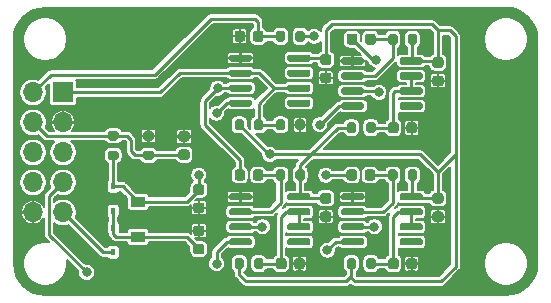
<source format=gbr>
%TF.GenerationSoftware,KiCad,Pcbnew,(5.1.10)-1*%
%TF.CreationDate,2021-07-30T22:48:11+05:30*%
%TF.ProjectId,Logic Board,4c6f6769-6320-4426-9f61-72642e6b6963,rev?*%
%TF.SameCoordinates,Original*%
%TF.FileFunction,Copper,L1,Top*%
%TF.FilePolarity,Positive*%
%FSLAX46Y46*%
G04 Gerber Fmt 4.6, Leading zero omitted, Abs format (unit mm)*
G04 Created by KiCad (PCBNEW (5.1.10)-1) date 2021-07-30 22:48:11*
%MOMM*%
%LPD*%
G01*
G04 APERTURE LIST*
%TA.AperFunction,SMDPad,CuDef*%
%ADD10C,0.100000*%
%TD*%
%TA.AperFunction,SMDPad,CuDef*%
%ADD11R,1.300000X0.900000*%
%TD*%
%TA.AperFunction,SMDPad,CuDef*%
%ADD12R,0.450000X0.600000*%
%TD*%
%TA.AperFunction,ComponentPad*%
%ADD13O,1.700000X1.700000*%
%TD*%
%TA.AperFunction,ComponentPad*%
%ADD14R,1.700000X1.700000*%
%TD*%
%TA.AperFunction,ViaPad*%
%ADD15C,0.800000*%
%TD*%
%TA.AperFunction,Conductor*%
%ADD16C,0.250000*%
%TD*%
%TA.AperFunction,Conductor*%
%ADD17C,0.127000*%
%TD*%
%TA.AperFunction,Conductor*%
%ADD18C,0.100000*%
%TD*%
G04 APERTURE END LIST*
%TA.AperFunction,SMDPad,CuDef*%
D10*
%TO.P,U5,2*%
%TO.N,GND*%
G36*
X139800000Y-107116500D02*
G01*
X136675000Y-107116500D01*
X136675000Y-106700000D01*
X135200000Y-106700000D01*
X135200000Y-105800000D01*
X136675000Y-105800000D01*
X136675000Y-105383500D01*
X139800000Y-105383500D01*
X139800000Y-107116500D01*
G37*
%TD.AperFunction*%
D11*
%TO.P,U5,3*%
%TO.N,Net-(C12-Pad1)*%
X135850000Y-107750000D03*
%TO.P,U5,1*%
%TO.N,+5V*%
X135850000Y-104750000D03*
%TD*%
%TO.P,R14,2*%
%TO.N,/JP1*%
%TA.AperFunction,SMDPad,CuDef*%
G36*
G01*
X134025000Y-99575000D02*
X133475000Y-99575000D01*
G75*
G02*
X133275000Y-99375000I0J200000D01*
G01*
X133275000Y-98975000D01*
G75*
G02*
X133475000Y-98775000I200000J0D01*
G01*
X134025000Y-98775000D01*
G75*
G02*
X134225000Y-98975000I0J-200000D01*
G01*
X134225000Y-99375000D01*
G75*
G02*
X134025000Y-99575000I-200000J0D01*
G01*
G37*
%TD.AperFunction*%
%TO.P,R14,1*%
%TO.N,+5V*%
%TA.AperFunction,SMDPad,CuDef*%
G36*
G01*
X134025000Y-101225000D02*
X133475000Y-101225000D01*
G75*
G02*
X133275000Y-101025000I0J200000D01*
G01*
X133275000Y-100625000D01*
G75*
G02*
X133475000Y-100425000I200000J0D01*
G01*
X134025000Y-100425000D01*
G75*
G02*
X134225000Y-100625000I0J-200000D01*
G01*
X134225000Y-101025000D01*
G75*
G02*
X134025000Y-101225000I-200000J0D01*
G01*
G37*
%TD.AperFunction*%
%TD*%
%TO.P,R13,2*%
%TO.N,GND*%
%TA.AperFunction,SMDPad,CuDef*%
G36*
G01*
X137025000Y-99575000D02*
X136475000Y-99575000D01*
G75*
G02*
X136275000Y-99375000I0J200000D01*
G01*
X136275000Y-98975000D01*
G75*
G02*
X136475000Y-98775000I200000J0D01*
G01*
X137025000Y-98775000D01*
G75*
G02*
X137225000Y-98975000I0J-200000D01*
G01*
X137225000Y-99375000D01*
G75*
G02*
X137025000Y-99575000I-200000J0D01*
G01*
G37*
%TD.AperFunction*%
%TO.P,R13,1*%
%TO.N,/JP1*%
%TA.AperFunction,SMDPad,CuDef*%
G36*
G01*
X137025000Y-101225000D02*
X136475000Y-101225000D01*
G75*
G02*
X136275000Y-101025000I0J200000D01*
G01*
X136275000Y-100625000D01*
G75*
G02*
X136475000Y-100425000I200000J0D01*
G01*
X137025000Y-100425000D01*
G75*
G02*
X137225000Y-100625000I0J-200000D01*
G01*
X137225000Y-101025000D01*
G75*
G02*
X137025000Y-101225000I-200000J0D01*
G01*
G37*
%TD.AperFunction*%
%TD*%
%TO.P,R12,2*%
%TO.N,Net-(C7-Pad1)*%
%TA.AperFunction,SMDPad,CuDef*%
G36*
G01*
X155175000Y-110275000D02*
X155175000Y-109725000D01*
G75*
G02*
X155375000Y-109525000I200000J0D01*
G01*
X155775000Y-109525000D01*
G75*
G02*
X155975000Y-109725000I0J-200000D01*
G01*
X155975000Y-110275000D01*
G75*
G02*
X155775000Y-110475000I-200000J0D01*
G01*
X155375000Y-110475000D01*
G75*
G02*
X155175000Y-110275000I0J200000D01*
G01*
G37*
%TD.AperFunction*%
%TO.P,R12,1*%
%TO.N,+5V*%
%TA.AperFunction,SMDPad,CuDef*%
G36*
G01*
X153525000Y-110275000D02*
X153525000Y-109725000D01*
G75*
G02*
X153725000Y-109525000I200000J0D01*
G01*
X154125000Y-109525000D01*
G75*
G02*
X154325000Y-109725000I0J-200000D01*
G01*
X154325000Y-110275000D01*
G75*
G02*
X154125000Y-110475000I-200000J0D01*
G01*
X153725000Y-110475000D01*
G75*
G02*
X153525000Y-110275000I0J200000D01*
G01*
G37*
%TD.AperFunction*%
%TD*%
%TO.P,R11,2*%
%TO.N,Net-(C6-Pad1)*%
%TA.AperFunction,SMDPad,CuDef*%
G36*
G01*
X157825000Y-102225000D02*
X157825000Y-102775000D01*
G75*
G02*
X157625000Y-102975000I-200000J0D01*
G01*
X157225000Y-102975000D01*
G75*
G02*
X157025000Y-102775000I0J200000D01*
G01*
X157025000Y-102225000D01*
G75*
G02*
X157225000Y-102025000I200000J0D01*
G01*
X157625000Y-102025000D01*
G75*
G02*
X157825000Y-102225000I0J-200000D01*
G01*
G37*
%TD.AperFunction*%
%TO.P,R11,1*%
%TO.N,+5V*%
%TA.AperFunction,SMDPad,CuDef*%
G36*
G01*
X159475000Y-102225000D02*
X159475000Y-102775000D01*
G75*
G02*
X159275000Y-102975000I-200000J0D01*
G01*
X158875000Y-102975000D01*
G75*
G02*
X158675000Y-102775000I0J200000D01*
G01*
X158675000Y-102225000D01*
G75*
G02*
X158875000Y-102025000I200000J0D01*
G01*
X159275000Y-102025000D01*
G75*
G02*
X159475000Y-102225000I0J-200000D01*
G01*
G37*
%TD.AperFunction*%
%TD*%
%TO.P,R9,2*%
%TO.N,Net-(C5-Pad1)*%
%TA.AperFunction,SMDPad,CuDef*%
G36*
G01*
X155175000Y-98775000D02*
X155175000Y-98225000D01*
G75*
G02*
X155375000Y-98025000I200000J0D01*
G01*
X155775000Y-98025000D01*
G75*
G02*
X155975000Y-98225000I0J-200000D01*
G01*
X155975000Y-98775000D01*
G75*
G02*
X155775000Y-98975000I-200000J0D01*
G01*
X155375000Y-98975000D01*
G75*
G02*
X155175000Y-98775000I0J200000D01*
G01*
G37*
%TD.AperFunction*%
%TO.P,R9,1*%
%TO.N,+5V*%
%TA.AperFunction,SMDPad,CuDef*%
G36*
G01*
X153525000Y-98775000D02*
X153525000Y-98225000D01*
G75*
G02*
X153725000Y-98025000I200000J0D01*
G01*
X154125000Y-98025000D01*
G75*
G02*
X154325000Y-98225000I0J-200000D01*
G01*
X154325000Y-98775000D01*
G75*
G02*
X154125000Y-98975000I-200000J0D01*
G01*
X153725000Y-98975000D01*
G75*
G02*
X153525000Y-98775000I0J200000D01*
G01*
G37*
%TD.AperFunction*%
%TD*%
%TO.P,R8,2*%
%TO.N,Net-(C4-Pad1)*%
%TA.AperFunction,SMDPad,CuDef*%
G36*
G01*
X157825000Y-90725000D02*
X157825000Y-91275000D01*
G75*
G02*
X157625000Y-91475000I-200000J0D01*
G01*
X157225000Y-91475000D01*
G75*
G02*
X157025000Y-91275000I0J200000D01*
G01*
X157025000Y-90725000D01*
G75*
G02*
X157225000Y-90525000I200000J0D01*
G01*
X157625000Y-90525000D01*
G75*
G02*
X157825000Y-90725000I0J-200000D01*
G01*
G37*
%TD.AperFunction*%
%TO.P,R8,1*%
%TO.N,+5V*%
%TA.AperFunction,SMDPad,CuDef*%
G36*
G01*
X159475000Y-90725000D02*
X159475000Y-91275000D01*
G75*
G02*
X159275000Y-91475000I-200000J0D01*
G01*
X158875000Y-91475000D01*
G75*
G02*
X158675000Y-91275000I0J200000D01*
G01*
X158675000Y-90725000D01*
G75*
G02*
X158875000Y-90525000I200000J0D01*
G01*
X159275000Y-90525000D01*
G75*
G02*
X159475000Y-90725000I0J-200000D01*
G01*
G37*
%TD.AperFunction*%
%TD*%
%TO.P,R6,2*%
%TO.N,Net-(C3-Pad1)*%
%TA.AperFunction,SMDPad,CuDef*%
G36*
G01*
X145675000Y-110275000D02*
X145675000Y-109725000D01*
G75*
G02*
X145875000Y-109525000I200000J0D01*
G01*
X146275000Y-109525000D01*
G75*
G02*
X146475000Y-109725000I0J-200000D01*
G01*
X146475000Y-110275000D01*
G75*
G02*
X146275000Y-110475000I-200000J0D01*
G01*
X145875000Y-110475000D01*
G75*
G02*
X145675000Y-110275000I0J200000D01*
G01*
G37*
%TD.AperFunction*%
%TO.P,R6,1*%
%TO.N,+5V*%
%TA.AperFunction,SMDPad,CuDef*%
G36*
G01*
X144025000Y-110275000D02*
X144025000Y-109725000D01*
G75*
G02*
X144225000Y-109525000I200000J0D01*
G01*
X144625000Y-109525000D01*
G75*
G02*
X144825000Y-109725000I0J-200000D01*
G01*
X144825000Y-110275000D01*
G75*
G02*
X144625000Y-110475000I-200000J0D01*
G01*
X144225000Y-110475000D01*
G75*
G02*
X144025000Y-110275000I0J200000D01*
G01*
G37*
%TD.AperFunction*%
%TD*%
%TO.P,R5,2*%
%TO.N,Net-(C2-Pad1)*%
%TA.AperFunction,SMDPad,CuDef*%
G36*
G01*
X148325000Y-102225000D02*
X148325000Y-102775000D01*
G75*
G02*
X148125000Y-102975000I-200000J0D01*
G01*
X147725000Y-102975000D01*
G75*
G02*
X147525000Y-102775000I0J200000D01*
G01*
X147525000Y-102225000D01*
G75*
G02*
X147725000Y-102025000I200000J0D01*
G01*
X148125000Y-102025000D01*
G75*
G02*
X148325000Y-102225000I0J-200000D01*
G01*
G37*
%TD.AperFunction*%
%TO.P,R5,1*%
%TO.N,+5V*%
%TA.AperFunction,SMDPad,CuDef*%
G36*
G01*
X149975000Y-102225000D02*
X149975000Y-102775000D01*
G75*
G02*
X149775000Y-102975000I-200000J0D01*
G01*
X149375000Y-102975000D01*
G75*
G02*
X149175000Y-102775000I0J200000D01*
G01*
X149175000Y-102225000D01*
G75*
G02*
X149375000Y-102025000I200000J0D01*
G01*
X149775000Y-102025000D01*
G75*
G02*
X149975000Y-102225000I0J-200000D01*
G01*
G37*
%TD.AperFunction*%
%TD*%
%TO.P,R4,2*%
%TO.N,GND*%
%TA.AperFunction,SMDPad,CuDef*%
G36*
G01*
X149175000Y-98525000D02*
X149175000Y-97975000D01*
G75*
G02*
X149375000Y-97775000I200000J0D01*
G01*
X149775000Y-97775000D01*
G75*
G02*
X149975000Y-97975000I0J-200000D01*
G01*
X149975000Y-98525000D01*
G75*
G02*
X149775000Y-98725000I-200000J0D01*
G01*
X149375000Y-98725000D01*
G75*
G02*
X149175000Y-98525000I0J200000D01*
G01*
G37*
%TD.AperFunction*%
%TO.P,R4,1*%
%TO.N,/SW2*%
%TA.AperFunction,SMDPad,CuDef*%
G36*
G01*
X147525000Y-98525000D02*
X147525000Y-97975000D01*
G75*
G02*
X147725000Y-97775000I200000J0D01*
G01*
X148125000Y-97775000D01*
G75*
G02*
X148325000Y-97975000I0J-200000D01*
G01*
X148325000Y-98525000D01*
G75*
G02*
X148125000Y-98725000I-200000J0D01*
G01*
X147725000Y-98725000D01*
G75*
G02*
X147525000Y-98525000I0J200000D01*
G01*
G37*
%TD.AperFunction*%
%TD*%
%TO.P,R3,2*%
%TO.N,/SW2*%
%TA.AperFunction,SMDPad,CuDef*%
G36*
G01*
X145675000Y-98525000D02*
X145675000Y-97975000D01*
G75*
G02*
X145875000Y-97775000I200000J0D01*
G01*
X146275000Y-97775000D01*
G75*
G02*
X146475000Y-97975000I0J-200000D01*
G01*
X146475000Y-98525000D01*
G75*
G02*
X146275000Y-98725000I-200000J0D01*
G01*
X145875000Y-98725000D01*
G75*
G02*
X145675000Y-98525000I0J200000D01*
G01*
G37*
%TD.AperFunction*%
%TO.P,R3,1*%
%TO.N,+5V*%
%TA.AperFunction,SMDPad,CuDef*%
G36*
G01*
X144025000Y-98525000D02*
X144025000Y-97975000D01*
G75*
G02*
X144225000Y-97775000I200000J0D01*
G01*
X144625000Y-97775000D01*
G75*
G02*
X144825000Y-97975000I0J-200000D01*
G01*
X144825000Y-98525000D01*
G75*
G02*
X144625000Y-98725000I-200000J0D01*
G01*
X144225000Y-98725000D01*
G75*
G02*
X144025000Y-98525000I0J200000D01*
G01*
G37*
%TD.AperFunction*%
%TD*%
%TO.P,R1,2*%
%TO.N,/SW1*%
%TA.AperFunction,SMDPad,CuDef*%
G36*
G01*
X148325000Y-90475000D02*
X148325000Y-91025000D01*
G75*
G02*
X148125000Y-91225000I-200000J0D01*
G01*
X147725000Y-91225000D01*
G75*
G02*
X147525000Y-91025000I0J200000D01*
G01*
X147525000Y-90475000D01*
G75*
G02*
X147725000Y-90275000I200000J0D01*
G01*
X148125000Y-90275000D01*
G75*
G02*
X148325000Y-90475000I0J-200000D01*
G01*
G37*
%TD.AperFunction*%
%TO.P,R1,1*%
%TO.N,CHARGE*%
%TA.AperFunction,SMDPad,CuDef*%
G36*
G01*
X149975000Y-90475000D02*
X149975000Y-91025000D01*
G75*
G02*
X149775000Y-91225000I-200000J0D01*
G01*
X149375000Y-91225000D01*
G75*
G02*
X149175000Y-91025000I0J200000D01*
G01*
X149175000Y-90475000D01*
G75*
G02*
X149375000Y-90275000I200000J0D01*
G01*
X149775000Y-90275000D01*
G75*
G02*
X149975000Y-90475000I0J-200000D01*
G01*
G37*
%TD.AperFunction*%
%TD*%
D12*
%TO.P,D2,2*%
%TO.N,+5V*%
X133750000Y-103450000D03*
%TO.P,D2,1*%
%TO.N,Net-(C12-Pad1)*%
X133750000Y-105550000D03*
%TD*%
%TO.P,D1,2*%
%TO.N,VCC*%
X133750000Y-109050000D03*
%TO.P,D1,1*%
%TO.N,Net-(C12-Pad1)*%
X133750000Y-106950000D03*
%TD*%
%TO.P,C15,2*%
%TO.N,GND*%
%TA.AperFunction,SMDPad,CuDef*%
G36*
G01*
X140000000Y-99675000D02*
X139500000Y-99675000D01*
G75*
G02*
X139275000Y-99450000I0J225000D01*
G01*
X139275000Y-99000000D01*
G75*
G02*
X139500000Y-98775000I225000J0D01*
G01*
X140000000Y-98775000D01*
G75*
G02*
X140225000Y-99000000I0J-225000D01*
G01*
X140225000Y-99450000D01*
G75*
G02*
X140000000Y-99675000I-225000J0D01*
G01*
G37*
%TD.AperFunction*%
%TO.P,C15,1*%
%TO.N,/JP1*%
%TA.AperFunction,SMDPad,CuDef*%
G36*
G01*
X140000000Y-101225000D02*
X139500000Y-101225000D01*
G75*
G02*
X139275000Y-101000000I0J225000D01*
G01*
X139275000Y-100550000D01*
G75*
G02*
X139500000Y-100325000I225000J0D01*
G01*
X140000000Y-100325000D01*
G75*
G02*
X140225000Y-100550000I0J-225000D01*
G01*
X140225000Y-101000000D01*
G75*
G02*
X140000000Y-101225000I-225000J0D01*
G01*
G37*
%TD.AperFunction*%
%TD*%
%TO.P,C13,2*%
%TO.N,GND*%
%TA.AperFunction,SMDPad,CuDef*%
G36*
G01*
X140750000Y-104825000D02*
X141250000Y-104825000D01*
G75*
G02*
X141475000Y-105050000I0J-225000D01*
G01*
X141475000Y-105500000D01*
G75*
G02*
X141250000Y-105725000I-225000J0D01*
G01*
X140750000Y-105725000D01*
G75*
G02*
X140525000Y-105500000I0J225000D01*
G01*
X140525000Y-105050000D01*
G75*
G02*
X140750000Y-104825000I225000J0D01*
G01*
G37*
%TD.AperFunction*%
%TO.P,C13,1*%
%TO.N,+5V*%
%TA.AperFunction,SMDPad,CuDef*%
G36*
G01*
X140750000Y-103275000D02*
X141250000Y-103275000D01*
G75*
G02*
X141475000Y-103500000I0J-225000D01*
G01*
X141475000Y-103950000D01*
G75*
G02*
X141250000Y-104175000I-225000J0D01*
G01*
X140750000Y-104175000D01*
G75*
G02*
X140525000Y-103950000I0J225000D01*
G01*
X140525000Y-103500000D01*
G75*
G02*
X140750000Y-103275000I225000J0D01*
G01*
G37*
%TD.AperFunction*%
%TD*%
%TO.P,C12,2*%
%TO.N,GND*%
%TA.AperFunction,SMDPad,CuDef*%
G36*
G01*
X141250000Y-107675000D02*
X140750000Y-107675000D01*
G75*
G02*
X140525000Y-107450000I0J225000D01*
G01*
X140525000Y-107000000D01*
G75*
G02*
X140750000Y-106775000I225000J0D01*
G01*
X141250000Y-106775000D01*
G75*
G02*
X141475000Y-107000000I0J-225000D01*
G01*
X141475000Y-107450000D01*
G75*
G02*
X141250000Y-107675000I-225000J0D01*
G01*
G37*
%TD.AperFunction*%
%TO.P,C12,1*%
%TO.N,Net-(C12-Pad1)*%
%TA.AperFunction,SMDPad,CuDef*%
G36*
G01*
X141250000Y-109225000D02*
X140750000Y-109225000D01*
G75*
G02*
X140525000Y-109000000I0J225000D01*
G01*
X140525000Y-108550000D01*
G75*
G02*
X140750000Y-108325000I225000J0D01*
G01*
X141250000Y-108325000D01*
G75*
G02*
X141475000Y-108550000I0J-225000D01*
G01*
X141475000Y-109000000D01*
G75*
G02*
X141250000Y-109225000I-225000J0D01*
G01*
G37*
%TD.AperFunction*%
%TD*%
%TO.P,C11,2*%
%TO.N,GND*%
%TA.AperFunction,SMDPad,CuDef*%
G36*
G01*
X161000000Y-105575000D02*
X161500000Y-105575000D01*
G75*
G02*
X161725000Y-105800000I0J-225000D01*
G01*
X161725000Y-106250000D01*
G75*
G02*
X161500000Y-106475000I-225000J0D01*
G01*
X161000000Y-106475000D01*
G75*
G02*
X160775000Y-106250000I0J225000D01*
G01*
X160775000Y-105800000D01*
G75*
G02*
X161000000Y-105575000I225000J0D01*
G01*
G37*
%TD.AperFunction*%
%TO.P,C11,1*%
%TO.N,+5V*%
%TA.AperFunction,SMDPad,CuDef*%
G36*
G01*
X161000000Y-104025000D02*
X161500000Y-104025000D01*
G75*
G02*
X161725000Y-104250000I0J-225000D01*
G01*
X161725000Y-104700000D01*
G75*
G02*
X161500000Y-104925000I-225000J0D01*
G01*
X161000000Y-104925000D01*
G75*
G02*
X160775000Y-104700000I0J225000D01*
G01*
X160775000Y-104250000D01*
G75*
G02*
X161000000Y-104025000I225000J0D01*
G01*
G37*
%TD.AperFunction*%
%TD*%
%TO.P,C10,2*%
%TO.N,GND*%
%TA.AperFunction,SMDPad,CuDef*%
G36*
G01*
X161000000Y-94075000D02*
X161500000Y-94075000D01*
G75*
G02*
X161725000Y-94300000I0J-225000D01*
G01*
X161725000Y-94750000D01*
G75*
G02*
X161500000Y-94975000I-225000J0D01*
G01*
X161000000Y-94975000D01*
G75*
G02*
X160775000Y-94750000I0J225000D01*
G01*
X160775000Y-94300000D01*
G75*
G02*
X161000000Y-94075000I225000J0D01*
G01*
G37*
%TD.AperFunction*%
%TO.P,C10,1*%
%TO.N,+5V*%
%TA.AperFunction,SMDPad,CuDef*%
G36*
G01*
X161000000Y-92525000D02*
X161500000Y-92525000D01*
G75*
G02*
X161725000Y-92750000I0J-225000D01*
G01*
X161725000Y-93200000D01*
G75*
G02*
X161500000Y-93425000I-225000J0D01*
G01*
X161000000Y-93425000D01*
G75*
G02*
X160775000Y-93200000I0J225000D01*
G01*
X160775000Y-92750000D01*
G75*
G02*
X161000000Y-92525000I225000J0D01*
G01*
G37*
%TD.AperFunction*%
%TD*%
%TO.P,C9,2*%
%TO.N,GND*%
%TA.AperFunction,SMDPad,CuDef*%
G36*
G01*
X151500000Y-105575000D02*
X152000000Y-105575000D01*
G75*
G02*
X152225000Y-105800000I0J-225000D01*
G01*
X152225000Y-106250000D01*
G75*
G02*
X152000000Y-106475000I-225000J0D01*
G01*
X151500000Y-106475000D01*
G75*
G02*
X151275000Y-106250000I0J225000D01*
G01*
X151275000Y-105800000D01*
G75*
G02*
X151500000Y-105575000I225000J0D01*
G01*
G37*
%TD.AperFunction*%
%TO.P,C9,1*%
%TO.N,+5V*%
%TA.AperFunction,SMDPad,CuDef*%
G36*
G01*
X151500000Y-104025000D02*
X152000000Y-104025000D01*
G75*
G02*
X152225000Y-104250000I0J-225000D01*
G01*
X152225000Y-104700000D01*
G75*
G02*
X152000000Y-104925000I-225000J0D01*
G01*
X151500000Y-104925000D01*
G75*
G02*
X151275000Y-104700000I0J225000D01*
G01*
X151275000Y-104250000D01*
G75*
G02*
X151500000Y-104025000I225000J0D01*
G01*
G37*
%TD.AperFunction*%
%TD*%
%TO.P,C8,2*%
%TO.N,GND*%
%TA.AperFunction,SMDPad,CuDef*%
G36*
G01*
X151500000Y-93825000D02*
X152000000Y-93825000D01*
G75*
G02*
X152225000Y-94050000I0J-225000D01*
G01*
X152225000Y-94500000D01*
G75*
G02*
X152000000Y-94725000I-225000J0D01*
G01*
X151500000Y-94725000D01*
G75*
G02*
X151275000Y-94500000I0J225000D01*
G01*
X151275000Y-94050000D01*
G75*
G02*
X151500000Y-93825000I225000J0D01*
G01*
G37*
%TD.AperFunction*%
%TO.P,C8,1*%
%TO.N,+5V*%
%TA.AperFunction,SMDPad,CuDef*%
G36*
G01*
X151500000Y-92275000D02*
X152000000Y-92275000D01*
G75*
G02*
X152225000Y-92500000I0J-225000D01*
G01*
X152225000Y-92950000D01*
G75*
G02*
X152000000Y-93175000I-225000J0D01*
G01*
X151500000Y-93175000D01*
G75*
G02*
X151275000Y-92950000I0J225000D01*
G01*
X151275000Y-92500000D01*
G75*
G02*
X151500000Y-92275000I225000J0D01*
G01*
G37*
%TD.AperFunction*%
%TD*%
%TO.P,C7,2*%
%TO.N,GND*%
%TA.AperFunction,SMDPad,CuDef*%
G36*
G01*
X158575000Y-110250000D02*
X158575000Y-109750000D01*
G75*
G02*
X158800000Y-109525000I225000J0D01*
G01*
X159250000Y-109525000D01*
G75*
G02*
X159475000Y-109750000I0J-225000D01*
G01*
X159475000Y-110250000D01*
G75*
G02*
X159250000Y-110475000I-225000J0D01*
G01*
X158800000Y-110475000D01*
G75*
G02*
X158575000Y-110250000I0J225000D01*
G01*
G37*
%TD.AperFunction*%
%TO.P,C7,1*%
%TO.N,Net-(C7-Pad1)*%
%TA.AperFunction,SMDPad,CuDef*%
G36*
G01*
X157025000Y-110250000D02*
X157025000Y-109750000D01*
G75*
G02*
X157250000Y-109525000I225000J0D01*
G01*
X157700000Y-109525000D01*
G75*
G02*
X157925000Y-109750000I0J-225000D01*
G01*
X157925000Y-110250000D01*
G75*
G02*
X157700000Y-110475000I-225000J0D01*
G01*
X157250000Y-110475000D01*
G75*
G02*
X157025000Y-110250000I0J225000D01*
G01*
G37*
%TD.AperFunction*%
%TD*%
%TO.P,C6,2*%
%TO.N,TIMER*%
%TA.AperFunction,SMDPad,CuDef*%
G36*
G01*
X154400000Y-102250000D02*
X154400000Y-102750000D01*
G75*
G02*
X154175000Y-102975000I-225000J0D01*
G01*
X153725000Y-102975000D01*
G75*
G02*
X153500000Y-102750000I0J225000D01*
G01*
X153500000Y-102250000D01*
G75*
G02*
X153725000Y-102025000I225000J0D01*
G01*
X154175000Y-102025000D01*
G75*
G02*
X154400000Y-102250000I0J-225000D01*
G01*
G37*
%TD.AperFunction*%
%TO.P,C6,1*%
%TO.N,Net-(C6-Pad1)*%
%TA.AperFunction,SMDPad,CuDef*%
G36*
G01*
X155950000Y-102250000D02*
X155950000Y-102750000D01*
G75*
G02*
X155725000Y-102975000I-225000J0D01*
G01*
X155275000Y-102975000D01*
G75*
G02*
X155050000Y-102750000I0J225000D01*
G01*
X155050000Y-102250000D01*
G75*
G02*
X155275000Y-102025000I225000J0D01*
G01*
X155725000Y-102025000D01*
G75*
G02*
X155950000Y-102250000I0J-225000D01*
G01*
G37*
%TD.AperFunction*%
%TD*%
%TO.P,C5,2*%
%TO.N,GND*%
%TA.AperFunction,SMDPad,CuDef*%
G36*
G01*
X158575000Y-98750000D02*
X158575000Y-98250000D01*
G75*
G02*
X158800000Y-98025000I225000J0D01*
G01*
X159250000Y-98025000D01*
G75*
G02*
X159475000Y-98250000I0J-225000D01*
G01*
X159475000Y-98750000D01*
G75*
G02*
X159250000Y-98975000I-225000J0D01*
G01*
X158800000Y-98975000D01*
G75*
G02*
X158575000Y-98750000I0J225000D01*
G01*
G37*
%TD.AperFunction*%
%TO.P,C5,1*%
%TO.N,Net-(C5-Pad1)*%
%TA.AperFunction,SMDPad,CuDef*%
G36*
G01*
X157025000Y-98750000D02*
X157025000Y-98250000D01*
G75*
G02*
X157250000Y-98025000I225000J0D01*
G01*
X157700000Y-98025000D01*
G75*
G02*
X157925000Y-98250000I0J-225000D01*
G01*
X157925000Y-98750000D01*
G75*
G02*
X157700000Y-98975000I-225000J0D01*
G01*
X157250000Y-98975000D01*
G75*
G02*
X157025000Y-98750000I0J225000D01*
G01*
G37*
%TD.AperFunction*%
%TD*%
%TO.P,C4,2*%
%TO.N,STAGE_1*%
%TA.AperFunction,SMDPad,CuDef*%
G36*
G01*
X154425000Y-90750000D02*
X154425000Y-91250000D01*
G75*
G02*
X154200000Y-91475000I-225000J0D01*
G01*
X153750000Y-91475000D01*
G75*
G02*
X153525000Y-91250000I0J225000D01*
G01*
X153525000Y-90750000D01*
G75*
G02*
X153750000Y-90525000I225000J0D01*
G01*
X154200000Y-90525000D01*
G75*
G02*
X154425000Y-90750000I0J-225000D01*
G01*
G37*
%TD.AperFunction*%
%TO.P,C4,1*%
%TO.N,Net-(C4-Pad1)*%
%TA.AperFunction,SMDPad,CuDef*%
G36*
G01*
X155975000Y-90750000D02*
X155975000Y-91250000D01*
G75*
G02*
X155750000Y-91475000I-225000J0D01*
G01*
X155300000Y-91475000D01*
G75*
G02*
X155075000Y-91250000I0J225000D01*
G01*
X155075000Y-90750000D01*
G75*
G02*
X155300000Y-90525000I225000J0D01*
G01*
X155750000Y-90525000D01*
G75*
G02*
X155975000Y-90750000I0J-225000D01*
G01*
G37*
%TD.AperFunction*%
%TD*%
%TO.P,C3,2*%
%TO.N,GND*%
%TA.AperFunction,SMDPad,CuDef*%
G36*
G01*
X149075000Y-110250000D02*
X149075000Y-109750000D01*
G75*
G02*
X149300000Y-109525000I225000J0D01*
G01*
X149750000Y-109525000D01*
G75*
G02*
X149975000Y-109750000I0J-225000D01*
G01*
X149975000Y-110250000D01*
G75*
G02*
X149750000Y-110475000I-225000J0D01*
G01*
X149300000Y-110475000D01*
G75*
G02*
X149075000Y-110250000I0J225000D01*
G01*
G37*
%TD.AperFunction*%
%TO.P,C3,1*%
%TO.N,Net-(C3-Pad1)*%
%TA.AperFunction,SMDPad,CuDef*%
G36*
G01*
X147525000Y-110250000D02*
X147525000Y-109750000D01*
G75*
G02*
X147750000Y-109525000I225000J0D01*
G01*
X148200000Y-109525000D01*
G75*
G02*
X148425000Y-109750000I0J-225000D01*
G01*
X148425000Y-110250000D01*
G75*
G02*
X148200000Y-110475000I-225000J0D01*
G01*
X147750000Y-110475000D01*
G75*
G02*
X147525000Y-110250000I0J225000D01*
G01*
G37*
%TD.AperFunction*%
%TD*%
%TO.P,C2,2*%
%TO.N,CHARGE*%
%TA.AperFunction,SMDPad,CuDef*%
G36*
G01*
X144925000Y-102250000D02*
X144925000Y-102750000D01*
G75*
G02*
X144700000Y-102975000I-225000J0D01*
G01*
X144250000Y-102975000D01*
G75*
G02*
X144025000Y-102750000I0J225000D01*
G01*
X144025000Y-102250000D01*
G75*
G02*
X144250000Y-102025000I225000J0D01*
G01*
X144700000Y-102025000D01*
G75*
G02*
X144925000Y-102250000I0J-225000D01*
G01*
G37*
%TD.AperFunction*%
%TO.P,C2,1*%
%TO.N,Net-(C2-Pad1)*%
%TA.AperFunction,SMDPad,CuDef*%
G36*
G01*
X146475000Y-102250000D02*
X146475000Y-102750000D01*
G75*
G02*
X146250000Y-102975000I-225000J0D01*
G01*
X145800000Y-102975000D01*
G75*
G02*
X145575000Y-102750000I0J225000D01*
G01*
X145575000Y-102250000D01*
G75*
G02*
X145800000Y-102025000I225000J0D01*
G01*
X146250000Y-102025000D01*
G75*
G02*
X146475000Y-102250000I0J-225000D01*
G01*
G37*
%TD.AperFunction*%
%TD*%
%TO.P,C1,2*%
%TO.N,GND*%
%TA.AperFunction,SMDPad,CuDef*%
G36*
G01*
X144925000Y-90500000D02*
X144925000Y-91000000D01*
G75*
G02*
X144700000Y-91225000I-225000J0D01*
G01*
X144250000Y-91225000D01*
G75*
G02*
X144025000Y-91000000I0J225000D01*
G01*
X144025000Y-90500000D01*
G75*
G02*
X144250000Y-90275000I225000J0D01*
G01*
X144700000Y-90275000D01*
G75*
G02*
X144925000Y-90500000I0J-225000D01*
G01*
G37*
%TD.AperFunction*%
%TO.P,C1,1*%
%TO.N,/SW1*%
%TA.AperFunction,SMDPad,CuDef*%
G36*
G01*
X146475000Y-90500000D02*
X146475000Y-91000000D01*
G75*
G02*
X146250000Y-91225000I-225000J0D01*
G01*
X145800000Y-91225000D01*
G75*
G02*
X145575000Y-91000000I0J225000D01*
G01*
X145575000Y-90500000D01*
G75*
G02*
X145800000Y-90275000I225000J0D01*
G01*
X146250000Y-90275000D01*
G75*
G02*
X146475000Y-90500000I0J-225000D01*
G01*
G37*
%TD.AperFunction*%
%TD*%
D13*
%TO.P,J1,10*%
%TO.N,GND*%
X126960000Y-105660000D03*
%TO.P,J1,9*%
%TO.N,VCC*%
X129500000Y-105660000D03*
%TO.P,J1,8*%
%TO.N,STAGE_2*%
X126960000Y-103120000D03*
%TO.P,J1,7*%
%TO.N,TIMER*%
X129500000Y-103120000D03*
%TO.P,J1,6*%
%TO.N,STAGE_1*%
X126960000Y-100580000D03*
%TO.P,J1,5*%
%TO.N,CHARGE*%
X129500000Y-100580000D03*
%TO.P,J1,4*%
%TO.N,/JP1*%
X126960000Y-98040000D03*
%TO.P,J1,3*%
%TO.N,GND*%
X129500000Y-98040000D03*
%TO.P,J1,2*%
%TO.N,/SW1*%
X126960000Y-95500000D03*
D14*
%TO.P,J1,1*%
%TO.N,/SW2*%
X129500000Y-95500000D03*
%TD*%
%TO.P,U4,8*%
%TO.N,+5V*%
%TA.AperFunction,SMDPad,CuDef*%
G36*
G01*
X158000000Y-104495000D02*
X158000000Y-104195000D01*
G75*
G02*
X158150000Y-104045000I150000J0D01*
G01*
X159800000Y-104045000D01*
G75*
G02*
X159950000Y-104195000I0J-150000D01*
G01*
X159950000Y-104495000D01*
G75*
G02*
X159800000Y-104645000I-150000J0D01*
G01*
X158150000Y-104645000D01*
G75*
G02*
X158000000Y-104495000I0J150000D01*
G01*
G37*
%TD.AperFunction*%
%TO.P,U4,7*%
%TO.N,Net-(C7-Pad1)*%
%TA.AperFunction,SMDPad,CuDef*%
G36*
G01*
X158000000Y-105765000D02*
X158000000Y-105465000D01*
G75*
G02*
X158150000Y-105315000I150000J0D01*
G01*
X159800000Y-105315000D01*
G75*
G02*
X159950000Y-105465000I0J-150000D01*
G01*
X159950000Y-105765000D01*
G75*
G02*
X159800000Y-105915000I-150000J0D01*
G01*
X158150000Y-105915000D01*
G75*
G02*
X158000000Y-105765000I0J150000D01*
G01*
G37*
%TD.AperFunction*%
%TO.P,U4,6*%
%TA.AperFunction,SMDPad,CuDef*%
G36*
G01*
X158000000Y-107035000D02*
X158000000Y-106735000D01*
G75*
G02*
X158150000Y-106585000I150000J0D01*
G01*
X159800000Y-106585000D01*
G75*
G02*
X159950000Y-106735000I0J-150000D01*
G01*
X159950000Y-107035000D01*
G75*
G02*
X159800000Y-107185000I-150000J0D01*
G01*
X158150000Y-107185000D01*
G75*
G02*
X158000000Y-107035000I0J150000D01*
G01*
G37*
%TD.AperFunction*%
%TO.P,U4,5*%
%TO.N,Net-(U4-Pad5)*%
%TA.AperFunction,SMDPad,CuDef*%
G36*
G01*
X158000000Y-108305000D02*
X158000000Y-108005000D01*
G75*
G02*
X158150000Y-107855000I150000J0D01*
G01*
X159800000Y-107855000D01*
G75*
G02*
X159950000Y-108005000I0J-150000D01*
G01*
X159950000Y-108305000D01*
G75*
G02*
X159800000Y-108455000I-150000J0D01*
G01*
X158150000Y-108455000D01*
G75*
G02*
X158000000Y-108305000I0J150000D01*
G01*
G37*
%TD.AperFunction*%
%TO.P,U4,4*%
%TO.N,/JP1*%
%TA.AperFunction,SMDPad,CuDef*%
G36*
G01*
X153050000Y-108305000D02*
X153050000Y-108005000D01*
G75*
G02*
X153200000Y-107855000I150000J0D01*
G01*
X154850000Y-107855000D01*
G75*
G02*
X155000000Y-108005000I0J-150000D01*
G01*
X155000000Y-108305000D01*
G75*
G02*
X154850000Y-108455000I-150000J0D01*
G01*
X153200000Y-108455000D01*
G75*
G02*
X153050000Y-108305000I0J150000D01*
G01*
G37*
%TD.AperFunction*%
%TO.P,U4,3*%
%TO.N,STAGE_2*%
%TA.AperFunction,SMDPad,CuDef*%
G36*
G01*
X153050000Y-107035000D02*
X153050000Y-106735000D01*
G75*
G02*
X153200000Y-106585000I150000J0D01*
G01*
X154850000Y-106585000D01*
G75*
G02*
X155000000Y-106735000I0J-150000D01*
G01*
X155000000Y-107035000D01*
G75*
G02*
X154850000Y-107185000I-150000J0D01*
G01*
X153200000Y-107185000D01*
G75*
G02*
X153050000Y-107035000I0J150000D01*
G01*
G37*
%TD.AperFunction*%
%TO.P,U4,2*%
%TO.N,Net-(C6-Pad1)*%
%TA.AperFunction,SMDPad,CuDef*%
G36*
G01*
X153050000Y-105765000D02*
X153050000Y-105465000D01*
G75*
G02*
X153200000Y-105315000I150000J0D01*
G01*
X154850000Y-105315000D01*
G75*
G02*
X155000000Y-105465000I0J-150000D01*
G01*
X155000000Y-105765000D01*
G75*
G02*
X154850000Y-105915000I-150000J0D01*
G01*
X153200000Y-105915000D01*
G75*
G02*
X153050000Y-105765000I0J150000D01*
G01*
G37*
%TD.AperFunction*%
%TO.P,U4,1*%
%TO.N,GND*%
%TA.AperFunction,SMDPad,CuDef*%
G36*
G01*
X153050000Y-104495000D02*
X153050000Y-104195000D01*
G75*
G02*
X153200000Y-104045000I150000J0D01*
G01*
X154850000Y-104045000D01*
G75*
G02*
X155000000Y-104195000I0J-150000D01*
G01*
X155000000Y-104495000D01*
G75*
G02*
X154850000Y-104645000I-150000J0D01*
G01*
X153200000Y-104645000D01*
G75*
G02*
X153050000Y-104495000I0J150000D01*
G01*
G37*
%TD.AperFunction*%
%TD*%
%TO.P,U3,8*%
%TO.N,+5V*%
%TA.AperFunction,SMDPad,CuDef*%
G36*
G01*
X158000000Y-92995000D02*
X158000000Y-92695000D01*
G75*
G02*
X158150000Y-92545000I150000J0D01*
G01*
X159800000Y-92545000D01*
G75*
G02*
X159950000Y-92695000I0J-150000D01*
G01*
X159950000Y-92995000D01*
G75*
G02*
X159800000Y-93145000I-150000J0D01*
G01*
X158150000Y-93145000D01*
G75*
G02*
X158000000Y-92995000I0J150000D01*
G01*
G37*
%TD.AperFunction*%
%TO.P,U3,7*%
%TO.N,Net-(C5-Pad1)*%
%TA.AperFunction,SMDPad,CuDef*%
G36*
G01*
X158000000Y-94265000D02*
X158000000Y-93965000D01*
G75*
G02*
X158150000Y-93815000I150000J0D01*
G01*
X159800000Y-93815000D01*
G75*
G02*
X159950000Y-93965000I0J-150000D01*
G01*
X159950000Y-94265000D01*
G75*
G02*
X159800000Y-94415000I-150000J0D01*
G01*
X158150000Y-94415000D01*
G75*
G02*
X158000000Y-94265000I0J150000D01*
G01*
G37*
%TD.AperFunction*%
%TO.P,U3,6*%
%TA.AperFunction,SMDPad,CuDef*%
G36*
G01*
X158000000Y-95535000D02*
X158000000Y-95235000D01*
G75*
G02*
X158150000Y-95085000I150000J0D01*
G01*
X159800000Y-95085000D01*
G75*
G02*
X159950000Y-95235000I0J-150000D01*
G01*
X159950000Y-95535000D01*
G75*
G02*
X159800000Y-95685000I-150000J0D01*
G01*
X158150000Y-95685000D01*
G75*
G02*
X158000000Y-95535000I0J150000D01*
G01*
G37*
%TD.AperFunction*%
%TO.P,U3,5*%
%TO.N,Net-(U3-Pad5)*%
%TA.AperFunction,SMDPad,CuDef*%
G36*
G01*
X158000000Y-96805000D02*
X158000000Y-96505000D01*
G75*
G02*
X158150000Y-96355000I150000J0D01*
G01*
X159800000Y-96355000D01*
G75*
G02*
X159950000Y-96505000I0J-150000D01*
G01*
X159950000Y-96805000D01*
G75*
G02*
X159800000Y-96955000I-150000J0D01*
G01*
X158150000Y-96955000D01*
G75*
G02*
X158000000Y-96805000I0J150000D01*
G01*
G37*
%TD.AperFunction*%
%TO.P,U3,4*%
%TO.N,/JP1*%
%TA.AperFunction,SMDPad,CuDef*%
G36*
G01*
X153050000Y-96805000D02*
X153050000Y-96505000D01*
G75*
G02*
X153200000Y-96355000I150000J0D01*
G01*
X154850000Y-96355000D01*
G75*
G02*
X155000000Y-96505000I0J-150000D01*
G01*
X155000000Y-96805000D01*
G75*
G02*
X154850000Y-96955000I-150000J0D01*
G01*
X153200000Y-96955000D01*
G75*
G02*
X153050000Y-96805000I0J150000D01*
G01*
G37*
%TD.AperFunction*%
%TO.P,U3,3*%
%TO.N,TIMER*%
%TA.AperFunction,SMDPad,CuDef*%
G36*
G01*
X153050000Y-95535000D02*
X153050000Y-95235000D01*
G75*
G02*
X153200000Y-95085000I150000J0D01*
G01*
X154850000Y-95085000D01*
G75*
G02*
X155000000Y-95235000I0J-150000D01*
G01*
X155000000Y-95535000D01*
G75*
G02*
X154850000Y-95685000I-150000J0D01*
G01*
X153200000Y-95685000D01*
G75*
G02*
X153050000Y-95535000I0J150000D01*
G01*
G37*
%TD.AperFunction*%
%TO.P,U3,2*%
%TO.N,Net-(C4-Pad1)*%
%TA.AperFunction,SMDPad,CuDef*%
G36*
G01*
X153050000Y-94265000D02*
X153050000Y-93965000D01*
G75*
G02*
X153200000Y-93815000I150000J0D01*
G01*
X154850000Y-93815000D01*
G75*
G02*
X155000000Y-93965000I0J-150000D01*
G01*
X155000000Y-94265000D01*
G75*
G02*
X154850000Y-94415000I-150000J0D01*
G01*
X153200000Y-94415000D01*
G75*
G02*
X153050000Y-94265000I0J150000D01*
G01*
G37*
%TD.AperFunction*%
%TO.P,U3,1*%
%TO.N,GND*%
%TA.AperFunction,SMDPad,CuDef*%
G36*
G01*
X153050000Y-92995000D02*
X153050000Y-92695000D01*
G75*
G02*
X153200000Y-92545000I150000J0D01*
G01*
X154850000Y-92545000D01*
G75*
G02*
X155000000Y-92695000I0J-150000D01*
G01*
X155000000Y-92995000D01*
G75*
G02*
X154850000Y-93145000I-150000J0D01*
G01*
X153200000Y-93145000D01*
G75*
G02*
X153050000Y-92995000I0J150000D01*
G01*
G37*
%TD.AperFunction*%
%TD*%
%TO.P,U2,8*%
%TO.N,+5V*%
%TA.AperFunction,SMDPad,CuDef*%
G36*
G01*
X148500000Y-92745000D02*
X148500000Y-92445000D01*
G75*
G02*
X148650000Y-92295000I150000J0D01*
G01*
X150300000Y-92295000D01*
G75*
G02*
X150450000Y-92445000I0J-150000D01*
G01*
X150450000Y-92745000D01*
G75*
G02*
X150300000Y-92895000I-150000J0D01*
G01*
X148650000Y-92895000D01*
G75*
G02*
X148500000Y-92745000I0J150000D01*
G01*
G37*
%TD.AperFunction*%
%TO.P,U2,7*%
%TO.N,Net-(U2-Pad7)*%
%TA.AperFunction,SMDPad,CuDef*%
G36*
G01*
X148500000Y-94015000D02*
X148500000Y-93715000D01*
G75*
G02*
X148650000Y-93565000I150000J0D01*
G01*
X150300000Y-93565000D01*
G75*
G02*
X150450000Y-93715000I0J-150000D01*
G01*
X150450000Y-94015000D01*
G75*
G02*
X150300000Y-94165000I-150000J0D01*
G01*
X148650000Y-94165000D01*
G75*
G02*
X148500000Y-94015000I0J150000D01*
G01*
G37*
%TD.AperFunction*%
%TO.P,U2,6*%
%TO.N,/SW2*%
%TA.AperFunction,SMDPad,CuDef*%
G36*
G01*
X148500000Y-95285000D02*
X148500000Y-94985000D01*
G75*
G02*
X148650000Y-94835000I150000J0D01*
G01*
X150300000Y-94835000D01*
G75*
G02*
X150450000Y-94985000I0J-150000D01*
G01*
X150450000Y-95285000D01*
G75*
G02*
X150300000Y-95435000I-150000J0D01*
G01*
X148650000Y-95435000D01*
G75*
G02*
X148500000Y-95285000I0J150000D01*
G01*
G37*
%TD.AperFunction*%
%TO.P,U2,5*%
%TO.N,Net-(U2-Pad5)*%
%TA.AperFunction,SMDPad,CuDef*%
G36*
G01*
X148500000Y-96555000D02*
X148500000Y-96255000D01*
G75*
G02*
X148650000Y-96105000I150000J0D01*
G01*
X150300000Y-96105000D01*
G75*
G02*
X150450000Y-96255000I0J-150000D01*
G01*
X150450000Y-96555000D01*
G75*
G02*
X150300000Y-96705000I-150000J0D01*
G01*
X148650000Y-96705000D01*
G75*
G02*
X148500000Y-96555000I0J150000D01*
G01*
G37*
%TD.AperFunction*%
%TO.P,U2,4*%
%TO.N,/JP1*%
%TA.AperFunction,SMDPad,CuDef*%
G36*
G01*
X143550000Y-96555000D02*
X143550000Y-96255000D01*
G75*
G02*
X143700000Y-96105000I150000J0D01*
G01*
X145350000Y-96105000D01*
G75*
G02*
X145500000Y-96255000I0J-150000D01*
G01*
X145500000Y-96555000D01*
G75*
G02*
X145350000Y-96705000I-150000J0D01*
G01*
X143700000Y-96705000D01*
G75*
G02*
X143550000Y-96555000I0J150000D01*
G01*
G37*
%TD.AperFunction*%
%TO.P,U2,3*%
%TO.N,CHARGE*%
%TA.AperFunction,SMDPad,CuDef*%
G36*
G01*
X143550000Y-95285000D02*
X143550000Y-94985000D01*
G75*
G02*
X143700000Y-94835000I150000J0D01*
G01*
X145350000Y-94835000D01*
G75*
G02*
X145500000Y-94985000I0J-150000D01*
G01*
X145500000Y-95285000D01*
G75*
G02*
X145350000Y-95435000I-150000J0D01*
G01*
X143700000Y-95435000D01*
G75*
G02*
X143550000Y-95285000I0J150000D01*
G01*
G37*
%TD.AperFunction*%
%TO.P,U2,2*%
%TO.N,/SW2*%
%TA.AperFunction,SMDPad,CuDef*%
G36*
G01*
X143550000Y-94015000D02*
X143550000Y-93715000D01*
G75*
G02*
X143700000Y-93565000I150000J0D01*
G01*
X145350000Y-93565000D01*
G75*
G02*
X145500000Y-93715000I0J-150000D01*
G01*
X145500000Y-94015000D01*
G75*
G02*
X145350000Y-94165000I-150000J0D01*
G01*
X143700000Y-94165000D01*
G75*
G02*
X143550000Y-94015000I0J150000D01*
G01*
G37*
%TD.AperFunction*%
%TO.P,U2,1*%
%TO.N,GND*%
%TA.AperFunction,SMDPad,CuDef*%
G36*
G01*
X143550000Y-92745000D02*
X143550000Y-92445000D01*
G75*
G02*
X143700000Y-92295000I150000J0D01*
G01*
X145350000Y-92295000D01*
G75*
G02*
X145500000Y-92445000I0J-150000D01*
G01*
X145500000Y-92745000D01*
G75*
G02*
X145350000Y-92895000I-150000J0D01*
G01*
X143700000Y-92895000D01*
G75*
G02*
X143550000Y-92745000I0J150000D01*
G01*
G37*
%TD.AperFunction*%
%TD*%
%TO.P,U1,8*%
%TO.N,+5V*%
%TA.AperFunction,SMDPad,CuDef*%
G36*
G01*
X148500000Y-104495000D02*
X148500000Y-104195000D01*
G75*
G02*
X148650000Y-104045000I150000J0D01*
G01*
X150300000Y-104045000D01*
G75*
G02*
X150450000Y-104195000I0J-150000D01*
G01*
X150450000Y-104495000D01*
G75*
G02*
X150300000Y-104645000I-150000J0D01*
G01*
X148650000Y-104645000D01*
G75*
G02*
X148500000Y-104495000I0J150000D01*
G01*
G37*
%TD.AperFunction*%
%TO.P,U1,7*%
%TO.N,Net-(C3-Pad1)*%
%TA.AperFunction,SMDPad,CuDef*%
G36*
G01*
X148500000Y-105765000D02*
X148500000Y-105465000D01*
G75*
G02*
X148650000Y-105315000I150000J0D01*
G01*
X150300000Y-105315000D01*
G75*
G02*
X150450000Y-105465000I0J-150000D01*
G01*
X150450000Y-105765000D01*
G75*
G02*
X150300000Y-105915000I-150000J0D01*
G01*
X148650000Y-105915000D01*
G75*
G02*
X148500000Y-105765000I0J150000D01*
G01*
G37*
%TD.AperFunction*%
%TO.P,U1,6*%
%TA.AperFunction,SMDPad,CuDef*%
G36*
G01*
X148500000Y-107035000D02*
X148500000Y-106735000D01*
G75*
G02*
X148650000Y-106585000I150000J0D01*
G01*
X150300000Y-106585000D01*
G75*
G02*
X150450000Y-106735000I0J-150000D01*
G01*
X150450000Y-107035000D01*
G75*
G02*
X150300000Y-107185000I-150000J0D01*
G01*
X148650000Y-107185000D01*
G75*
G02*
X148500000Y-107035000I0J150000D01*
G01*
G37*
%TD.AperFunction*%
%TO.P,U1,5*%
%TO.N,Net-(U1-Pad5)*%
%TA.AperFunction,SMDPad,CuDef*%
G36*
G01*
X148500000Y-108305000D02*
X148500000Y-108005000D01*
G75*
G02*
X148650000Y-107855000I150000J0D01*
G01*
X150300000Y-107855000D01*
G75*
G02*
X150450000Y-108005000I0J-150000D01*
G01*
X150450000Y-108305000D01*
G75*
G02*
X150300000Y-108455000I-150000J0D01*
G01*
X148650000Y-108455000D01*
G75*
G02*
X148500000Y-108305000I0J150000D01*
G01*
G37*
%TD.AperFunction*%
%TO.P,U1,4*%
%TO.N,/JP1*%
%TA.AperFunction,SMDPad,CuDef*%
G36*
G01*
X143550000Y-108305000D02*
X143550000Y-108005000D01*
G75*
G02*
X143700000Y-107855000I150000J0D01*
G01*
X145350000Y-107855000D01*
G75*
G02*
X145500000Y-108005000I0J-150000D01*
G01*
X145500000Y-108305000D01*
G75*
G02*
X145350000Y-108455000I-150000J0D01*
G01*
X143700000Y-108455000D01*
G75*
G02*
X143550000Y-108305000I0J150000D01*
G01*
G37*
%TD.AperFunction*%
%TO.P,U1,3*%
%TO.N,STAGE_1*%
%TA.AperFunction,SMDPad,CuDef*%
G36*
G01*
X143550000Y-107035000D02*
X143550000Y-106735000D01*
G75*
G02*
X143700000Y-106585000I150000J0D01*
G01*
X145350000Y-106585000D01*
G75*
G02*
X145500000Y-106735000I0J-150000D01*
G01*
X145500000Y-107035000D01*
G75*
G02*
X145350000Y-107185000I-150000J0D01*
G01*
X143700000Y-107185000D01*
G75*
G02*
X143550000Y-107035000I0J150000D01*
G01*
G37*
%TD.AperFunction*%
%TO.P,U1,2*%
%TO.N,Net-(C2-Pad1)*%
%TA.AperFunction,SMDPad,CuDef*%
G36*
G01*
X143550000Y-105765000D02*
X143550000Y-105465000D01*
G75*
G02*
X143700000Y-105315000I150000J0D01*
G01*
X145350000Y-105315000D01*
G75*
G02*
X145500000Y-105465000I0J-150000D01*
G01*
X145500000Y-105765000D01*
G75*
G02*
X145350000Y-105915000I-150000J0D01*
G01*
X143700000Y-105915000D01*
G75*
G02*
X143550000Y-105765000I0J150000D01*
G01*
G37*
%TD.AperFunction*%
%TO.P,U1,1*%
%TO.N,GND*%
%TA.AperFunction,SMDPad,CuDef*%
G36*
G01*
X143550000Y-104495000D02*
X143550000Y-104195000D01*
G75*
G02*
X143700000Y-104045000I150000J0D01*
G01*
X145350000Y-104045000D01*
G75*
G02*
X145500000Y-104195000I0J-150000D01*
G01*
X145500000Y-104495000D01*
G75*
G02*
X145350000Y-104645000I-150000J0D01*
G01*
X143700000Y-104645000D01*
G75*
G02*
X143550000Y-104495000I0J150000D01*
G01*
G37*
%TD.AperFunction*%
%TD*%
D15*
%TO.N,GND*%
X161250000Y-97000000D03*
X161250000Y-98250000D03*
X161250000Y-99500000D03*
X142500000Y-103500000D03*
X136000000Y-97250000D03*
X138500000Y-97250000D03*
X142000000Y-91750000D03*
X161500000Y-109500000D03*
X151000000Y-110000000D03*
%TO.N,CHARGE*%
X150750000Y-90750000D03*
X142615000Y-95135000D03*
%TO.N,STAGE_1*%
X156000000Y-92750000D03*
X146385000Y-106885000D03*
%TO.N,+5V*%
X147000000Y-100750000D03*
X141000000Y-102500000D03*
%TO.N,STAGE_2*%
X155865000Y-106885000D03*
%TO.N,TIMER*%
X156250000Y-95500000D03*
X151750000Y-102500000D03*
X131500000Y-110750000D03*
%TO.N,/JP1*%
X142500000Y-97250000D03*
X151250000Y-98250000D03*
X142500000Y-110000000D03*
X151875000Y-108875000D03*
%TD*%
D16*
%TO.N,CHARGE*%
X149575000Y-90750000D02*
X150750000Y-90750000D01*
X150750000Y-90750000D02*
X150750000Y-90750000D01*
X144525000Y-95135000D02*
X142615000Y-95135000D01*
X142615000Y-95135000D02*
X142615000Y-95135000D01*
X144475000Y-101225000D02*
X144475000Y-102500000D01*
X141500000Y-98250000D02*
X144475000Y-101225000D01*
X141500000Y-96250000D02*
X141500000Y-98250000D01*
X142615000Y-95135000D02*
X141500000Y-96250000D01*
%TO.N,Net-(C2-Pad1)*%
X146025000Y-102500000D02*
X147925000Y-102500000D01*
X144525000Y-105615000D02*
X147135000Y-105615000D01*
X147925000Y-104825000D02*
X147925000Y-102500000D01*
X147135000Y-105615000D02*
X147925000Y-104825000D01*
%TO.N,Net-(C3-Pad1)*%
X146075000Y-110000000D02*
X147975000Y-110000000D01*
X149475000Y-105615000D02*
X149475000Y-106885000D01*
X147975000Y-110000000D02*
X147975000Y-106025000D01*
X148385000Y-105615000D02*
X149475000Y-105615000D01*
X147975000Y-106025000D02*
X148385000Y-105615000D01*
%TO.N,STAGE_1*%
X153975000Y-91000000D02*
X155725000Y-92750000D01*
X155725000Y-92750000D02*
X156000000Y-92750000D01*
X156000000Y-92750000D02*
X156000000Y-92750000D01*
X144525000Y-106885000D02*
X146385000Y-106885000D01*
X146385000Y-106885000D02*
X146385000Y-106885000D01*
%TO.N,Net-(C4-Pad1)*%
X155525000Y-91000000D02*
X157425000Y-91000000D01*
X154025000Y-94115000D02*
X155885000Y-94115000D01*
X157425000Y-92575000D02*
X157425000Y-91000000D01*
X155885000Y-94115000D02*
X157425000Y-92575000D01*
%TO.N,Net-(C5-Pad1)*%
X158975000Y-94115000D02*
X158975000Y-95385000D01*
X155575000Y-98500000D02*
X157475000Y-98500000D01*
X157475000Y-98500000D02*
X157475000Y-95525000D01*
X157615000Y-95385000D02*
X158975000Y-95385000D01*
X157475000Y-95525000D02*
X157615000Y-95385000D01*
%TO.N,Net-(C6-Pad1)*%
X155500000Y-102500000D02*
X157425000Y-102500000D01*
X154025000Y-105615000D02*
X156635000Y-105615000D01*
X157425000Y-104825000D02*
X157425000Y-102500000D01*
X156635000Y-105615000D02*
X157425000Y-104825000D01*
%TO.N,Net-(C7-Pad1)*%
X158975000Y-106885000D02*
X158975000Y-105615000D01*
X155575000Y-110000000D02*
X157475000Y-110000000D01*
X157475000Y-110000000D02*
X157475000Y-106025000D01*
X157885000Y-105615000D02*
X158975000Y-105615000D01*
X157475000Y-106025000D02*
X157885000Y-105615000D01*
%TO.N,+5V*%
X151620000Y-92595000D02*
X151750000Y-92725000D01*
X149475000Y-92595000D02*
X151620000Y-92595000D01*
X161120000Y-92845000D02*
X161250000Y-92975000D01*
X158975000Y-92845000D02*
X161120000Y-92845000D01*
X159075000Y-92745000D02*
X158975000Y-92845000D01*
X159075000Y-91000000D02*
X159075000Y-92745000D01*
X133750000Y-100825000D02*
X133750000Y-103450000D01*
X139975000Y-104750000D02*
X141000000Y-103725000D01*
X135850000Y-104750000D02*
X139975000Y-104750000D01*
X149575000Y-104245000D02*
X149475000Y-104345000D01*
X149575000Y-102500000D02*
X149575000Y-104245000D01*
X149605000Y-104475000D02*
X149475000Y-104345000D01*
X151750000Y-104475000D02*
X149605000Y-104475000D01*
X159075000Y-104245000D02*
X158975000Y-104345000D01*
X159075000Y-102500000D02*
X159075000Y-104245000D01*
X159105000Y-104475000D02*
X158975000Y-104345000D01*
X161250000Y-104475000D02*
X159105000Y-104475000D01*
X161250000Y-90250000D02*
X161250000Y-92975000D01*
X160750000Y-89750000D02*
X161250000Y-90250000D01*
X152250000Y-89750000D02*
X160750000Y-89750000D01*
X151750000Y-90250000D02*
X152250000Y-89750000D01*
X151750000Y-92725000D02*
X151750000Y-90250000D01*
X161250000Y-90250000D02*
X162250000Y-90250000D01*
X162250000Y-90250000D02*
X162750000Y-90750000D01*
X162750000Y-90750000D02*
X162750000Y-100750000D01*
X161250000Y-102250000D02*
X161250000Y-104475000D01*
X162750000Y-100750000D02*
X161250000Y-102250000D01*
X149575000Y-102500000D02*
X149575000Y-101675000D01*
X149575000Y-101675000D02*
X150500000Y-100750000D01*
X159750000Y-100750000D02*
X161250000Y-102250000D01*
X150500000Y-100750000D02*
X159750000Y-100750000D01*
X152750000Y-98500000D02*
X150500000Y-100750000D01*
X153925000Y-98500000D02*
X152750000Y-98500000D01*
X146925000Y-100750000D02*
X147000000Y-100750000D01*
X144425000Y-98250000D02*
X146925000Y-100750000D01*
X147000000Y-100750000D02*
X150500000Y-100750000D01*
X141000000Y-103725000D02*
X141000000Y-102750000D01*
X141000000Y-102750000D02*
X141000000Y-102500000D01*
X141000000Y-102500000D02*
X141000000Y-102500000D01*
X144425000Y-110000000D02*
X144425000Y-110925000D01*
X144425000Y-110925000D02*
X145000000Y-111500000D01*
X145000000Y-111500000D02*
X153500000Y-111500000D01*
X153925000Y-111075000D02*
X153925000Y-110000000D01*
X153500000Y-111500000D02*
X153925000Y-111075000D01*
X153925000Y-111075000D02*
X153925000Y-111175000D01*
X153925000Y-111175000D02*
X154250000Y-111500000D01*
X154250000Y-111500000D02*
X161500000Y-111500000D01*
X162750000Y-110250000D02*
X162750000Y-100750000D01*
X161500000Y-111500000D02*
X162750000Y-110250000D01*
X134550000Y-103450000D02*
X135850000Y-104750000D01*
X133750000Y-103450000D02*
X134550000Y-103450000D01*
%TO.N,Net-(C12-Pad1)*%
X133750000Y-105550000D02*
X133750000Y-106950000D01*
X133750000Y-106950000D02*
X133750000Y-107500000D01*
X134000000Y-107750000D02*
X135850000Y-107750000D01*
X133750000Y-107500000D02*
X134000000Y-107750000D01*
X139975000Y-107750000D02*
X141000000Y-108775000D01*
X135850000Y-107750000D02*
X139975000Y-107750000D01*
%TO.N,VCC*%
X132890000Y-109050000D02*
X133750000Y-109050000D01*
X129500000Y-105660000D02*
X132890000Y-109050000D01*
%TO.N,STAGE_2*%
X154025000Y-106885000D02*
X155865000Y-106885000D01*
X155865000Y-106885000D02*
X155865000Y-106885000D01*
%TO.N,/SW1*%
X146025000Y-90750000D02*
X147925000Y-90750000D01*
X146025000Y-90750000D02*
X146025000Y-89525000D01*
X146025000Y-89525000D02*
X145750000Y-89250000D01*
X145750000Y-89250000D02*
X142000000Y-89250000D01*
X142000000Y-89250000D02*
X137250000Y-94000000D01*
X128460000Y-94000000D02*
X126960000Y-95500000D01*
X137250000Y-94000000D02*
X128460000Y-94000000D01*
%TO.N,TIMER*%
X153950000Y-102500000D02*
X151750000Y-102500000D01*
X154025000Y-95385000D02*
X156135000Y-95385000D01*
X156135000Y-95385000D02*
X156250000Y-95500000D01*
X156250000Y-95500000D02*
X156250000Y-95500000D01*
X151750000Y-102500000D02*
X151750000Y-102500000D01*
X128324999Y-104295001D02*
X129500000Y-103120000D01*
X128324999Y-107574999D02*
X128324999Y-104295001D01*
X131500000Y-110750000D02*
X128324999Y-107574999D01*
%TO.N,/JP1*%
X133750000Y-99175000D02*
X134925000Y-99175000D01*
X134925000Y-99175000D02*
X135250000Y-99500000D01*
X135250000Y-99500000D02*
X135250000Y-100500000D01*
X135575000Y-100825000D02*
X136750000Y-100825000D01*
X135250000Y-100500000D02*
X135575000Y-100825000D01*
X139700000Y-100825000D02*
X139750000Y-100775000D01*
X136750000Y-100825000D02*
X139700000Y-100825000D01*
X133709999Y-99215001D02*
X133750000Y-99175000D01*
X128135001Y-99215001D02*
X133709999Y-99215001D01*
X126960000Y-98040000D02*
X128135001Y-99215001D01*
X144525000Y-96405000D02*
X143345000Y-96405000D01*
X143345000Y-96405000D02*
X142500000Y-97250000D01*
X142500000Y-97250000D02*
X142500000Y-97250000D01*
X154025000Y-96655000D02*
X152845000Y-96655000D01*
X152845000Y-96655000D02*
X151250000Y-98250000D01*
X151250000Y-98250000D02*
X151250000Y-98250000D01*
X154025000Y-108155000D02*
X152595000Y-108155000D01*
X152595000Y-108155000D02*
X151875000Y-108875000D01*
X144525000Y-108155000D02*
X143345000Y-108155000D01*
X143345000Y-108155000D02*
X142500000Y-109000000D01*
X142500000Y-109000000D02*
X142500000Y-110000000D01*
X142500000Y-110000000D02*
X142500000Y-110000000D01*
X151875000Y-108875000D02*
X151750000Y-109000000D01*
%TO.N,/SW2*%
X146075000Y-98250000D02*
X147925000Y-98250000D01*
X144525000Y-93865000D02*
X146115000Y-93865000D01*
X147385000Y-95135000D02*
X149475000Y-95135000D01*
X146115000Y-93865000D02*
X147385000Y-95135000D01*
X146075000Y-96445000D02*
X147385000Y-95135000D01*
X146075000Y-98250000D02*
X146075000Y-96445000D01*
X129500000Y-95500000D02*
X137750000Y-95500000D01*
X139385000Y-93865000D02*
X144525000Y-93865000D01*
X137750000Y-95500000D02*
X139385000Y-93865000D01*
%TD*%
D17*
%TO.N,GND*%
X167515857Y-88394723D02*
X168012067Y-88544537D01*
X168469731Y-88787880D01*
X168871408Y-89115482D01*
X169201806Y-89514864D01*
X169448337Y-89970814D01*
X169601612Y-90465967D01*
X169657489Y-90997602D01*
X169657501Y-91000907D01*
X169657500Y-109983253D01*
X169605277Y-110515857D01*
X169455463Y-111012067D01*
X169212118Y-111469733D01*
X168884521Y-111871406D01*
X168485136Y-112201806D01*
X168029186Y-112448337D01*
X167534035Y-112601612D01*
X167002398Y-112657489D01*
X166999380Y-112657500D01*
X128016747Y-112657500D01*
X127484143Y-112605277D01*
X126987933Y-112455463D01*
X126530267Y-112212118D01*
X126128594Y-111884521D01*
X125798194Y-111485136D01*
X125551663Y-111029186D01*
X125398388Y-110534035D01*
X125342511Y-110002398D01*
X125342500Y-109999380D01*
X125342500Y-109817443D01*
X126146468Y-109817443D01*
X126146468Y-110182557D01*
X126217699Y-110540655D01*
X126357422Y-110877976D01*
X126560268Y-111181557D01*
X126818443Y-111439732D01*
X127122024Y-111642578D01*
X127459345Y-111782301D01*
X127817443Y-111853532D01*
X128182557Y-111853532D01*
X128540655Y-111782301D01*
X128877976Y-111642578D01*
X129181557Y-111439732D01*
X129439732Y-111181557D01*
X129642578Y-110877976D01*
X129782301Y-110540655D01*
X129853532Y-110182557D01*
X129853532Y-109817443D01*
X129831651Y-109707440D01*
X130785991Y-110661780D01*
X130782500Y-110679332D01*
X130782500Y-110820668D01*
X130810073Y-110959287D01*
X130864159Y-111089864D01*
X130942681Y-111207380D01*
X131042620Y-111307319D01*
X131160136Y-111385841D01*
X131290713Y-111439927D01*
X131429332Y-111467500D01*
X131570668Y-111467500D01*
X131709287Y-111439927D01*
X131839864Y-111385841D01*
X131957380Y-111307319D01*
X132057319Y-111207380D01*
X132135841Y-111089864D01*
X132189927Y-110959287D01*
X132217500Y-110820668D01*
X132217500Y-110679332D01*
X132189927Y-110540713D01*
X132135841Y-110410136D01*
X132057319Y-110292620D01*
X131957380Y-110192681D01*
X131839864Y-110114159D01*
X131709287Y-110060073D01*
X131570668Y-110032500D01*
X131429332Y-110032500D01*
X131411780Y-110035991D01*
X131305121Y-109929332D01*
X141782500Y-109929332D01*
X141782500Y-110070668D01*
X141810073Y-110209287D01*
X141864159Y-110339864D01*
X141942681Y-110457380D01*
X142042620Y-110557319D01*
X142160136Y-110635841D01*
X142290713Y-110689927D01*
X142429332Y-110717500D01*
X142570668Y-110717500D01*
X142709287Y-110689927D01*
X142839864Y-110635841D01*
X142957380Y-110557319D01*
X143057319Y-110457380D01*
X143135841Y-110339864D01*
X143189927Y-110209287D01*
X143217500Y-110070668D01*
X143217500Y-109929332D01*
X143189927Y-109790713D01*
X143135841Y-109660136D01*
X143057319Y-109542620D01*
X142957380Y-109442681D01*
X142942500Y-109432738D01*
X142942500Y-109183289D01*
X143434685Y-108691104D01*
X143439418Y-108694989D01*
X143520508Y-108738333D01*
X143608496Y-108765024D01*
X143700000Y-108774036D01*
X145350000Y-108774036D01*
X145441504Y-108765024D01*
X145529492Y-108738333D01*
X145610582Y-108694989D01*
X145681659Y-108636659D01*
X145739989Y-108565582D01*
X145783333Y-108484492D01*
X145810024Y-108396504D01*
X145819036Y-108305000D01*
X145819036Y-108005000D01*
X145810024Y-107913496D01*
X145783333Y-107825508D01*
X145739989Y-107744418D01*
X145681659Y-107673341D01*
X145610582Y-107615011D01*
X145529492Y-107571667D01*
X145441504Y-107544976D01*
X145350000Y-107535964D01*
X143700000Y-107535964D01*
X143608496Y-107544976D01*
X143520508Y-107571667D01*
X143439418Y-107615011D01*
X143368341Y-107673341D01*
X143337343Y-107711113D01*
X143323265Y-107712500D01*
X143323263Y-107712500D01*
X143258255Y-107718903D01*
X143174843Y-107744205D01*
X143097971Y-107785295D01*
X143030591Y-107840591D01*
X143016730Y-107857481D01*
X142202481Y-108671730D01*
X142185591Y-108685591D01*
X142153889Y-108724221D01*
X142130295Y-108752971D01*
X142118520Y-108775000D01*
X142089205Y-108829844D01*
X142063903Y-108913256D01*
X142057500Y-108978263D01*
X142055359Y-109000000D01*
X142057500Y-109021735D01*
X142057500Y-109432738D01*
X142042620Y-109442681D01*
X141942681Y-109542620D01*
X141864159Y-109660136D01*
X141810073Y-109790713D01*
X141782500Y-109929332D01*
X131305121Y-109929332D01*
X128767499Y-107391710D01*
X128767499Y-106574698D01*
X128946981Y-106694625D01*
X129159453Y-106782634D01*
X129385011Y-106827500D01*
X129614989Y-106827500D01*
X129840547Y-106782634D01*
X129951066Y-106736855D01*
X132561735Y-109347525D01*
X132575591Y-109364409D01*
X132592475Y-109378265D01*
X132642970Y-109419705D01*
X132717130Y-109459345D01*
X132719843Y-109460795D01*
X132803255Y-109486097D01*
X132868263Y-109492500D01*
X132868265Y-109492500D01*
X132890000Y-109494641D01*
X132911734Y-109492500D01*
X133241158Y-109492500D01*
X133259731Y-109527247D01*
X133299407Y-109575593D01*
X133347753Y-109615269D01*
X133402910Y-109644751D01*
X133462759Y-109662906D01*
X133525000Y-109669036D01*
X133975000Y-109669036D01*
X134037241Y-109662906D01*
X134097090Y-109644751D01*
X134152247Y-109615269D01*
X134200593Y-109575593D01*
X134240269Y-109527247D01*
X134269751Y-109472090D01*
X134287906Y-109412241D01*
X134294036Y-109350000D01*
X134294036Y-108750000D01*
X134287906Y-108687759D01*
X134269751Y-108627910D01*
X134240269Y-108572753D01*
X134200593Y-108524407D01*
X134152247Y-108484731D01*
X134097090Y-108455249D01*
X134037241Y-108437094D01*
X133975000Y-108430964D01*
X133525000Y-108430964D01*
X133462759Y-108437094D01*
X133402910Y-108455249D01*
X133347753Y-108484731D01*
X133299407Y-108524407D01*
X133259731Y-108572753D01*
X133241158Y-108607500D01*
X133073290Y-108607500D01*
X130576855Y-106111066D01*
X130622634Y-106000547D01*
X130667500Y-105774989D01*
X130667500Y-105545011D01*
X130622634Y-105319453D01*
X130593866Y-105250000D01*
X133205964Y-105250000D01*
X133205964Y-105850000D01*
X133212094Y-105912241D01*
X133230249Y-105972090D01*
X133259731Y-106027247D01*
X133299407Y-106075593D01*
X133307500Y-106082235D01*
X133307501Y-106417765D01*
X133299407Y-106424407D01*
X133259731Y-106472753D01*
X133230249Y-106527910D01*
X133212094Y-106587759D01*
X133205964Y-106650000D01*
X133205964Y-107250000D01*
X133212094Y-107312241D01*
X133230249Y-107372090D01*
X133259731Y-107427247D01*
X133299407Y-107475593D01*
X133307138Y-107481938D01*
X133305359Y-107500000D01*
X133313904Y-107586745D01*
X133339205Y-107670156D01*
X133380295Y-107747029D01*
X133408460Y-107781348D01*
X133435592Y-107814409D01*
X133452477Y-107828266D01*
X133671726Y-108047514D01*
X133685591Y-108064409D01*
X133752971Y-108119705D01*
X133829843Y-108160795D01*
X133913255Y-108186097D01*
X133978263Y-108192500D01*
X133978265Y-108192500D01*
X133999999Y-108194641D01*
X134021733Y-108192500D01*
X134880964Y-108192500D01*
X134880964Y-108200000D01*
X134887094Y-108262241D01*
X134905249Y-108322090D01*
X134934731Y-108377247D01*
X134974407Y-108425593D01*
X135022753Y-108465269D01*
X135077910Y-108494751D01*
X135137759Y-108512906D01*
X135200000Y-108519036D01*
X136500000Y-108519036D01*
X136562241Y-108512906D01*
X136622090Y-108494751D01*
X136677247Y-108465269D01*
X136725593Y-108425593D01*
X136765269Y-108377247D01*
X136794751Y-108322090D01*
X136812906Y-108262241D01*
X136819036Y-108200000D01*
X136819036Y-108192500D01*
X139791711Y-108192500D01*
X140205964Y-108606754D01*
X140205964Y-109000000D01*
X140216417Y-109106136D01*
X140247376Y-109208194D01*
X140297651Y-109302250D01*
X140365308Y-109384692D01*
X140447750Y-109452349D01*
X140541806Y-109502624D01*
X140643864Y-109533583D01*
X140750000Y-109544036D01*
X141250000Y-109544036D01*
X141356136Y-109533583D01*
X141458194Y-109502624D01*
X141552250Y-109452349D01*
X141634692Y-109384692D01*
X141702349Y-109302250D01*
X141752624Y-109208194D01*
X141783583Y-109106136D01*
X141794036Y-109000000D01*
X141794036Y-108550000D01*
X141783583Y-108443864D01*
X141752624Y-108341806D01*
X141702349Y-108247750D01*
X141634692Y-108165308D01*
X141552250Y-108097651D01*
X141458194Y-108047376D01*
X141356136Y-108016417D01*
X141250000Y-108005964D01*
X140856754Y-108005964D01*
X140716785Y-107865996D01*
X140939675Y-107865500D01*
X140987300Y-107817875D01*
X140987300Y-107237700D01*
X141012700Y-107237700D01*
X141012700Y-107817875D01*
X141060325Y-107865500D01*
X141475000Y-107866422D01*
X141512345Y-107862744D01*
X141548254Y-107851851D01*
X141581348Y-107834162D01*
X141610356Y-107810356D01*
X141634162Y-107781348D01*
X141651851Y-107748254D01*
X141662744Y-107712345D01*
X141666422Y-107675000D01*
X141665500Y-107285325D01*
X141617875Y-107237700D01*
X141012700Y-107237700D01*
X140987300Y-107237700D01*
X140382125Y-107237700D01*
X140334500Y-107285325D01*
X140334032Y-107483243D01*
X140303269Y-107452480D01*
X140289409Y-107435591D01*
X140222029Y-107380295D01*
X140145157Y-107339205D01*
X140061745Y-107313903D01*
X139996737Y-107307500D01*
X139996734Y-107307500D01*
X139975000Y-107305359D01*
X139953266Y-107307500D01*
X136819036Y-107307500D01*
X136819036Y-107300000D01*
X136812906Y-107237759D01*
X136794751Y-107177910D01*
X136765269Y-107122753D01*
X136725593Y-107074407D01*
X136677247Y-107034731D01*
X136622090Y-107005249D01*
X136562241Y-106987094D01*
X136500000Y-106980964D01*
X135200000Y-106980964D01*
X135137759Y-106987094D01*
X135077910Y-107005249D01*
X135022753Y-107034731D01*
X134974407Y-107074407D01*
X134934731Y-107122753D01*
X134905249Y-107177910D01*
X134887094Y-107237759D01*
X134880964Y-107300000D01*
X134880964Y-107307500D01*
X134288373Y-107307500D01*
X134294036Y-107250000D01*
X134294036Y-106775000D01*
X140333578Y-106775000D01*
X140334500Y-107164675D01*
X140382125Y-107212300D01*
X140987300Y-107212300D01*
X140987300Y-106632125D01*
X141012700Y-106632125D01*
X141012700Y-107212300D01*
X141617875Y-107212300D01*
X141665500Y-107164675D01*
X141666422Y-106775000D01*
X141662744Y-106737655D01*
X141661939Y-106735000D01*
X143230964Y-106735000D01*
X143230964Y-107035000D01*
X143239976Y-107126504D01*
X143266667Y-107214492D01*
X143310011Y-107295582D01*
X143368341Y-107366659D01*
X143439418Y-107424989D01*
X143520508Y-107468333D01*
X143608496Y-107495024D01*
X143700000Y-107504036D01*
X145350000Y-107504036D01*
X145441504Y-107495024D01*
X145529492Y-107468333D01*
X145610582Y-107424989D01*
X145681659Y-107366659D01*
X145713795Y-107327500D01*
X145817738Y-107327500D01*
X145827681Y-107342380D01*
X145927620Y-107442319D01*
X146045136Y-107520841D01*
X146175713Y-107574927D01*
X146314332Y-107602500D01*
X146455668Y-107602500D01*
X146594287Y-107574927D01*
X146724864Y-107520841D01*
X146842380Y-107442319D01*
X146942319Y-107342380D01*
X147020841Y-107224864D01*
X147074927Y-107094287D01*
X147102500Y-106955668D01*
X147102500Y-106814332D01*
X147074927Y-106675713D01*
X147020841Y-106545136D01*
X146942319Y-106427620D01*
X146842380Y-106327681D01*
X146724864Y-106249159D01*
X146594287Y-106195073D01*
X146455668Y-106167500D01*
X146314332Y-106167500D01*
X146175713Y-106195073D01*
X146045136Y-106249159D01*
X145927620Y-106327681D01*
X145827681Y-106427620D01*
X145817738Y-106442500D01*
X145713795Y-106442500D01*
X145681659Y-106403341D01*
X145610582Y-106345011D01*
X145529492Y-106301667D01*
X145441504Y-106274976D01*
X145350000Y-106265964D01*
X143700000Y-106265964D01*
X143608496Y-106274976D01*
X143520508Y-106301667D01*
X143439418Y-106345011D01*
X143368341Y-106403341D01*
X143310011Y-106474418D01*
X143266667Y-106555508D01*
X143239976Y-106643496D01*
X143230964Y-106735000D01*
X141661939Y-106735000D01*
X141651851Y-106701746D01*
X141634162Y-106668652D01*
X141610356Y-106639644D01*
X141581348Y-106615838D01*
X141548254Y-106598149D01*
X141512345Y-106587256D01*
X141475000Y-106583578D01*
X141060325Y-106584500D01*
X141012700Y-106632125D01*
X140987300Y-106632125D01*
X140939675Y-106584500D01*
X140525000Y-106583578D01*
X140487655Y-106587256D01*
X140451746Y-106598149D01*
X140418652Y-106615838D01*
X140389644Y-106639644D01*
X140365838Y-106668652D01*
X140348149Y-106701746D01*
X140337256Y-106737655D01*
X140333578Y-106775000D01*
X134294036Y-106775000D01*
X134294036Y-106650000D01*
X134287906Y-106587759D01*
X134269751Y-106527910D01*
X134240269Y-106472753D01*
X134200593Y-106424407D01*
X134192500Y-106417765D01*
X134192500Y-106082235D01*
X134200593Y-106075593D01*
X134240269Y-106027247D01*
X134269751Y-105972090D01*
X134287906Y-105912241D01*
X134294036Y-105850000D01*
X134294036Y-105725000D01*
X140333578Y-105725000D01*
X140337256Y-105762345D01*
X140348149Y-105798254D01*
X140365838Y-105831348D01*
X140389644Y-105860356D01*
X140418652Y-105884162D01*
X140451746Y-105901851D01*
X140487655Y-105912744D01*
X140525000Y-105916422D01*
X140939675Y-105915500D01*
X140987300Y-105867875D01*
X140987300Y-105287700D01*
X141012700Y-105287700D01*
X141012700Y-105867875D01*
X141060325Y-105915500D01*
X141475000Y-105916422D01*
X141512345Y-105912744D01*
X141548254Y-105901851D01*
X141581348Y-105884162D01*
X141610356Y-105860356D01*
X141634162Y-105831348D01*
X141651851Y-105798254D01*
X141662744Y-105762345D01*
X141666422Y-105725000D01*
X141665500Y-105335325D01*
X141617875Y-105287700D01*
X141012700Y-105287700D01*
X140987300Y-105287700D01*
X140382125Y-105287700D01*
X140334500Y-105335325D01*
X140333578Y-105725000D01*
X134294036Y-105725000D01*
X134294036Y-105250000D01*
X134287906Y-105187759D01*
X134269751Y-105127910D01*
X134240269Y-105072753D01*
X134200593Y-105024407D01*
X134152247Y-104984731D01*
X134097090Y-104955249D01*
X134037241Y-104937094D01*
X133975000Y-104930964D01*
X133525000Y-104930964D01*
X133462759Y-104937094D01*
X133402910Y-104955249D01*
X133347753Y-104984731D01*
X133299407Y-105024407D01*
X133259731Y-105072753D01*
X133230249Y-105127910D01*
X133212094Y-105187759D01*
X133205964Y-105250000D01*
X130593866Y-105250000D01*
X130534625Y-105106981D01*
X130406856Y-104915762D01*
X130244238Y-104753144D01*
X130053019Y-104625375D01*
X129840547Y-104537366D01*
X129614989Y-104492500D01*
X129385011Y-104492500D01*
X129159453Y-104537366D01*
X128946981Y-104625375D01*
X128767499Y-104745302D01*
X128767499Y-104478290D01*
X129048934Y-104196855D01*
X129159453Y-104242634D01*
X129385011Y-104287500D01*
X129614989Y-104287500D01*
X129840547Y-104242634D01*
X130053019Y-104154625D01*
X130244238Y-104026856D01*
X130406856Y-103864238D01*
X130534625Y-103673019D01*
X130622634Y-103460547D01*
X130667500Y-103234989D01*
X130667500Y-103005011D01*
X130622634Y-102779453D01*
X130534625Y-102566981D01*
X130406856Y-102375762D01*
X130244238Y-102213144D01*
X130053019Y-102085375D01*
X129840547Y-101997366D01*
X129614989Y-101952500D01*
X129385011Y-101952500D01*
X129159453Y-101997366D01*
X128946981Y-102085375D01*
X128755762Y-102213144D01*
X128593144Y-102375762D01*
X128465375Y-102566981D01*
X128377366Y-102779453D01*
X128332500Y-103005011D01*
X128332500Y-103234989D01*
X128377366Y-103460547D01*
X128423145Y-103571066D01*
X128027475Y-103966736D01*
X128010591Y-103980592D01*
X127996735Y-103997476D01*
X127996734Y-103997477D01*
X127955294Y-104047972D01*
X127914204Y-104124845D01*
X127888903Y-104208256D01*
X127880358Y-104295001D01*
X127882500Y-104316745D01*
X127882500Y-105187391D01*
X127809186Y-105058731D01*
X127675567Y-104904616D01*
X127514449Y-104779530D01*
X127332024Y-104688280D01*
X127135302Y-104634373D01*
X126972700Y-104667202D01*
X126972700Y-105647300D01*
X126992700Y-105647300D01*
X126992700Y-105672700D01*
X126972700Y-105672700D01*
X126972700Y-106652798D01*
X127135302Y-106685627D01*
X127332024Y-106631720D01*
X127514449Y-106540470D01*
X127675567Y-106415384D01*
X127809186Y-106261269D01*
X127882499Y-106132609D01*
X127882499Y-107553264D01*
X127880358Y-107574999D01*
X127882499Y-107596733D01*
X127882499Y-107596735D01*
X127888902Y-107661743D01*
X127904299Y-107712500D01*
X127914204Y-107745155D01*
X127955294Y-107822028D01*
X127967371Y-107836744D01*
X128010590Y-107889408D01*
X128027480Y-107903269D01*
X128292560Y-108168349D01*
X128182557Y-108146468D01*
X127817443Y-108146468D01*
X127459345Y-108217699D01*
X127122024Y-108357422D01*
X126818443Y-108560268D01*
X126560268Y-108818443D01*
X126357422Y-109122024D01*
X126217699Y-109459345D01*
X126146468Y-109817443D01*
X125342500Y-109817443D01*
X125342500Y-105835302D01*
X125934374Y-105835302D01*
X125945359Y-105890531D01*
X126009829Y-106084048D01*
X126110814Y-106261269D01*
X126244433Y-106415384D01*
X126405551Y-106540470D01*
X126587976Y-106631720D01*
X126784698Y-106685627D01*
X126947300Y-106652798D01*
X126947300Y-105672700D01*
X125967206Y-105672700D01*
X125934374Y-105835302D01*
X125342500Y-105835302D01*
X125342500Y-105484698D01*
X125934374Y-105484698D01*
X125967206Y-105647300D01*
X126947300Y-105647300D01*
X126947300Y-104667202D01*
X126784698Y-104634373D01*
X126587976Y-104688280D01*
X126405551Y-104779530D01*
X126244433Y-104904616D01*
X126110814Y-105058731D01*
X126009829Y-105235952D01*
X125945359Y-105429469D01*
X125934374Y-105484698D01*
X125342500Y-105484698D01*
X125342500Y-103005011D01*
X125792500Y-103005011D01*
X125792500Y-103234989D01*
X125837366Y-103460547D01*
X125925375Y-103673019D01*
X126053144Y-103864238D01*
X126215762Y-104026856D01*
X126406981Y-104154625D01*
X126619453Y-104242634D01*
X126845011Y-104287500D01*
X127074989Y-104287500D01*
X127300547Y-104242634D01*
X127513019Y-104154625D01*
X127704238Y-104026856D01*
X127866856Y-103864238D01*
X127994625Y-103673019D01*
X128082634Y-103460547D01*
X128127500Y-103234989D01*
X128127500Y-103005011D01*
X128082634Y-102779453D01*
X127994625Y-102566981D01*
X127866856Y-102375762D01*
X127704238Y-102213144D01*
X127513019Y-102085375D01*
X127300547Y-101997366D01*
X127074989Y-101952500D01*
X126845011Y-101952500D01*
X126619453Y-101997366D01*
X126406981Y-102085375D01*
X126215762Y-102213144D01*
X126053144Y-102375762D01*
X125925375Y-102566981D01*
X125837366Y-102779453D01*
X125792500Y-103005011D01*
X125342500Y-103005011D01*
X125342500Y-100465011D01*
X125792500Y-100465011D01*
X125792500Y-100694989D01*
X125837366Y-100920547D01*
X125925375Y-101133019D01*
X126053144Y-101324238D01*
X126215762Y-101486856D01*
X126406981Y-101614625D01*
X126619453Y-101702634D01*
X126845011Y-101747500D01*
X127074989Y-101747500D01*
X127300547Y-101702634D01*
X127513019Y-101614625D01*
X127704238Y-101486856D01*
X127866856Y-101324238D01*
X127994625Y-101133019D01*
X128082634Y-100920547D01*
X128127500Y-100694989D01*
X128127500Y-100465011D01*
X128082634Y-100239453D01*
X127994625Y-100026981D01*
X127866856Y-99835762D01*
X127704238Y-99673144D01*
X127513019Y-99545375D01*
X127300547Y-99457366D01*
X127074989Y-99412500D01*
X126845011Y-99412500D01*
X126619453Y-99457366D01*
X126406981Y-99545375D01*
X126215762Y-99673144D01*
X126053144Y-99835762D01*
X125925375Y-100026981D01*
X125837366Y-100239453D01*
X125792500Y-100465011D01*
X125342500Y-100465011D01*
X125342500Y-97925011D01*
X125792500Y-97925011D01*
X125792500Y-98154989D01*
X125837366Y-98380547D01*
X125925375Y-98593019D01*
X126053144Y-98784238D01*
X126215762Y-98946856D01*
X126406981Y-99074625D01*
X126619453Y-99162634D01*
X126845011Y-99207500D01*
X127074989Y-99207500D01*
X127300547Y-99162634D01*
X127411066Y-99116855D01*
X127806731Y-99512520D01*
X127820592Y-99529410D01*
X127887972Y-99584706D01*
X127964844Y-99625796D01*
X128048256Y-99651098D01*
X128113264Y-99657501D01*
X128113266Y-99657501D01*
X128135000Y-99659642D01*
X128156734Y-99657501D01*
X128779173Y-99657501D01*
X128755762Y-99673144D01*
X128593144Y-99835762D01*
X128465375Y-100026981D01*
X128377366Y-100239453D01*
X128332500Y-100465011D01*
X128332500Y-100694989D01*
X128377366Y-100920547D01*
X128465375Y-101133019D01*
X128593144Y-101324238D01*
X128755762Y-101486856D01*
X128946981Y-101614625D01*
X129159453Y-101702634D01*
X129385011Y-101747500D01*
X129614989Y-101747500D01*
X129840547Y-101702634D01*
X130053019Y-101614625D01*
X130244238Y-101486856D01*
X130406856Y-101324238D01*
X130534625Y-101133019D01*
X130622634Y-100920547D01*
X130667500Y-100694989D01*
X130667500Y-100625000D01*
X132955964Y-100625000D01*
X132955964Y-101025000D01*
X132965937Y-101126259D01*
X132995473Y-101223626D01*
X133043437Y-101313361D01*
X133107986Y-101392014D01*
X133186639Y-101456563D01*
X133276374Y-101504527D01*
X133307500Y-101513969D01*
X133307501Y-102917765D01*
X133299407Y-102924407D01*
X133259731Y-102972753D01*
X133230249Y-103027910D01*
X133212094Y-103087759D01*
X133205964Y-103150000D01*
X133205964Y-103750000D01*
X133212094Y-103812241D01*
X133230249Y-103872090D01*
X133259731Y-103927247D01*
X133299407Y-103975593D01*
X133347753Y-104015269D01*
X133402910Y-104044751D01*
X133462759Y-104062906D01*
X133525000Y-104069036D01*
X133975000Y-104069036D01*
X134037241Y-104062906D01*
X134097090Y-104044751D01*
X134152247Y-104015269D01*
X134200593Y-103975593D01*
X134240269Y-103927247D01*
X134258842Y-103892500D01*
X134366711Y-103892500D01*
X134880964Y-104406753D01*
X134880964Y-105200000D01*
X134887094Y-105262241D01*
X134905249Y-105322090D01*
X134934731Y-105377247D01*
X134974407Y-105425593D01*
X135022753Y-105465269D01*
X135077910Y-105494751D01*
X135137759Y-105512906D01*
X135200000Y-105519036D01*
X136500000Y-105519036D01*
X136562241Y-105512906D01*
X136622090Y-105494751D01*
X136677247Y-105465269D01*
X136725593Y-105425593D01*
X136765269Y-105377247D01*
X136794751Y-105322090D01*
X136812906Y-105262241D01*
X136819036Y-105200000D01*
X136819036Y-105192500D01*
X139953266Y-105192500D01*
X139975000Y-105194641D01*
X139996734Y-105192500D01*
X139996737Y-105192500D01*
X140061745Y-105186097D01*
X140145157Y-105160795D01*
X140222029Y-105119705D01*
X140289409Y-105064409D01*
X140303269Y-105047520D01*
X140334032Y-105016757D01*
X140334500Y-105214675D01*
X140382125Y-105262300D01*
X140987300Y-105262300D01*
X140987300Y-104682125D01*
X141012700Y-104682125D01*
X141012700Y-105262300D01*
X141617875Y-105262300D01*
X141665500Y-105214675D01*
X141666422Y-104825000D01*
X141662744Y-104787655D01*
X141651851Y-104751746D01*
X141634162Y-104718652D01*
X141610356Y-104689644D01*
X141581348Y-104665838D01*
X141548254Y-104648149D01*
X141537874Y-104645000D01*
X143358578Y-104645000D01*
X143362256Y-104682345D01*
X143373149Y-104718254D01*
X143390838Y-104751348D01*
X143414644Y-104780356D01*
X143443652Y-104804162D01*
X143476746Y-104821851D01*
X143512655Y-104832744D01*
X143550000Y-104836422D01*
X144464675Y-104835500D01*
X144512300Y-104787875D01*
X144512300Y-104357700D01*
X144537700Y-104357700D01*
X144537700Y-104787875D01*
X144585325Y-104835500D01*
X145500000Y-104836422D01*
X145537345Y-104832744D01*
X145573254Y-104821851D01*
X145606348Y-104804162D01*
X145635356Y-104780356D01*
X145659162Y-104751348D01*
X145676851Y-104718254D01*
X145687744Y-104682345D01*
X145691422Y-104645000D01*
X145690500Y-104405325D01*
X145642875Y-104357700D01*
X144537700Y-104357700D01*
X144512300Y-104357700D01*
X143407125Y-104357700D01*
X143359500Y-104405325D01*
X143358578Y-104645000D01*
X141537874Y-104645000D01*
X141512345Y-104637256D01*
X141475000Y-104633578D01*
X141060325Y-104634500D01*
X141012700Y-104682125D01*
X140987300Y-104682125D01*
X140939675Y-104634500D01*
X140716785Y-104634004D01*
X140856754Y-104494036D01*
X141250000Y-104494036D01*
X141356136Y-104483583D01*
X141458194Y-104452624D01*
X141552250Y-104402349D01*
X141634692Y-104334692D01*
X141702349Y-104252250D01*
X141752624Y-104158194D01*
X141783583Y-104056136D01*
X141784679Y-104045000D01*
X143358578Y-104045000D01*
X143359500Y-104284675D01*
X143407125Y-104332300D01*
X144512300Y-104332300D01*
X144512300Y-103902125D01*
X144537700Y-103902125D01*
X144537700Y-104332300D01*
X145642875Y-104332300D01*
X145690500Y-104284675D01*
X145691422Y-104045000D01*
X145687744Y-104007655D01*
X145676851Y-103971746D01*
X145659162Y-103938652D01*
X145635356Y-103909644D01*
X145606348Y-103885838D01*
X145573254Y-103868149D01*
X145537345Y-103857256D01*
X145500000Y-103853578D01*
X144585325Y-103854500D01*
X144537700Y-103902125D01*
X144512300Y-103902125D01*
X144464675Y-103854500D01*
X143550000Y-103853578D01*
X143512655Y-103857256D01*
X143476746Y-103868149D01*
X143443652Y-103885838D01*
X143414644Y-103909644D01*
X143390838Y-103938652D01*
X143373149Y-103971746D01*
X143362256Y-104007655D01*
X143358578Y-104045000D01*
X141784679Y-104045000D01*
X141794036Y-103950000D01*
X141794036Y-103500000D01*
X141783583Y-103393864D01*
X141752624Y-103291806D01*
X141702349Y-103197750D01*
X141634692Y-103115308D01*
X141552250Y-103047651D01*
X141496727Y-103017972D01*
X141557319Y-102957380D01*
X141635841Y-102839864D01*
X141689927Y-102709287D01*
X141717500Y-102570668D01*
X141717500Y-102429332D01*
X141689927Y-102290713D01*
X141635841Y-102160136D01*
X141557319Y-102042620D01*
X141457380Y-101942681D01*
X141339864Y-101864159D01*
X141209287Y-101810073D01*
X141070668Y-101782500D01*
X140929332Y-101782500D01*
X140790713Y-101810073D01*
X140660136Y-101864159D01*
X140542620Y-101942681D01*
X140442681Y-102042620D01*
X140364159Y-102160136D01*
X140310073Y-102290713D01*
X140282500Y-102429332D01*
X140282500Y-102570668D01*
X140310073Y-102709287D01*
X140364159Y-102839864D01*
X140442681Y-102957380D01*
X140503273Y-103017972D01*
X140447750Y-103047651D01*
X140365308Y-103115308D01*
X140297651Y-103197750D01*
X140247376Y-103291806D01*
X140216417Y-103393864D01*
X140205964Y-103500000D01*
X140205964Y-103893246D01*
X139791711Y-104307500D01*
X136819036Y-104307500D01*
X136819036Y-104300000D01*
X136812906Y-104237759D01*
X136794751Y-104177910D01*
X136765269Y-104122753D01*
X136725593Y-104074407D01*
X136677247Y-104034731D01*
X136622090Y-104005249D01*
X136562241Y-103987094D01*
X136500000Y-103980964D01*
X135706754Y-103980964D01*
X134878270Y-103152480D01*
X134864409Y-103135591D01*
X134797029Y-103080295D01*
X134720157Y-103039205D01*
X134636745Y-103013903D01*
X134571737Y-103007500D01*
X134571734Y-103007500D01*
X134550000Y-103005359D01*
X134528266Y-103007500D01*
X134258842Y-103007500D01*
X134240269Y-102972753D01*
X134200593Y-102924407D01*
X134192500Y-102917765D01*
X134192500Y-101513969D01*
X134223626Y-101504527D01*
X134313361Y-101456563D01*
X134392014Y-101392014D01*
X134456563Y-101313361D01*
X134504527Y-101223626D01*
X134534063Y-101126259D01*
X134544036Y-101025000D01*
X134544036Y-100625000D01*
X134534063Y-100523741D01*
X134504527Y-100426374D01*
X134456563Y-100336639D01*
X134392014Y-100257986D01*
X134313361Y-100193437D01*
X134223626Y-100145473D01*
X134126259Y-100115937D01*
X134025000Y-100105964D01*
X133475000Y-100105964D01*
X133373741Y-100115937D01*
X133276374Y-100145473D01*
X133186639Y-100193437D01*
X133107986Y-100257986D01*
X133043437Y-100336639D01*
X132995473Y-100426374D01*
X132965937Y-100523741D01*
X132955964Y-100625000D01*
X130667500Y-100625000D01*
X130667500Y-100465011D01*
X130622634Y-100239453D01*
X130534625Y-100026981D01*
X130406856Y-99835762D01*
X130244238Y-99673144D01*
X130220827Y-99657501D01*
X133040305Y-99657501D01*
X133043437Y-99663361D01*
X133107986Y-99742014D01*
X133186639Y-99806563D01*
X133276374Y-99854527D01*
X133373741Y-99884063D01*
X133475000Y-99894036D01*
X134025000Y-99894036D01*
X134126259Y-99884063D01*
X134223626Y-99854527D01*
X134313361Y-99806563D01*
X134392014Y-99742014D01*
X134456563Y-99663361D01*
X134481076Y-99617500D01*
X134741711Y-99617500D01*
X134807500Y-99683289D01*
X134807501Y-100478256D01*
X134805359Y-100500000D01*
X134813904Y-100586745D01*
X134839205Y-100670156D01*
X134880295Y-100747029D01*
X134914660Y-100788903D01*
X134935592Y-100814409D01*
X134952476Y-100828265D01*
X135246730Y-101122519D01*
X135260591Y-101139409D01*
X135327971Y-101194705D01*
X135404843Y-101235795D01*
X135488255Y-101261097D01*
X135553263Y-101267500D01*
X135553265Y-101267500D01*
X135574999Y-101269641D01*
X135596733Y-101267500D01*
X136018924Y-101267500D01*
X136043437Y-101313361D01*
X136107986Y-101392014D01*
X136186639Y-101456563D01*
X136276374Y-101504527D01*
X136373741Y-101534063D01*
X136475000Y-101544036D01*
X137025000Y-101544036D01*
X137126259Y-101534063D01*
X137223626Y-101504527D01*
X137313361Y-101456563D01*
X137392014Y-101392014D01*
X137456563Y-101313361D01*
X137481076Y-101267500D01*
X139029076Y-101267500D01*
X139047651Y-101302250D01*
X139115308Y-101384692D01*
X139197750Y-101452349D01*
X139291806Y-101502624D01*
X139393864Y-101533583D01*
X139500000Y-101544036D01*
X140000000Y-101544036D01*
X140106136Y-101533583D01*
X140208194Y-101502624D01*
X140302250Y-101452349D01*
X140384692Y-101384692D01*
X140452349Y-101302250D01*
X140502624Y-101208194D01*
X140533583Y-101106136D01*
X140544036Y-101000000D01*
X140544036Y-100550000D01*
X140533583Y-100443864D01*
X140502624Y-100341806D01*
X140452349Y-100247750D01*
X140384692Y-100165308D01*
X140302250Y-100097651D01*
X140208194Y-100047376D01*
X140106136Y-100016417D01*
X140000000Y-100005964D01*
X139500000Y-100005964D01*
X139393864Y-100016417D01*
X139291806Y-100047376D01*
X139197750Y-100097651D01*
X139115308Y-100165308D01*
X139047651Y-100247750D01*
X138997376Y-100341806D01*
X138985032Y-100382500D01*
X137481076Y-100382500D01*
X137456563Y-100336639D01*
X137392014Y-100257986D01*
X137313361Y-100193437D01*
X137223626Y-100145473D01*
X137126259Y-100115937D01*
X137025000Y-100105964D01*
X136475000Y-100105964D01*
X136373741Y-100115937D01*
X136276374Y-100145473D01*
X136186639Y-100193437D01*
X136107986Y-100257986D01*
X136043437Y-100336639D01*
X136018924Y-100382500D01*
X135758289Y-100382500D01*
X135692500Y-100316711D01*
X135692500Y-99575000D01*
X136083578Y-99575000D01*
X136087256Y-99612345D01*
X136098149Y-99648254D01*
X136115838Y-99681348D01*
X136139644Y-99710356D01*
X136168652Y-99734162D01*
X136201746Y-99751851D01*
X136237655Y-99762744D01*
X136275000Y-99766422D01*
X136689675Y-99765500D01*
X136737300Y-99717875D01*
X136737300Y-99187700D01*
X136762700Y-99187700D01*
X136762700Y-99717875D01*
X136810325Y-99765500D01*
X137225000Y-99766422D01*
X137262345Y-99762744D01*
X137298254Y-99751851D01*
X137331348Y-99734162D01*
X137360356Y-99710356D01*
X137384162Y-99681348D01*
X137387555Y-99675000D01*
X139083578Y-99675000D01*
X139087256Y-99712345D01*
X139098149Y-99748254D01*
X139115838Y-99781348D01*
X139139644Y-99810356D01*
X139168652Y-99834162D01*
X139201746Y-99851851D01*
X139237655Y-99862744D01*
X139275000Y-99866422D01*
X139689675Y-99865500D01*
X139737300Y-99817875D01*
X139737300Y-99237700D01*
X139762700Y-99237700D01*
X139762700Y-99817875D01*
X139810325Y-99865500D01*
X140225000Y-99866422D01*
X140262345Y-99862744D01*
X140298254Y-99851851D01*
X140331348Y-99834162D01*
X140360356Y-99810356D01*
X140384162Y-99781348D01*
X140401851Y-99748254D01*
X140412744Y-99712345D01*
X140416422Y-99675000D01*
X140415500Y-99285325D01*
X140367875Y-99237700D01*
X139762700Y-99237700D01*
X139737300Y-99237700D01*
X139132125Y-99237700D01*
X139084500Y-99285325D01*
X139083578Y-99675000D01*
X137387555Y-99675000D01*
X137401851Y-99648254D01*
X137412744Y-99612345D01*
X137416422Y-99575000D01*
X137415500Y-99235325D01*
X137367875Y-99187700D01*
X136762700Y-99187700D01*
X136737300Y-99187700D01*
X136132125Y-99187700D01*
X136084500Y-99235325D01*
X136083578Y-99575000D01*
X135692500Y-99575000D01*
X135692500Y-99521733D01*
X135694641Y-99499999D01*
X135692500Y-99478263D01*
X135686097Y-99413255D01*
X135660795Y-99329843D01*
X135619705Y-99252971D01*
X135564409Y-99185591D01*
X135547521Y-99171732D01*
X135253270Y-98877481D01*
X135239409Y-98860591D01*
X135172029Y-98805295D01*
X135115353Y-98775000D01*
X136083578Y-98775000D01*
X136084500Y-99114675D01*
X136132125Y-99162300D01*
X136737300Y-99162300D01*
X136737300Y-98632125D01*
X136762700Y-98632125D01*
X136762700Y-99162300D01*
X137367875Y-99162300D01*
X137415500Y-99114675D01*
X137416422Y-98775000D01*
X139083578Y-98775000D01*
X139084500Y-99164675D01*
X139132125Y-99212300D01*
X139737300Y-99212300D01*
X139737300Y-98632125D01*
X139762700Y-98632125D01*
X139762700Y-99212300D01*
X140367875Y-99212300D01*
X140415500Y-99164675D01*
X140416422Y-98775000D01*
X140412744Y-98737655D01*
X140401851Y-98701746D01*
X140384162Y-98668652D01*
X140360356Y-98639644D01*
X140331348Y-98615838D01*
X140298254Y-98598149D01*
X140262345Y-98587256D01*
X140225000Y-98583578D01*
X139810325Y-98584500D01*
X139762700Y-98632125D01*
X139737300Y-98632125D01*
X139689675Y-98584500D01*
X139275000Y-98583578D01*
X139237655Y-98587256D01*
X139201746Y-98598149D01*
X139168652Y-98615838D01*
X139139644Y-98639644D01*
X139115838Y-98668652D01*
X139098149Y-98701746D01*
X139087256Y-98737655D01*
X139083578Y-98775000D01*
X137416422Y-98775000D01*
X137412744Y-98737655D01*
X137401851Y-98701746D01*
X137384162Y-98668652D01*
X137360356Y-98639644D01*
X137331348Y-98615838D01*
X137298254Y-98598149D01*
X137262345Y-98587256D01*
X137225000Y-98583578D01*
X136810325Y-98584500D01*
X136762700Y-98632125D01*
X136737300Y-98632125D01*
X136689675Y-98584500D01*
X136275000Y-98583578D01*
X136237655Y-98587256D01*
X136201746Y-98598149D01*
X136168652Y-98615838D01*
X136139644Y-98639644D01*
X136115838Y-98668652D01*
X136098149Y-98701746D01*
X136087256Y-98737655D01*
X136083578Y-98775000D01*
X135115353Y-98775000D01*
X135095157Y-98764205D01*
X135011745Y-98738903D01*
X134946737Y-98732500D01*
X134946734Y-98732500D01*
X134925000Y-98730359D01*
X134903266Y-98732500D01*
X134481076Y-98732500D01*
X134456563Y-98686639D01*
X134392014Y-98607986D01*
X134313361Y-98543437D01*
X134223626Y-98495473D01*
X134126259Y-98465937D01*
X134025000Y-98455964D01*
X133475000Y-98455964D01*
X133373741Y-98465937D01*
X133276374Y-98495473D01*
X133186639Y-98543437D01*
X133107986Y-98607986D01*
X133043437Y-98686639D01*
X132997543Y-98772501D01*
X130235407Y-98772501D01*
X130349186Y-98641269D01*
X130450171Y-98464048D01*
X130514641Y-98270531D01*
X130525626Y-98215302D01*
X130492794Y-98052700D01*
X129512700Y-98052700D01*
X129512700Y-98072700D01*
X129487300Y-98072700D01*
X129487300Y-98052700D01*
X128507206Y-98052700D01*
X128474374Y-98215302D01*
X128485359Y-98270531D01*
X128549829Y-98464048D01*
X128650814Y-98641269D01*
X128764593Y-98772501D01*
X128318290Y-98772501D01*
X128036855Y-98491066D01*
X128082634Y-98380547D01*
X128127500Y-98154989D01*
X128127500Y-97925011D01*
X128115504Y-97864698D01*
X128474374Y-97864698D01*
X128507206Y-98027300D01*
X129487300Y-98027300D01*
X129487300Y-97047202D01*
X129512700Y-97047202D01*
X129512700Y-98027300D01*
X130492794Y-98027300D01*
X130525626Y-97864698D01*
X130514641Y-97809469D01*
X130450171Y-97615952D01*
X130349186Y-97438731D01*
X130215567Y-97284616D01*
X130054449Y-97159530D01*
X129872024Y-97068280D01*
X129675302Y-97014373D01*
X129512700Y-97047202D01*
X129487300Y-97047202D01*
X129324698Y-97014373D01*
X129127976Y-97068280D01*
X128945551Y-97159530D01*
X128784433Y-97284616D01*
X128650814Y-97438731D01*
X128549829Y-97615952D01*
X128485359Y-97809469D01*
X128474374Y-97864698D01*
X128115504Y-97864698D01*
X128082634Y-97699453D01*
X127994625Y-97486981D01*
X127866856Y-97295762D01*
X127704238Y-97133144D01*
X127513019Y-97005375D01*
X127300547Y-96917366D01*
X127074989Y-96872500D01*
X126845011Y-96872500D01*
X126619453Y-96917366D01*
X126406981Y-97005375D01*
X126215762Y-97133144D01*
X126053144Y-97295762D01*
X125925375Y-97486981D01*
X125837366Y-97699453D01*
X125792500Y-97925011D01*
X125342500Y-97925011D01*
X125342500Y-95385011D01*
X125792500Y-95385011D01*
X125792500Y-95614989D01*
X125837366Y-95840547D01*
X125925375Y-96053019D01*
X126053144Y-96244238D01*
X126215762Y-96406856D01*
X126406981Y-96534625D01*
X126619453Y-96622634D01*
X126845011Y-96667500D01*
X127074989Y-96667500D01*
X127300547Y-96622634D01*
X127513019Y-96534625D01*
X127704238Y-96406856D01*
X127866856Y-96244238D01*
X127994625Y-96053019D01*
X128082634Y-95840547D01*
X128127500Y-95614989D01*
X128127500Y-95385011D01*
X128082634Y-95159453D01*
X128036855Y-95048934D01*
X128330964Y-94754825D01*
X128330964Y-96350000D01*
X128337094Y-96412241D01*
X128355249Y-96472090D01*
X128384731Y-96527247D01*
X128424407Y-96575593D01*
X128472753Y-96615269D01*
X128527910Y-96644751D01*
X128587759Y-96662906D01*
X128650000Y-96669036D01*
X130350000Y-96669036D01*
X130412241Y-96662906D01*
X130472090Y-96644751D01*
X130527247Y-96615269D01*
X130575593Y-96575593D01*
X130615269Y-96527247D01*
X130644751Y-96472090D01*
X130662906Y-96412241D01*
X130669036Y-96350000D01*
X130669036Y-95942500D01*
X137728266Y-95942500D01*
X137750000Y-95944641D01*
X137771734Y-95942500D01*
X137771737Y-95942500D01*
X137836745Y-95936097D01*
X137920157Y-95910795D01*
X137997029Y-95869705D01*
X138064409Y-95814409D01*
X138078270Y-95797519D01*
X139568290Y-94307500D01*
X143336205Y-94307500D01*
X143368341Y-94346659D01*
X143439418Y-94404989D01*
X143520508Y-94448333D01*
X143608496Y-94475024D01*
X143700000Y-94484036D01*
X145350000Y-94484036D01*
X145441504Y-94475024D01*
X145529492Y-94448333D01*
X145610582Y-94404989D01*
X145681659Y-94346659D01*
X145713795Y-94307500D01*
X145931711Y-94307500D01*
X146759211Y-95135000D01*
X145791565Y-96102646D01*
X145783333Y-96075508D01*
X145739989Y-95994418D01*
X145681659Y-95923341D01*
X145610582Y-95865011D01*
X145529492Y-95821667D01*
X145441504Y-95794976D01*
X145350000Y-95785964D01*
X143700000Y-95785964D01*
X143608496Y-95794976D01*
X143520508Y-95821667D01*
X143439418Y-95865011D01*
X143368341Y-95923341D01*
X143337343Y-95961113D01*
X143323265Y-95962500D01*
X143323263Y-95962500D01*
X143258255Y-95968903D01*
X143174843Y-95994205D01*
X143097971Y-96035295D01*
X143030591Y-96090591D01*
X143016730Y-96107481D01*
X142588220Y-96535991D01*
X142570668Y-96532500D01*
X142429332Y-96532500D01*
X142290713Y-96560073D01*
X142160136Y-96614159D01*
X142042620Y-96692681D01*
X141942681Y-96792620D01*
X141942500Y-96792891D01*
X141942500Y-96433289D01*
X142526781Y-95849009D01*
X142544332Y-95852500D01*
X142685668Y-95852500D01*
X142824287Y-95824927D01*
X142954864Y-95770841D01*
X143072380Y-95692319D01*
X143172319Y-95592380D01*
X143182262Y-95577500D01*
X143336205Y-95577500D01*
X143368341Y-95616659D01*
X143439418Y-95674989D01*
X143520508Y-95718333D01*
X143608496Y-95745024D01*
X143700000Y-95754036D01*
X145350000Y-95754036D01*
X145441504Y-95745024D01*
X145529492Y-95718333D01*
X145610582Y-95674989D01*
X145681659Y-95616659D01*
X145739989Y-95545582D01*
X145783333Y-95464492D01*
X145810024Y-95376504D01*
X145819036Y-95285000D01*
X145819036Y-94985000D01*
X145810024Y-94893496D01*
X145783333Y-94805508D01*
X145739989Y-94724418D01*
X145681659Y-94653341D01*
X145610582Y-94595011D01*
X145529492Y-94551667D01*
X145441504Y-94524976D01*
X145350000Y-94515964D01*
X143700000Y-94515964D01*
X143608496Y-94524976D01*
X143520508Y-94551667D01*
X143439418Y-94595011D01*
X143368341Y-94653341D01*
X143336205Y-94692500D01*
X143182262Y-94692500D01*
X143172319Y-94677620D01*
X143072380Y-94577681D01*
X142954864Y-94499159D01*
X142824287Y-94445073D01*
X142685668Y-94417500D01*
X142544332Y-94417500D01*
X142405713Y-94445073D01*
X142275136Y-94499159D01*
X142157620Y-94577681D01*
X142057681Y-94677620D01*
X141979159Y-94795136D01*
X141925073Y-94925713D01*
X141897500Y-95064332D01*
X141897500Y-95205668D01*
X141900991Y-95223219D01*
X141202480Y-95921731D01*
X141185591Y-95935591D01*
X141158254Y-95968903D01*
X141130295Y-96002971D01*
X141101245Y-96057319D01*
X141089205Y-96079844D01*
X141063903Y-96163256D01*
X141060484Y-96197971D01*
X141055359Y-96250000D01*
X141057500Y-96271735D01*
X141057501Y-98228256D01*
X141055359Y-98250000D01*
X141063904Y-98336745D01*
X141089205Y-98420156D01*
X141130295Y-98497029D01*
X141168381Y-98543437D01*
X141185592Y-98564409D01*
X141202476Y-98578265D01*
X144032500Y-101408289D01*
X144032500Y-101752350D01*
X143947750Y-101797651D01*
X143865308Y-101865308D01*
X143797651Y-101947750D01*
X143747376Y-102041806D01*
X143716417Y-102143864D01*
X143705964Y-102250000D01*
X143705964Y-102750000D01*
X143716417Y-102856136D01*
X143747376Y-102958194D01*
X143797651Y-103052250D01*
X143865308Y-103134692D01*
X143947750Y-103202349D01*
X144041806Y-103252624D01*
X144143864Y-103283583D01*
X144250000Y-103294036D01*
X144700000Y-103294036D01*
X144806136Y-103283583D01*
X144908194Y-103252624D01*
X145002250Y-103202349D01*
X145084692Y-103134692D01*
X145152349Y-103052250D01*
X145202624Y-102958194D01*
X145233583Y-102856136D01*
X145244036Y-102750000D01*
X145244036Y-102250000D01*
X145233583Y-102143864D01*
X145202624Y-102041806D01*
X145152349Y-101947750D01*
X145084692Y-101865308D01*
X145002250Y-101797651D01*
X144917500Y-101752350D01*
X144917500Y-101246733D01*
X144919641Y-101224999D01*
X144915809Y-101186096D01*
X144911097Y-101138255D01*
X144885795Y-101054843D01*
X144844705Y-100977971D01*
X144789409Y-100910591D01*
X144772521Y-100896732D01*
X141942500Y-98066711D01*
X141942500Y-97707109D01*
X141942681Y-97707380D01*
X142042620Y-97807319D01*
X142160136Y-97885841D01*
X142290713Y-97939927D01*
X142429332Y-97967500D01*
X142570668Y-97967500D01*
X142709287Y-97939927D01*
X142839864Y-97885841D01*
X142957380Y-97807319D01*
X143057319Y-97707380D01*
X143135841Y-97589864D01*
X143189927Y-97459287D01*
X143217500Y-97320668D01*
X143217500Y-97179332D01*
X143214009Y-97161780D01*
X143434685Y-96941104D01*
X143439418Y-96944989D01*
X143520508Y-96988333D01*
X143608496Y-97015024D01*
X143700000Y-97024036D01*
X145350000Y-97024036D01*
X145441504Y-97015024D01*
X145529492Y-96988333D01*
X145610582Y-96944989D01*
X145632501Y-96927001D01*
X145632500Y-97518924D01*
X145586639Y-97543437D01*
X145507986Y-97607986D01*
X145443437Y-97686639D01*
X145395473Y-97776374D01*
X145365937Y-97873741D01*
X145355964Y-97975000D01*
X145355964Y-98525000D01*
X145359261Y-98558471D01*
X145144036Y-98343247D01*
X145144036Y-97975000D01*
X145134063Y-97873741D01*
X145104527Y-97776374D01*
X145056563Y-97686639D01*
X144992014Y-97607986D01*
X144913361Y-97543437D01*
X144823626Y-97495473D01*
X144726259Y-97465937D01*
X144625000Y-97455964D01*
X144225000Y-97455964D01*
X144123741Y-97465937D01*
X144026374Y-97495473D01*
X143936639Y-97543437D01*
X143857986Y-97607986D01*
X143793437Y-97686639D01*
X143745473Y-97776374D01*
X143715937Y-97873741D01*
X143705964Y-97975000D01*
X143705964Y-98525000D01*
X143715937Y-98626259D01*
X143745473Y-98723626D01*
X143793437Y-98813361D01*
X143857986Y-98892014D01*
X143936639Y-98956563D01*
X144026374Y-99004527D01*
X144123741Y-99034063D01*
X144225000Y-99044036D01*
X144593247Y-99044036D01*
X146282500Y-100733290D01*
X146282500Y-100820668D01*
X146310073Y-100959287D01*
X146364159Y-101089864D01*
X146442681Y-101207380D01*
X146542620Y-101307319D01*
X146660136Y-101385841D01*
X146790713Y-101439927D01*
X146929332Y-101467500D01*
X147070668Y-101467500D01*
X147209287Y-101439927D01*
X147339864Y-101385841D01*
X147457380Y-101307319D01*
X147557319Y-101207380D01*
X147567262Y-101192500D01*
X149431711Y-101192500D01*
X149277476Y-101346735D01*
X149260592Y-101360591D01*
X149246736Y-101377475D01*
X149246735Y-101377476D01*
X149205295Y-101427971D01*
X149164205Y-101504844D01*
X149138904Y-101588255D01*
X149130359Y-101675000D01*
X149132501Y-101696744D01*
X149132501Y-101768924D01*
X149086639Y-101793437D01*
X149007986Y-101857986D01*
X148943437Y-101936639D01*
X148895473Y-102026374D01*
X148865937Y-102123741D01*
X148855964Y-102225000D01*
X148855964Y-102775000D01*
X148865937Y-102876259D01*
X148895473Y-102973626D01*
X148943437Y-103063361D01*
X149007986Y-103142014D01*
X149086639Y-103206563D01*
X149132500Y-103231076D01*
X149132501Y-103725964D01*
X148650000Y-103725964D01*
X148558496Y-103734976D01*
X148470508Y-103761667D01*
X148389418Y-103805011D01*
X148367500Y-103822998D01*
X148367500Y-103231076D01*
X148413361Y-103206563D01*
X148492014Y-103142014D01*
X148556563Y-103063361D01*
X148604527Y-102973626D01*
X148634063Y-102876259D01*
X148644036Y-102775000D01*
X148644036Y-102225000D01*
X148634063Y-102123741D01*
X148604527Y-102026374D01*
X148556563Y-101936639D01*
X148492014Y-101857986D01*
X148413361Y-101793437D01*
X148323626Y-101745473D01*
X148226259Y-101715937D01*
X148125000Y-101705964D01*
X147725000Y-101705964D01*
X147623741Y-101715937D01*
X147526374Y-101745473D01*
X147436639Y-101793437D01*
X147357986Y-101857986D01*
X147293437Y-101936639D01*
X147245473Y-102026374D01*
X147236031Y-102057500D01*
X146757385Y-102057500D01*
X146752624Y-102041806D01*
X146702349Y-101947750D01*
X146634692Y-101865308D01*
X146552250Y-101797651D01*
X146458194Y-101747376D01*
X146356136Y-101716417D01*
X146250000Y-101705964D01*
X145800000Y-101705964D01*
X145693864Y-101716417D01*
X145591806Y-101747376D01*
X145497750Y-101797651D01*
X145415308Y-101865308D01*
X145347651Y-101947750D01*
X145297376Y-102041806D01*
X145266417Y-102143864D01*
X145255964Y-102250000D01*
X145255964Y-102750000D01*
X145266417Y-102856136D01*
X145297376Y-102958194D01*
X145347651Y-103052250D01*
X145415308Y-103134692D01*
X145497750Y-103202349D01*
X145591806Y-103252624D01*
X145693864Y-103283583D01*
X145800000Y-103294036D01*
X146250000Y-103294036D01*
X146356136Y-103283583D01*
X146458194Y-103252624D01*
X146552250Y-103202349D01*
X146634692Y-103134692D01*
X146702349Y-103052250D01*
X146752624Y-102958194D01*
X146757385Y-102942500D01*
X147236031Y-102942500D01*
X147245473Y-102973626D01*
X147293437Y-103063361D01*
X147357986Y-103142014D01*
X147436639Y-103206563D01*
X147482501Y-103231076D01*
X147482500Y-104641710D01*
X146951711Y-105172500D01*
X145713795Y-105172500D01*
X145681659Y-105133341D01*
X145610582Y-105075011D01*
X145529492Y-105031667D01*
X145441504Y-105004976D01*
X145350000Y-104995964D01*
X143700000Y-104995964D01*
X143608496Y-105004976D01*
X143520508Y-105031667D01*
X143439418Y-105075011D01*
X143368341Y-105133341D01*
X143310011Y-105204418D01*
X143266667Y-105285508D01*
X143239976Y-105373496D01*
X143230964Y-105465000D01*
X143230964Y-105765000D01*
X143239976Y-105856504D01*
X143266667Y-105944492D01*
X143310011Y-106025582D01*
X143368341Y-106096659D01*
X143439418Y-106154989D01*
X143520508Y-106198333D01*
X143608496Y-106225024D01*
X143700000Y-106234036D01*
X145350000Y-106234036D01*
X145441504Y-106225024D01*
X145529492Y-106198333D01*
X145610582Y-106154989D01*
X145681659Y-106096659D01*
X145713795Y-106057500D01*
X147113266Y-106057500D01*
X147135000Y-106059641D01*
X147156734Y-106057500D01*
X147156737Y-106057500D01*
X147221745Y-106051097D01*
X147305157Y-106025795D01*
X147382029Y-105984705D01*
X147449409Y-105929409D01*
X147463269Y-105912520D01*
X147639512Y-105736277D01*
X147605295Y-105777971D01*
X147564205Y-105854844D01*
X147538904Y-105938255D01*
X147530359Y-106025000D01*
X147532501Y-106046745D01*
X147532500Y-109252350D01*
X147447750Y-109297651D01*
X147365308Y-109365308D01*
X147297651Y-109447750D01*
X147247376Y-109541806D01*
X147242615Y-109557500D01*
X146763969Y-109557500D01*
X146754527Y-109526374D01*
X146706563Y-109436639D01*
X146642014Y-109357986D01*
X146563361Y-109293437D01*
X146473626Y-109245473D01*
X146376259Y-109215937D01*
X146275000Y-109205964D01*
X145875000Y-109205964D01*
X145773741Y-109215937D01*
X145676374Y-109245473D01*
X145586639Y-109293437D01*
X145507986Y-109357986D01*
X145443437Y-109436639D01*
X145395473Y-109526374D01*
X145365937Y-109623741D01*
X145355964Y-109725000D01*
X145355964Y-110275000D01*
X145365937Y-110376259D01*
X145395473Y-110473626D01*
X145443437Y-110563361D01*
X145507986Y-110642014D01*
X145586639Y-110706563D01*
X145676374Y-110754527D01*
X145773741Y-110784063D01*
X145875000Y-110794036D01*
X146275000Y-110794036D01*
X146376259Y-110784063D01*
X146473626Y-110754527D01*
X146563361Y-110706563D01*
X146642014Y-110642014D01*
X146706563Y-110563361D01*
X146754527Y-110473626D01*
X146763969Y-110442500D01*
X147242615Y-110442500D01*
X147247376Y-110458194D01*
X147297651Y-110552250D01*
X147365308Y-110634692D01*
X147447750Y-110702349D01*
X147541806Y-110752624D01*
X147643864Y-110783583D01*
X147750000Y-110794036D01*
X148200000Y-110794036D01*
X148306136Y-110783583D01*
X148408194Y-110752624D01*
X148502250Y-110702349D01*
X148584692Y-110634692D01*
X148652349Y-110552250D01*
X148693640Y-110475000D01*
X148883578Y-110475000D01*
X148887256Y-110512345D01*
X148898149Y-110548254D01*
X148915838Y-110581348D01*
X148939644Y-110610356D01*
X148968652Y-110634162D01*
X149001746Y-110651851D01*
X149037655Y-110662744D01*
X149075000Y-110666422D01*
X149464675Y-110665500D01*
X149512300Y-110617875D01*
X149512300Y-110012700D01*
X149537700Y-110012700D01*
X149537700Y-110617875D01*
X149585325Y-110665500D01*
X149975000Y-110666422D01*
X150012345Y-110662744D01*
X150048254Y-110651851D01*
X150081348Y-110634162D01*
X150110356Y-110610356D01*
X150134162Y-110581348D01*
X150151851Y-110548254D01*
X150162744Y-110512345D01*
X150166422Y-110475000D01*
X150165500Y-110060325D01*
X150117875Y-110012700D01*
X149537700Y-110012700D01*
X149512300Y-110012700D01*
X148932125Y-110012700D01*
X148884500Y-110060325D01*
X148883578Y-110475000D01*
X148693640Y-110475000D01*
X148702624Y-110458194D01*
X148733583Y-110356136D01*
X148744036Y-110250000D01*
X148744036Y-109750000D01*
X148733583Y-109643864D01*
X148702624Y-109541806D01*
X148693641Y-109525000D01*
X148883578Y-109525000D01*
X148884500Y-109939675D01*
X148932125Y-109987300D01*
X149512300Y-109987300D01*
X149512300Y-109382125D01*
X149537700Y-109382125D01*
X149537700Y-109987300D01*
X150117875Y-109987300D01*
X150165500Y-109939675D01*
X150166422Y-109525000D01*
X150162744Y-109487655D01*
X150151851Y-109451746D01*
X150134162Y-109418652D01*
X150110356Y-109389644D01*
X150081348Y-109365838D01*
X150048254Y-109348149D01*
X150012345Y-109337256D01*
X149975000Y-109333578D01*
X149585325Y-109334500D01*
X149537700Y-109382125D01*
X149512300Y-109382125D01*
X149464675Y-109334500D01*
X149075000Y-109333578D01*
X149037655Y-109337256D01*
X149001746Y-109348149D01*
X148968652Y-109365838D01*
X148939644Y-109389644D01*
X148915838Y-109418652D01*
X148898149Y-109451746D01*
X148887256Y-109487655D01*
X148883578Y-109525000D01*
X148693641Y-109525000D01*
X148652349Y-109447750D01*
X148584692Y-109365308D01*
X148502250Y-109297651D01*
X148417500Y-109252350D01*
X148417500Y-108804332D01*
X151157500Y-108804332D01*
X151157500Y-108945668D01*
X151185073Y-109084287D01*
X151239159Y-109214864D01*
X151317681Y-109332380D01*
X151417620Y-109432319D01*
X151535136Y-109510841D01*
X151665713Y-109564927D01*
X151804332Y-109592500D01*
X151945668Y-109592500D01*
X152084287Y-109564927D01*
X152214864Y-109510841D01*
X152332380Y-109432319D01*
X152432319Y-109332380D01*
X152510841Y-109214864D01*
X152564927Y-109084287D01*
X152592500Y-108945668D01*
X152592500Y-108804332D01*
X152589009Y-108786781D01*
X152778290Y-108597500D01*
X152836205Y-108597500D01*
X152868341Y-108636659D01*
X152939418Y-108694989D01*
X153020508Y-108738333D01*
X153108496Y-108765024D01*
X153200000Y-108774036D01*
X154850000Y-108774036D01*
X154941504Y-108765024D01*
X155029492Y-108738333D01*
X155110582Y-108694989D01*
X155181659Y-108636659D01*
X155239989Y-108565582D01*
X155283333Y-108484492D01*
X155310024Y-108396504D01*
X155319036Y-108305000D01*
X155319036Y-108005000D01*
X155310024Y-107913496D01*
X155283333Y-107825508D01*
X155239989Y-107744418D01*
X155181659Y-107673341D01*
X155110582Y-107615011D01*
X155029492Y-107571667D01*
X154941504Y-107544976D01*
X154850000Y-107535964D01*
X153200000Y-107535964D01*
X153108496Y-107544976D01*
X153020508Y-107571667D01*
X152939418Y-107615011D01*
X152868341Y-107673341D01*
X152836205Y-107712500D01*
X152616734Y-107712500D01*
X152595000Y-107710359D01*
X152573266Y-107712500D01*
X152573263Y-107712500D01*
X152508255Y-107718903D01*
X152424843Y-107744205D01*
X152347970Y-107785295D01*
X152308271Y-107817875D01*
X152280591Y-107840591D01*
X152266735Y-107857475D01*
X151963219Y-108160991D01*
X151945668Y-108157500D01*
X151804332Y-108157500D01*
X151665713Y-108185073D01*
X151535136Y-108239159D01*
X151417620Y-108317681D01*
X151317681Y-108417620D01*
X151239159Y-108535136D01*
X151185073Y-108665713D01*
X151157500Y-108804332D01*
X148417500Y-108804332D01*
X148417500Y-108709999D01*
X148470508Y-108738333D01*
X148558496Y-108765024D01*
X148650000Y-108774036D01*
X150300000Y-108774036D01*
X150391504Y-108765024D01*
X150479492Y-108738333D01*
X150560582Y-108694989D01*
X150631659Y-108636659D01*
X150689989Y-108565582D01*
X150733333Y-108484492D01*
X150760024Y-108396504D01*
X150769036Y-108305000D01*
X150769036Y-108005000D01*
X150760024Y-107913496D01*
X150733333Y-107825508D01*
X150689989Y-107744418D01*
X150631659Y-107673341D01*
X150560582Y-107615011D01*
X150479492Y-107571667D01*
X150391504Y-107544976D01*
X150300000Y-107535964D01*
X148650000Y-107535964D01*
X148558496Y-107544976D01*
X148470508Y-107571667D01*
X148417500Y-107600001D01*
X148417500Y-107439999D01*
X148470508Y-107468333D01*
X148558496Y-107495024D01*
X148650000Y-107504036D01*
X150300000Y-107504036D01*
X150391504Y-107495024D01*
X150479492Y-107468333D01*
X150560582Y-107424989D01*
X150631659Y-107366659D01*
X150689989Y-107295582D01*
X150733333Y-107214492D01*
X150760024Y-107126504D01*
X150769036Y-107035000D01*
X150769036Y-106735000D01*
X152730964Y-106735000D01*
X152730964Y-107035000D01*
X152739976Y-107126504D01*
X152766667Y-107214492D01*
X152810011Y-107295582D01*
X152868341Y-107366659D01*
X152939418Y-107424989D01*
X153020508Y-107468333D01*
X153108496Y-107495024D01*
X153200000Y-107504036D01*
X154850000Y-107504036D01*
X154941504Y-107495024D01*
X155029492Y-107468333D01*
X155110582Y-107424989D01*
X155181659Y-107366659D01*
X155213795Y-107327500D01*
X155297738Y-107327500D01*
X155307681Y-107342380D01*
X155407620Y-107442319D01*
X155525136Y-107520841D01*
X155655713Y-107574927D01*
X155794332Y-107602500D01*
X155935668Y-107602500D01*
X156074287Y-107574927D01*
X156204864Y-107520841D01*
X156322380Y-107442319D01*
X156422319Y-107342380D01*
X156500841Y-107224864D01*
X156554927Y-107094287D01*
X156582500Y-106955668D01*
X156582500Y-106814332D01*
X156554927Y-106675713D01*
X156500841Y-106545136D01*
X156422319Y-106427620D01*
X156322380Y-106327681D01*
X156204864Y-106249159D01*
X156074287Y-106195073D01*
X155935668Y-106167500D01*
X155794332Y-106167500D01*
X155655713Y-106195073D01*
X155525136Y-106249159D01*
X155407620Y-106327681D01*
X155307681Y-106427620D01*
X155297738Y-106442500D01*
X155213795Y-106442500D01*
X155181659Y-106403341D01*
X155110582Y-106345011D01*
X155029492Y-106301667D01*
X154941504Y-106274976D01*
X154850000Y-106265964D01*
X153200000Y-106265964D01*
X153108496Y-106274976D01*
X153020508Y-106301667D01*
X152939418Y-106345011D01*
X152868341Y-106403341D01*
X152810011Y-106474418D01*
X152766667Y-106555508D01*
X152739976Y-106643496D01*
X152730964Y-106735000D01*
X150769036Y-106735000D01*
X150760024Y-106643496D01*
X150733333Y-106555508D01*
X150690301Y-106475000D01*
X151083578Y-106475000D01*
X151087256Y-106512345D01*
X151098149Y-106548254D01*
X151115838Y-106581348D01*
X151139644Y-106610356D01*
X151168652Y-106634162D01*
X151201746Y-106651851D01*
X151237655Y-106662744D01*
X151275000Y-106666422D01*
X151689675Y-106665500D01*
X151737300Y-106617875D01*
X151737300Y-106037700D01*
X151762700Y-106037700D01*
X151762700Y-106617875D01*
X151810325Y-106665500D01*
X152225000Y-106666422D01*
X152262345Y-106662744D01*
X152298254Y-106651851D01*
X152331348Y-106634162D01*
X152360356Y-106610356D01*
X152384162Y-106581348D01*
X152401851Y-106548254D01*
X152412744Y-106512345D01*
X152416422Y-106475000D01*
X152415500Y-106085325D01*
X152367875Y-106037700D01*
X151762700Y-106037700D01*
X151737300Y-106037700D01*
X151132125Y-106037700D01*
X151084500Y-106085325D01*
X151083578Y-106475000D01*
X150690301Y-106475000D01*
X150689989Y-106474418D01*
X150631659Y-106403341D01*
X150560582Y-106345011D01*
X150479492Y-106301667D01*
X150391504Y-106274976D01*
X150300000Y-106265964D01*
X149917500Y-106265964D01*
X149917500Y-106234036D01*
X150300000Y-106234036D01*
X150391504Y-106225024D01*
X150479492Y-106198333D01*
X150560582Y-106154989D01*
X150631659Y-106096659D01*
X150689989Y-106025582D01*
X150733333Y-105944492D01*
X150760024Y-105856504D01*
X150769036Y-105765000D01*
X150769036Y-105575000D01*
X151083578Y-105575000D01*
X151084500Y-105964675D01*
X151132125Y-106012300D01*
X151737300Y-106012300D01*
X151737300Y-105432125D01*
X151762700Y-105432125D01*
X151762700Y-106012300D01*
X152367875Y-106012300D01*
X152415500Y-105964675D01*
X152416422Y-105575000D01*
X152412744Y-105537655D01*
X152401851Y-105501746D01*
X152384162Y-105468652D01*
X152360356Y-105439644D01*
X152331348Y-105415838D01*
X152298254Y-105398149D01*
X152262345Y-105387256D01*
X152225000Y-105383578D01*
X151810325Y-105384500D01*
X151762700Y-105432125D01*
X151737300Y-105432125D01*
X151689675Y-105384500D01*
X151275000Y-105383578D01*
X151237655Y-105387256D01*
X151201746Y-105398149D01*
X151168652Y-105415838D01*
X151139644Y-105439644D01*
X151115838Y-105468652D01*
X151098149Y-105501746D01*
X151087256Y-105537655D01*
X151083578Y-105575000D01*
X150769036Y-105575000D01*
X150769036Y-105465000D01*
X150760024Y-105373496D01*
X150733333Y-105285508D01*
X150689989Y-105204418D01*
X150631659Y-105133341D01*
X150560582Y-105075011D01*
X150479492Y-105031667D01*
X150391504Y-105004976D01*
X150300000Y-104995964D01*
X148650000Y-104995964D01*
X148558496Y-105004976D01*
X148470508Y-105031667D01*
X148389418Y-105075011D01*
X148318341Y-105133341D01*
X148275214Y-105185892D01*
X148214843Y-105204205D01*
X148137971Y-105245295D01*
X148096284Y-105279506D01*
X148222526Y-105153264D01*
X148239409Y-105139409D01*
X148294705Y-105072029D01*
X148335795Y-104995157D01*
X148361097Y-104911745D01*
X148365653Y-104865486D01*
X148389418Y-104884989D01*
X148470508Y-104928333D01*
X148558496Y-104955024D01*
X148650000Y-104964036D01*
X150300000Y-104964036D01*
X150391504Y-104955024D01*
X150479492Y-104928333D01*
X150499759Y-104917500D01*
X151002350Y-104917500D01*
X151047651Y-105002250D01*
X151115308Y-105084692D01*
X151197750Y-105152349D01*
X151291806Y-105202624D01*
X151393864Y-105233583D01*
X151500000Y-105244036D01*
X152000000Y-105244036D01*
X152106136Y-105233583D01*
X152208194Y-105202624D01*
X152302250Y-105152349D01*
X152384692Y-105084692D01*
X152452349Y-105002250D01*
X152502624Y-104908194D01*
X152533583Y-104806136D01*
X152544036Y-104700000D01*
X152544036Y-104645000D01*
X152858578Y-104645000D01*
X152862256Y-104682345D01*
X152873149Y-104718254D01*
X152890838Y-104751348D01*
X152914644Y-104780356D01*
X152943652Y-104804162D01*
X152976746Y-104821851D01*
X153012655Y-104832744D01*
X153050000Y-104836422D01*
X153964675Y-104835500D01*
X154012300Y-104787875D01*
X154012300Y-104357700D01*
X154037700Y-104357700D01*
X154037700Y-104787875D01*
X154085325Y-104835500D01*
X155000000Y-104836422D01*
X155037345Y-104832744D01*
X155073254Y-104821851D01*
X155106348Y-104804162D01*
X155135356Y-104780356D01*
X155159162Y-104751348D01*
X155176851Y-104718254D01*
X155187744Y-104682345D01*
X155191422Y-104645000D01*
X155190500Y-104405325D01*
X155142875Y-104357700D01*
X154037700Y-104357700D01*
X154012300Y-104357700D01*
X152907125Y-104357700D01*
X152859500Y-104405325D01*
X152858578Y-104645000D01*
X152544036Y-104645000D01*
X152544036Y-104250000D01*
X152533583Y-104143864D01*
X152503593Y-104045000D01*
X152858578Y-104045000D01*
X152859500Y-104284675D01*
X152907125Y-104332300D01*
X154012300Y-104332300D01*
X154012300Y-103902125D01*
X154037700Y-103902125D01*
X154037700Y-104332300D01*
X155142875Y-104332300D01*
X155190500Y-104284675D01*
X155191422Y-104045000D01*
X155187744Y-104007655D01*
X155176851Y-103971746D01*
X155159162Y-103938652D01*
X155135356Y-103909644D01*
X155106348Y-103885838D01*
X155073254Y-103868149D01*
X155037345Y-103857256D01*
X155000000Y-103853578D01*
X154085325Y-103854500D01*
X154037700Y-103902125D01*
X154012300Y-103902125D01*
X153964675Y-103854500D01*
X153050000Y-103853578D01*
X153012655Y-103857256D01*
X152976746Y-103868149D01*
X152943652Y-103885838D01*
X152914644Y-103909644D01*
X152890838Y-103938652D01*
X152873149Y-103971746D01*
X152862256Y-104007655D01*
X152858578Y-104045000D01*
X152503593Y-104045000D01*
X152502624Y-104041806D01*
X152452349Y-103947750D01*
X152384692Y-103865308D01*
X152302250Y-103797651D01*
X152208194Y-103747376D01*
X152106136Y-103716417D01*
X152000000Y-103705964D01*
X151500000Y-103705964D01*
X151393864Y-103716417D01*
X151291806Y-103747376D01*
X151197750Y-103797651D01*
X151115308Y-103865308D01*
X151047651Y-103947750D01*
X151002350Y-104032500D01*
X150738487Y-104032500D01*
X150733333Y-104015508D01*
X150689989Y-103934418D01*
X150631659Y-103863341D01*
X150560582Y-103805011D01*
X150479492Y-103761667D01*
X150391504Y-103734976D01*
X150300000Y-103725964D01*
X150017500Y-103725964D01*
X150017500Y-103231076D01*
X150063361Y-103206563D01*
X150142014Y-103142014D01*
X150206563Y-103063361D01*
X150254527Y-102973626D01*
X150284063Y-102876259D01*
X150294036Y-102775000D01*
X150294036Y-102429332D01*
X151032500Y-102429332D01*
X151032500Y-102570668D01*
X151060073Y-102709287D01*
X151114159Y-102839864D01*
X151192681Y-102957380D01*
X151292620Y-103057319D01*
X151410136Y-103135841D01*
X151540713Y-103189927D01*
X151679332Y-103217500D01*
X151820668Y-103217500D01*
X151959287Y-103189927D01*
X152089864Y-103135841D01*
X152207380Y-103057319D01*
X152307319Y-102957380D01*
X152317262Y-102942500D01*
X153217615Y-102942500D01*
X153222376Y-102958194D01*
X153272651Y-103052250D01*
X153340308Y-103134692D01*
X153422750Y-103202349D01*
X153516806Y-103252624D01*
X153618864Y-103283583D01*
X153725000Y-103294036D01*
X154175000Y-103294036D01*
X154281136Y-103283583D01*
X154383194Y-103252624D01*
X154477250Y-103202349D01*
X154559692Y-103134692D01*
X154627349Y-103052250D01*
X154677624Y-102958194D01*
X154708583Y-102856136D01*
X154719036Y-102750000D01*
X154719036Y-102250000D01*
X154708583Y-102143864D01*
X154677624Y-102041806D01*
X154627349Y-101947750D01*
X154559692Y-101865308D01*
X154477250Y-101797651D01*
X154383194Y-101747376D01*
X154281136Y-101716417D01*
X154175000Y-101705964D01*
X153725000Y-101705964D01*
X153618864Y-101716417D01*
X153516806Y-101747376D01*
X153422750Y-101797651D01*
X153340308Y-101865308D01*
X153272651Y-101947750D01*
X153222376Y-102041806D01*
X153217615Y-102057500D01*
X152317262Y-102057500D01*
X152307319Y-102042620D01*
X152207380Y-101942681D01*
X152089864Y-101864159D01*
X151959287Y-101810073D01*
X151820668Y-101782500D01*
X151679332Y-101782500D01*
X151540713Y-101810073D01*
X151410136Y-101864159D01*
X151292620Y-101942681D01*
X151192681Y-102042620D01*
X151114159Y-102160136D01*
X151060073Y-102290713D01*
X151032500Y-102429332D01*
X150294036Y-102429332D01*
X150294036Y-102225000D01*
X150284063Y-102123741D01*
X150254527Y-102026374D01*
X150206563Y-101936639D01*
X150142014Y-101857986D01*
X150073792Y-101801997D01*
X150683290Y-101192500D01*
X159566711Y-101192500D01*
X160807500Y-102433289D01*
X160807501Y-103742615D01*
X160791806Y-103747376D01*
X160697750Y-103797651D01*
X160615308Y-103865308D01*
X160547651Y-103947750D01*
X160502350Y-104032500D01*
X160238487Y-104032500D01*
X160233333Y-104015508D01*
X160189989Y-103934418D01*
X160131659Y-103863341D01*
X160060582Y-103805011D01*
X159979492Y-103761667D01*
X159891504Y-103734976D01*
X159800000Y-103725964D01*
X159517500Y-103725964D01*
X159517500Y-103231076D01*
X159563361Y-103206563D01*
X159642014Y-103142014D01*
X159706563Y-103063361D01*
X159754527Y-102973626D01*
X159784063Y-102876259D01*
X159794036Y-102775000D01*
X159794036Y-102225000D01*
X159784063Y-102123741D01*
X159754527Y-102026374D01*
X159706563Y-101936639D01*
X159642014Y-101857986D01*
X159563361Y-101793437D01*
X159473626Y-101745473D01*
X159376259Y-101715937D01*
X159275000Y-101705964D01*
X158875000Y-101705964D01*
X158773741Y-101715937D01*
X158676374Y-101745473D01*
X158586639Y-101793437D01*
X158507986Y-101857986D01*
X158443437Y-101936639D01*
X158395473Y-102026374D01*
X158365937Y-102123741D01*
X158355964Y-102225000D01*
X158355964Y-102775000D01*
X158365937Y-102876259D01*
X158395473Y-102973626D01*
X158443437Y-103063361D01*
X158507986Y-103142014D01*
X158586639Y-103206563D01*
X158632500Y-103231076D01*
X158632501Y-103725964D01*
X158150000Y-103725964D01*
X158058496Y-103734976D01*
X157970508Y-103761667D01*
X157889418Y-103805011D01*
X157867500Y-103822998D01*
X157867500Y-103231076D01*
X157913361Y-103206563D01*
X157992014Y-103142014D01*
X158056563Y-103063361D01*
X158104527Y-102973626D01*
X158134063Y-102876259D01*
X158144036Y-102775000D01*
X158144036Y-102225000D01*
X158134063Y-102123741D01*
X158104527Y-102026374D01*
X158056563Y-101936639D01*
X157992014Y-101857986D01*
X157913361Y-101793437D01*
X157823626Y-101745473D01*
X157726259Y-101715937D01*
X157625000Y-101705964D01*
X157225000Y-101705964D01*
X157123741Y-101715937D01*
X157026374Y-101745473D01*
X156936639Y-101793437D01*
X156857986Y-101857986D01*
X156793437Y-101936639D01*
X156745473Y-102026374D01*
X156736031Y-102057500D01*
X156232385Y-102057500D01*
X156227624Y-102041806D01*
X156177349Y-101947750D01*
X156109692Y-101865308D01*
X156027250Y-101797651D01*
X155933194Y-101747376D01*
X155831136Y-101716417D01*
X155725000Y-101705964D01*
X155275000Y-101705964D01*
X155168864Y-101716417D01*
X155066806Y-101747376D01*
X154972750Y-101797651D01*
X154890308Y-101865308D01*
X154822651Y-101947750D01*
X154772376Y-102041806D01*
X154741417Y-102143864D01*
X154730964Y-102250000D01*
X154730964Y-102750000D01*
X154741417Y-102856136D01*
X154772376Y-102958194D01*
X154822651Y-103052250D01*
X154890308Y-103134692D01*
X154972750Y-103202349D01*
X155066806Y-103252624D01*
X155168864Y-103283583D01*
X155275000Y-103294036D01*
X155725000Y-103294036D01*
X155831136Y-103283583D01*
X155933194Y-103252624D01*
X156027250Y-103202349D01*
X156109692Y-103134692D01*
X156177349Y-103052250D01*
X156227624Y-102958194D01*
X156232385Y-102942500D01*
X156736031Y-102942500D01*
X156745473Y-102973626D01*
X156793437Y-103063361D01*
X156857986Y-103142014D01*
X156936639Y-103206563D01*
X156982501Y-103231076D01*
X156982500Y-104641710D01*
X156451711Y-105172500D01*
X155213795Y-105172500D01*
X155181659Y-105133341D01*
X155110582Y-105075011D01*
X155029492Y-105031667D01*
X154941504Y-105004976D01*
X154850000Y-104995964D01*
X153200000Y-104995964D01*
X153108496Y-105004976D01*
X153020508Y-105031667D01*
X152939418Y-105075011D01*
X152868341Y-105133341D01*
X152810011Y-105204418D01*
X152766667Y-105285508D01*
X152739976Y-105373496D01*
X152730964Y-105465000D01*
X152730964Y-105765000D01*
X152739976Y-105856504D01*
X152766667Y-105944492D01*
X152810011Y-106025582D01*
X152868341Y-106096659D01*
X152939418Y-106154989D01*
X153020508Y-106198333D01*
X153108496Y-106225024D01*
X153200000Y-106234036D01*
X154850000Y-106234036D01*
X154941504Y-106225024D01*
X155029492Y-106198333D01*
X155110582Y-106154989D01*
X155181659Y-106096659D01*
X155213795Y-106057500D01*
X156613266Y-106057500D01*
X156635000Y-106059641D01*
X156656734Y-106057500D01*
X156656737Y-106057500D01*
X156721745Y-106051097D01*
X156805157Y-106025795D01*
X156882029Y-105984705D01*
X156949409Y-105929409D01*
X156963269Y-105912520D01*
X157139512Y-105736277D01*
X157105295Y-105777971D01*
X157064205Y-105854844D01*
X157038904Y-105938255D01*
X157030359Y-106025000D01*
X157032501Y-106046745D01*
X157032500Y-109252350D01*
X156947750Y-109297651D01*
X156865308Y-109365308D01*
X156797651Y-109447750D01*
X156747376Y-109541806D01*
X156742615Y-109557500D01*
X156263969Y-109557500D01*
X156254527Y-109526374D01*
X156206563Y-109436639D01*
X156142014Y-109357986D01*
X156063361Y-109293437D01*
X155973626Y-109245473D01*
X155876259Y-109215937D01*
X155775000Y-109205964D01*
X155375000Y-109205964D01*
X155273741Y-109215937D01*
X155176374Y-109245473D01*
X155086639Y-109293437D01*
X155007986Y-109357986D01*
X154943437Y-109436639D01*
X154895473Y-109526374D01*
X154865937Y-109623741D01*
X154855964Y-109725000D01*
X154855964Y-110275000D01*
X154865937Y-110376259D01*
X154895473Y-110473626D01*
X154943437Y-110563361D01*
X155007986Y-110642014D01*
X155086639Y-110706563D01*
X155176374Y-110754527D01*
X155273741Y-110784063D01*
X155375000Y-110794036D01*
X155775000Y-110794036D01*
X155876259Y-110784063D01*
X155973626Y-110754527D01*
X156063361Y-110706563D01*
X156142014Y-110642014D01*
X156206563Y-110563361D01*
X156254527Y-110473626D01*
X156263969Y-110442500D01*
X156742615Y-110442500D01*
X156747376Y-110458194D01*
X156797651Y-110552250D01*
X156865308Y-110634692D01*
X156947750Y-110702349D01*
X157041806Y-110752624D01*
X157143864Y-110783583D01*
X157250000Y-110794036D01*
X157700000Y-110794036D01*
X157806136Y-110783583D01*
X157908194Y-110752624D01*
X158002250Y-110702349D01*
X158084692Y-110634692D01*
X158152349Y-110552250D01*
X158193640Y-110475000D01*
X158383578Y-110475000D01*
X158387256Y-110512345D01*
X158398149Y-110548254D01*
X158415838Y-110581348D01*
X158439644Y-110610356D01*
X158468652Y-110634162D01*
X158501746Y-110651851D01*
X158537655Y-110662744D01*
X158575000Y-110666422D01*
X158964675Y-110665500D01*
X159012300Y-110617875D01*
X159012300Y-110012700D01*
X159037700Y-110012700D01*
X159037700Y-110617875D01*
X159085325Y-110665500D01*
X159475000Y-110666422D01*
X159512345Y-110662744D01*
X159548254Y-110651851D01*
X159581348Y-110634162D01*
X159610356Y-110610356D01*
X159634162Y-110581348D01*
X159651851Y-110548254D01*
X159662744Y-110512345D01*
X159666422Y-110475000D01*
X159665500Y-110060325D01*
X159617875Y-110012700D01*
X159037700Y-110012700D01*
X159012300Y-110012700D01*
X158432125Y-110012700D01*
X158384500Y-110060325D01*
X158383578Y-110475000D01*
X158193640Y-110475000D01*
X158202624Y-110458194D01*
X158233583Y-110356136D01*
X158244036Y-110250000D01*
X158244036Y-109750000D01*
X158233583Y-109643864D01*
X158202624Y-109541806D01*
X158193641Y-109525000D01*
X158383578Y-109525000D01*
X158384500Y-109939675D01*
X158432125Y-109987300D01*
X159012300Y-109987300D01*
X159012300Y-109382125D01*
X159037700Y-109382125D01*
X159037700Y-109987300D01*
X159617875Y-109987300D01*
X159665500Y-109939675D01*
X159666422Y-109525000D01*
X159662744Y-109487655D01*
X159651851Y-109451746D01*
X159634162Y-109418652D01*
X159610356Y-109389644D01*
X159581348Y-109365838D01*
X159548254Y-109348149D01*
X159512345Y-109337256D01*
X159475000Y-109333578D01*
X159085325Y-109334500D01*
X159037700Y-109382125D01*
X159012300Y-109382125D01*
X158964675Y-109334500D01*
X158575000Y-109333578D01*
X158537655Y-109337256D01*
X158501746Y-109348149D01*
X158468652Y-109365838D01*
X158439644Y-109389644D01*
X158415838Y-109418652D01*
X158398149Y-109451746D01*
X158387256Y-109487655D01*
X158383578Y-109525000D01*
X158193641Y-109525000D01*
X158152349Y-109447750D01*
X158084692Y-109365308D01*
X158002250Y-109297651D01*
X157917500Y-109252350D01*
X157917500Y-108709999D01*
X157970508Y-108738333D01*
X158058496Y-108765024D01*
X158150000Y-108774036D01*
X159800000Y-108774036D01*
X159891504Y-108765024D01*
X159979492Y-108738333D01*
X160060582Y-108694989D01*
X160131659Y-108636659D01*
X160189989Y-108565582D01*
X160233333Y-108484492D01*
X160260024Y-108396504D01*
X160269036Y-108305000D01*
X160269036Y-108005000D01*
X160260024Y-107913496D01*
X160233333Y-107825508D01*
X160189989Y-107744418D01*
X160131659Y-107673341D01*
X160060582Y-107615011D01*
X159979492Y-107571667D01*
X159891504Y-107544976D01*
X159800000Y-107535964D01*
X158150000Y-107535964D01*
X158058496Y-107544976D01*
X157970508Y-107571667D01*
X157917500Y-107600001D01*
X157917500Y-107439999D01*
X157970508Y-107468333D01*
X158058496Y-107495024D01*
X158150000Y-107504036D01*
X159800000Y-107504036D01*
X159891504Y-107495024D01*
X159979492Y-107468333D01*
X160060582Y-107424989D01*
X160131659Y-107366659D01*
X160189989Y-107295582D01*
X160233333Y-107214492D01*
X160260024Y-107126504D01*
X160269036Y-107035000D01*
X160269036Y-106735000D01*
X160260024Y-106643496D01*
X160233333Y-106555508D01*
X160190301Y-106475000D01*
X160583578Y-106475000D01*
X160587256Y-106512345D01*
X160598149Y-106548254D01*
X160615838Y-106581348D01*
X160639644Y-106610356D01*
X160668652Y-106634162D01*
X160701746Y-106651851D01*
X160737655Y-106662744D01*
X160775000Y-106666422D01*
X161189675Y-106665500D01*
X161237300Y-106617875D01*
X161237300Y-106037700D01*
X161262700Y-106037700D01*
X161262700Y-106617875D01*
X161310325Y-106665500D01*
X161725000Y-106666422D01*
X161762345Y-106662744D01*
X161798254Y-106651851D01*
X161831348Y-106634162D01*
X161860356Y-106610356D01*
X161884162Y-106581348D01*
X161901851Y-106548254D01*
X161912744Y-106512345D01*
X161916422Y-106475000D01*
X161915500Y-106085325D01*
X161867875Y-106037700D01*
X161262700Y-106037700D01*
X161237300Y-106037700D01*
X160632125Y-106037700D01*
X160584500Y-106085325D01*
X160583578Y-106475000D01*
X160190301Y-106475000D01*
X160189989Y-106474418D01*
X160131659Y-106403341D01*
X160060582Y-106345011D01*
X159979492Y-106301667D01*
X159891504Y-106274976D01*
X159800000Y-106265964D01*
X159417500Y-106265964D01*
X159417500Y-106234036D01*
X159800000Y-106234036D01*
X159891504Y-106225024D01*
X159979492Y-106198333D01*
X160060582Y-106154989D01*
X160131659Y-106096659D01*
X160189989Y-106025582D01*
X160233333Y-105944492D01*
X160260024Y-105856504D01*
X160269036Y-105765000D01*
X160269036Y-105575000D01*
X160583578Y-105575000D01*
X160584500Y-105964675D01*
X160632125Y-106012300D01*
X161237300Y-106012300D01*
X161237300Y-105432125D01*
X161262700Y-105432125D01*
X161262700Y-106012300D01*
X161867875Y-106012300D01*
X161915500Y-105964675D01*
X161916422Y-105575000D01*
X161912744Y-105537655D01*
X161901851Y-105501746D01*
X161884162Y-105468652D01*
X161860356Y-105439644D01*
X161831348Y-105415838D01*
X161798254Y-105398149D01*
X161762345Y-105387256D01*
X161725000Y-105383578D01*
X161310325Y-105384500D01*
X161262700Y-105432125D01*
X161237300Y-105432125D01*
X161189675Y-105384500D01*
X160775000Y-105383578D01*
X160737655Y-105387256D01*
X160701746Y-105398149D01*
X160668652Y-105415838D01*
X160639644Y-105439644D01*
X160615838Y-105468652D01*
X160598149Y-105501746D01*
X160587256Y-105537655D01*
X160583578Y-105575000D01*
X160269036Y-105575000D01*
X160269036Y-105465000D01*
X160260024Y-105373496D01*
X160233333Y-105285508D01*
X160189989Y-105204418D01*
X160131659Y-105133341D01*
X160060582Y-105075011D01*
X159979492Y-105031667D01*
X159891504Y-105004976D01*
X159800000Y-104995964D01*
X158150000Y-104995964D01*
X158058496Y-105004976D01*
X157970508Y-105031667D01*
X157889418Y-105075011D01*
X157818341Y-105133341D01*
X157775214Y-105185892D01*
X157714843Y-105204205D01*
X157637971Y-105245295D01*
X157596284Y-105279506D01*
X157722526Y-105153264D01*
X157739409Y-105139409D01*
X157794705Y-105072029D01*
X157835795Y-104995157D01*
X157861097Y-104911745D01*
X157865653Y-104865486D01*
X157889418Y-104884989D01*
X157970508Y-104928333D01*
X158058496Y-104955024D01*
X158150000Y-104964036D01*
X159800000Y-104964036D01*
X159891504Y-104955024D01*
X159979492Y-104928333D01*
X159999759Y-104917500D01*
X160502350Y-104917500D01*
X160547651Y-105002250D01*
X160615308Y-105084692D01*
X160697750Y-105152349D01*
X160791806Y-105202624D01*
X160893864Y-105233583D01*
X161000000Y-105244036D01*
X161500000Y-105244036D01*
X161606136Y-105233583D01*
X161708194Y-105202624D01*
X161802250Y-105152349D01*
X161884692Y-105084692D01*
X161952349Y-105002250D01*
X162002624Y-104908194D01*
X162033583Y-104806136D01*
X162044036Y-104700000D01*
X162044036Y-104250000D01*
X162033583Y-104143864D01*
X162002624Y-104041806D01*
X161952349Y-103947750D01*
X161884692Y-103865308D01*
X161802250Y-103797651D01*
X161708194Y-103747376D01*
X161692500Y-103742615D01*
X161692500Y-102433289D01*
X162307501Y-101818288D01*
X162307500Y-110066710D01*
X161316711Y-111057500D01*
X154433289Y-111057500D01*
X154367500Y-110991711D01*
X154367500Y-110731076D01*
X154413361Y-110706563D01*
X154492014Y-110642014D01*
X154556563Y-110563361D01*
X154604527Y-110473626D01*
X154634063Y-110376259D01*
X154644036Y-110275000D01*
X154644036Y-109725000D01*
X154634063Y-109623741D01*
X154604527Y-109526374D01*
X154556563Y-109436639D01*
X154492014Y-109357986D01*
X154413361Y-109293437D01*
X154323626Y-109245473D01*
X154226259Y-109215937D01*
X154125000Y-109205964D01*
X153725000Y-109205964D01*
X153623741Y-109215937D01*
X153526374Y-109245473D01*
X153436639Y-109293437D01*
X153357986Y-109357986D01*
X153293437Y-109436639D01*
X153245473Y-109526374D01*
X153215937Y-109623741D01*
X153205964Y-109725000D01*
X153205964Y-110275000D01*
X153215937Y-110376259D01*
X153245473Y-110473626D01*
X153293437Y-110563361D01*
X153357986Y-110642014D01*
X153436639Y-110706563D01*
X153482500Y-110731076D01*
X153482500Y-110891710D01*
X153316711Y-111057500D01*
X145183290Y-111057500D01*
X144867500Y-110741711D01*
X144867500Y-110731076D01*
X144913361Y-110706563D01*
X144992014Y-110642014D01*
X145056563Y-110563361D01*
X145104527Y-110473626D01*
X145134063Y-110376259D01*
X145144036Y-110275000D01*
X145144036Y-109725000D01*
X145134063Y-109623741D01*
X145104527Y-109526374D01*
X145056563Y-109436639D01*
X144992014Y-109357986D01*
X144913361Y-109293437D01*
X144823626Y-109245473D01*
X144726259Y-109215937D01*
X144625000Y-109205964D01*
X144225000Y-109205964D01*
X144123741Y-109215937D01*
X144026374Y-109245473D01*
X143936639Y-109293437D01*
X143857986Y-109357986D01*
X143793437Y-109436639D01*
X143745473Y-109526374D01*
X143715937Y-109623741D01*
X143705964Y-109725000D01*
X143705964Y-110275000D01*
X143715937Y-110376259D01*
X143745473Y-110473626D01*
X143793437Y-110563361D01*
X143857986Y-110642014D01*
X143936639Y-110706563D01*
X143982501Y-110731076D01*
X143982501Y-110903256D01*
X143980359Y-110925000D01*
X143988904Y-111011745D01*
X144014205Y-111095156D01*
X144055295Y-111172029D01*
X144084307Y-111207380D01*
X144110592Y-111239409D01*
X144127476Y-111253265D01*
X144671735Y-111797525D01*
X144685591Y-111814409D01*
X144702474Y-111828264D01*
X144702475Y-111828265D01*
X144752970Y-111869705D01*
X144804845Y-111897433D01*
X144829843Y-111910795D01*
X144913255Y-111936097D01*
X144978263Y-111942500D01*
X144978266Y-111942500D01*
X145000000Y-111944641D01*
X145021734Y-111942500D01*
X153478266Y-111942500D01*
X153500000Y-111944641D01*
X153521734Y-111942500D01*
X153521737Y-111942500D01*
X153586745Y-111936097D01*
X153670157Y-111910795D01*
X153747029Y-111869705D01*
X153814409Y-111814409D01*
X153828269Y-111797520D01*
X153875000Y-111750789D01*
X153921730Y-111797519D01*
X153935591Y-111814409D01*
X154002971Y-111869705D01*
X154079843Y-111910795D01*
X154163255Y-111936097D01*
X154228263Y-111942500D01*
X154228265Y-111942500D01*
X154249999Y-111944641D01*
X154271733Y-111942500D01*
X161478266Y-111942500D01*
X161500000Y-111944641D01*
X161521734Y-111942500D01*
X161521737Y-111942500D01*
X161586745Y-111936097D01*
X161670157Y-111910795D01*
X161747029Y-111869705D01*
X161814409Y-111814409D01*
X161828269Y-111797520D01*
X163047526Y-110578264D01*
X163064409Y-110564409D01*
X163083903Y-110540655D01*
X163119705Y-110497030D01*
X163160795Y-110420157D01*
X163163835Y-110410136D01*
X163186097Y-110336745D01*
X163192500Y-110271737D01*
X163192500Y-110271734D01*
X163194641Y-110250000D01*
X163192500Y-110228266D01*
X163192500Y-109817443D01*
X165146468Y-109817443D01*
X165146468Y-110182557D01*
X165217699Y-110540655D01*
X165357422Y-110877976D01*
X165560268Y-111181557D01*
X165818443Y-111439732D01*
X166122024Y-111642578D01*
X166459345Y-111782301D01*
X166817443Y-111853532D01*
X167182557Y-111853532D01*
X167540655Y-111782301D01*
X167877976Y-111642578D01*
X168181557Y-111439732D01*
X168439732Y-111181557D01*
X168642578Y-110877976D01*
X168782301Y-110540655D01*
X168853532Y-110182557D01*
X168853532Y-109817443D01*
X168782301Y-109459345D01*
X168642578Y-109122024D01*
X168439732Y-108818443D01*
X168181557Y-108560268D01*
X167877976Y-108357422D01*
X167540655Y-108217699D01*
X167182557Y-108146468D01*
X166817443Y-108146468D01*
X166459345Y-108217699D01*
X166122024Y-108357422D01*
X165818443Y-108560268D01*
X165560268Y-108818443D01*
X165357422Y-109122024D01*
X165217699Y-109459345D01*
X165146468Y-109817443D01*
X163192500Y-109817443D01*
X163192500Y-100771735D01*
X163194641Y-100750001D01*
X163192500Y-100728263D01*
X163192500Y-90817443D01*
X165146468Y-90817443D01*
X165146468Y-91182557D01*
X165217699Y-91540655D01*
X165357422Y-91877976D01*
X165560268Y-92181557D01*
X165818443Y-92439732D01*
X166122024Y-92642578D01*
X166459345Y-92782301D01*
X166817443Y-92853532D01*
X167182557Y-92853532D01*
X167540655Y-92782301D01*
X167877976Y-92642578D01*
X168181557Y-92439732D01*
X168439732Y-92181557D01*
X168642578Y-91877976D01*
X168782301Y-91540655D01*
X168853532Y-91182557D01*
X168853532Y-90817443D01*
X168782301Y-90459345D01*
X168642578Y-90122024D01*
X168439732Y-89818443D01*
X168181557Y-89560268D01*
X167877976Y-89357422D01*
X167540655Y-89217699D01*
X167182557Y-89146468D01*
X166817443Y-89146468D01*
X166459345Y-89217699D01*
X166122024Y-89357422D01*
X165818443Y-89560268D01*
X165560268Y-89818443D01*
X165357422Y-90122024D01*
X165217699Y-90459345D01*
X165146468Y-90817443D01*
X163192500Y-90817443D01*
X163192500Y-90771734D01*
X163194641Y-90750000D01*
X163192500Y-90728263D01*
X163186097Y-90663255D01*
X163160795Y-90579843D01*
X163150011Y-90559668D01*
X163119705Y-90502970D01*
X163078265Y-90452475D01*
X163064409Y-90435591D01*
X163047526Y-90421736D01*
X162578269Y-89952480D01*
X162564409Y-89935591D01*
X162497029Y-89880295D01*
X162420157Y-89839205D01*
X162336745Y-89813903D01*
X162271737Y-89807500D01*
X162271734Y-89807500D01*
X162250000Y-89805359D01*
X162228266Y-89807500D01*
X161433290Y-89807500D01*
X161078269Y-89452480D01*
X161064409Y-89435591D01*
X160997029Y-89380295D01*
X160920157Y-89339205D01*
X160836745Y-89313903D01*
X160771737Y-89307500D01*
X160771734Y-89307500D01*
X160750000Y-89305359D01*
X160728266Y-89307500D01*
X152271734Y-89307500D01*
X152250000Y-89305359D01*
X152228266Y-89307500D01*
X152228263Y-89307500D01*
X152163255Y-89313903D01*
X152079843Y-89339205D01*
X152002970Y-89380295D01*
X151955658Y-89419123D01*
X151935591Y-89435591D01*
X151921735Y-89452475D01*
X151452476Y-89921735D01*
X151435592Y-89935591D01*
X151421736Y-89952475D01*
X151421735Y-89952476D01*
X151380295Y-90002971D01*
X151339205Y-90079844D01*
X151313904Y-90163255D01*
X151305359Y-90250000D01*
X151307501Y-90271744D01*
X151307501Y-90292892D01*
X151307319Y-90292620D01*
X151207380Y-90192681D01*
X151089864Y-90114159D01*
X150959287Y-90060073D01*
X150820668Y-90032500D01*
X150679332Y-90032500D01*
X150540713Y-90060073D01*
X150410136Y-90114159D01*
X150292620Y-90192681D01*
X150238643Y-90246658D01*
X150206563Y-90186639D01*
X150142014Y-90107986D01*
X150063361Y-90043437D01*
X149973626Y-89995473D01*
X149876259Y-89965937D01*
X149775000Y-89955964D01*
X149375000Y-89955964D01*
X149273741Y-89965937D01*
X149176374Y-89995473D01*
X149086639Y-90043437D01*
X149007986Y-90107986D01*
X148943437Y-90186639D01*
X148895473Y-90276374D01*
X148865937Y-90373741D01*
X148855964Y-90475000D01*
X148855964Y-91025000D01*
X148865937Y-91126259D01*
X148895473Y-91223626D01*
X148943437Y-91313361D01*
X149007986Y-91392014D01*
X149086639Y-91456563D01*
X149176374Y-91504527D01*
X149273741Y-91534063D01*
X149375000Y-91544036D01*
X149775000Y-91544036D01*
X149876259Y-91534063D01*
X149973626Y-91504527D01*
X150063361Y-91456563D01*
X150142014Y-91392014D01*
X150206563Y-91313361D01*
X150238643Y-91253342D01*
X150292620Y-91307319D01*
X150410136Y-91385841D01*
X150540713Y-91439927D01*
X150679332Y-91467500D01*
X150820668Y-91467500D01*
X150959287Y-91439927D01*
X151089864Y-91385841D01*
X151207380Y-91307319D01*
X151307319Y-91207380D01*
X151307501Y-91207108D01*
X151307500Y-91992615D01*
X151291806Y-91997376D01*
X151197750Y-92047651D01*
X151115308Y-92115308D01*
X151084786Y-92152500D01*
X150663795Y-92152500D01*
X150631659Y-92113341D01*
X150560582Y-92055011D01*
X150479492Y-92011667D01*
X150391504Y-91984976D01*
X150300000Y-91975964D01*
X148650000Y-91975964D01*
X148558496Y-91984976D01*
X148470508Y-92011667D01*
X148389418Y-92055011D01*
X148318341Y-92113341D01*
X148260011Y-92184418D01*
X148216667Y-92265508D01*
X148189976Y-92353496D01*
X148180964Y-92445000D01*
X148180964Y-92745000D01*
X148189976Y-92836504D01*
X148216667Y-92924492D01*
X148260011Y-93005582D01*
X148318341Y-93076659D01*
X148389418Y-93134989D01*
X148470508Y-93178333D01*
X148558496Y-93205024D01*
X148650000Y-93214036D01*
X150300000Y-93214036D01*
X150391504Y-93205024D01*
X150479492Y-93178333D01*
X150560582Y-93134989D01*
X150631659Y-93076659D01*
X150663795Y-93037500D01*
X150964582Y-93037500D01*
X150966417Y-93056136D01*
X150997376Y-93158194D01*
X151047651Y-93252250D01*
X151115308Y-93334692D01*
X151197750Y-93402349D01*
X151291806Y-93452624D01*
X151393864Y-93483583D01*
X151500000Y-93494036D01*
X152000000Y-93494036D01*
X152106136Y-93483583D01*
X152208194Y-93452624D01*
X152302250Y-93402349D01*
X152384692Y-93334692D01*
X152452349Y-93252250D01*
X152502624Y-93158194D01*
X152506626Y-93145000D01*
X152858578Y-93145000D01*
X152862256Y-93182345D01*
X152873149Y-93218254D01*
X152890838Y-93251348D01*
X152914644Y-93280356D01*
X152943652Y-93304162D01*
X152976746Y-93321851D01*
X153012655Y-93332744D01*
X153050000Y-93336422D01*
X153964675Y-93335500D01*
X154012300Y-93287875D01*
X154012300Y-92857700D01*
X154037700Y-92857700D01*
X154037700Y-93287875D01*
X154085325Y-93335500D01*
X155000000Y-93336422D01*
X155037345Y-93332744D01*
X155073254Y-93321851D01*
X155106348Y-93304162D01*
X155135356Y-93280356D01*
X155159162Y-93251348D01*
X155176851Y-93218254D01*
X155187744Y-93182345D01*
X155191422Y-93145000D01*
X155190500Y-92905325D01*
X155142875Y-92857700D01*
X154037700Y-92857700D01*
X154012300Y-92857700D01*
X152907125Y-92857700D01*
X152859500Y-92905325D01*
X152858578Y-93145000D01*
X152506626Y-93145000D01*
X152533583Y-93056136D01*
X152544036Y-92950000D01*
X152544036Y-92545000D01*
X152858578Y-92545000D01*
X152859500Y-92784675D01*
X152907125Y-92832300D01*
X154012300Y-92832300D01*
X154012300Y-92402125D01*
X153964675Y-92354500D01*
X153050000Y-92353578D01*
X153012655Y-92357256D01*
X152976746Y-92368149D01*
X152943652Y-92385838D01*
X152914644Y-92409644D01*
X152890838Y-92438652D01*
X152873149Y-92471746D01*
X152862256Y-92507655D01*
X152858578Y-92545000D01*
X152544036Y-92545000D01*
X152544036Y-92500000D01*
X152533583Y-92393864D01*
X152502624Y-92291806D01*
X152452349Y-92197750D01*
X152384692Y-92115308D01*
X152302250Y-92047651D01*
X152208194Y-91997376D01*
X152192500Y-91992615D01*
X152192500Y-90433289D01*
X152433290Y-90192500D01*
X160566711Y-90192500D01*
X160807500Y-90433290D01*
X160807501Y-92242615D01*
X160791806Y-92247376D01*
X160697750Y-92297651D01*
X160615308Y-92365308D01*
X160584786Y-92402500D01*
X160163795Y-92402500D01*
X160131659Y-92363341D01*
X160060582Y-92305011D01*
X159979492Y-92261667D01*
X159891504Y-92234976D01*
X159800000Y-92225964D01*
X159517500Y-92225964D01*
X159517500Y-91731076D01*
X159563361Y-91706563D01*
X159642014Y-91642014D01*
X159706563Y-91563361D01*
X159754527Y-91473626D01*
X159784063Y-91376259D01*
X159794036Y-91275000D01*
X159794036Y-90725000D01*
X159784063Y-90623741D01*
X159754527Y-90526374D01*
X159706563Y-90436639D01*
X159642014Y-90357986D01*
X159563361Y-90293437D01*
X159473626Y-90245473D01*
X159376259Y-90215937D01*
X159275000Y-90205964D01*
X158875000Y-90205964D01*
X158773741Y-90215937D01*
X158676374Y-90245473D01*
X158586639Y-90293437D01*
X158507986Y-90357986D01*
X158443437Y-90436639D01*
X158395473Y-90526374D01*
X158365937Y-90623741D01*
X158355964Y-90725000D01*
X158355964Y-91275000D01*
X158365937Y-91376259D01*
X158395473Y-91473626D01*
X158443437Y-91563361D01*
X158507986Y-91642014D01*
X158586639Y-91706563D01*
X158632500Y-91731076D01*
X158632501Y-92225964D01*
X158150000Y-92225964D01*
X158058496Y-92234976D01*
X157970508Y-92261667D01*
X157889418Y-92305011D01*
X157867500Y-92322998D01*
X157867500Y-91731076D01*
X157913361Y-91706563D01*
X157992014Y-91642014D01*
X158056563Y-91563361D01*
X158104527Y-91473626D01*
X158134063Y-91376259D01*
X158144036Y-91275000D01*
X158144036Y-90725000D01*
X158134063Y-90623741D01*
X158104527Y-90526374D01*
X158056563Y-90436639D01*
X157992014Y-90357986D01*
X157913361Y-90293437D01*
X157823626Y-90245473D01*
X157726259Y-90215937D01*
X157625000Y-90205964D01*
X157225000Y-90205964D01*
X157123741Y-90215937D01*
X157026374Y-90245473D01*
X156936639Y-90293437D01*
X156857986Y-90357986D01*
X156793437Y-90436639D01*
X156745473Y-90526374D01*
X156736031Y-90557500D01*
X156257385Y-90557500D01*
X156252624Y-90541806D01*
X156202349Y-90447750D01*
X156134692Y-90365308D01*
X156052250Y-90297651D01*
X155958194Y-90247376D01*
X155856136Y-90216417D01*
X155750000Y-90205964D01*
X155300000Y-90205964D01*
X155193864Y-90216417D01*
X155091806Y-90247376D01*
X154997750Y-90297651D01*
X154915308Y-90365308D01*
X154847651Y-90447750D01*
X154797376Y-90541806D01*
X154766417Y-90643864D01*
X154755964Y-90750000D01*
X154755964Y-91155175D01*
X154744036Y-91143247D01*
X154744036Y-90750000D01*
X154733583Y-90643864D01*
X154702624Y-90541806D01*
X154652349Y-90447750D01*
X154584692Y-90365308D01*
X154502250Y-90297651D01*
X154408194Y-90247376D01*
X154306136Y-90216417D01*
X154200000Y-90205964D01*
X153750000Y-90205964D01*
X153643864Y-90216417D01*
X153541806Y-90247376D01*
X153447750Y-90297651D01*
X153365308Y-90365308D01*
X153297651Y-90447750D01*
X153247376Y-90541806D01*
X153216417Y-90643864D01*
X153205964Y-90750000D01*
X153205964Y-91250000D01*
X153216417Y-91356136D01*
X153247376Y-91458194D01*
X153297651Y-91552250D01*
X153365308Y-91634692D01*
X153447750Y-91702349D01*
X153541806Y-91752624D01*
X153643864Y-91783583D01*
X153750000Y-91794036D01*
X154143247Y-91794036D01*
X154703088Y-92353877D01*
X154085325Y-92354500D01*
X154037700Y-92402125D01*
X154037700Y-92832300D01*
X155142875Y-92832300D01*
X155162193Y-92812982D01*
X155311187Y-92961977D01*
X155364159Y-93089864D01*
X155442681Y-93207380D01*
X155542620Y-93307319D01*
X155660136Y-93385841D01*
X155790713Y-93439927D01*
X155910464Y-93463747D01*
X155701711Y-93672500D01*
X155213795Y-93672500D01*
X155181659Y-93633341D01*
X155110582Y-93575011D01*
X155029492Y-93531667D01*
X154941504Y-93504976D01*
X154850000Y-93495964D01*
X153200000Y-93495964D01*
X153108496Y-93504976D01*
X153020508Y-93531667D01*
X152939418Y-93575011D01*
X152868341Y-93633341D01*
X152810011Y-93704418D01*
X152766667Y-93785508D01*
X152739976Y-93873496D01*
X152730964Y-93965000D01*
X152730964Y-94265000D01*
X152739976Y-94356504D01*
X152766667Y-94444492D01*
X152810011Y-94525582D01*
X152868341Y-94596659D01*
X152939418Y-94654989D01*
X153020508Y-94698333D01*
X153108496Y-94725024D01*
X153200000Y-94734036D01*
X154850000Y-94734036D01*
X154941504Y-94725024D01*
X155029492Y-94698333D01*
X155110582Y-94654989D01*
X155181659Y-94596659D01*
X155213795Y-94557500D01*
X155863266Y-94557500D01*
X155885000Y-94559641D01*
X155906734Y-94557500D01*
X155906737Y-94557500D01*
X155971745Y-94551097D01*
X156055157Y-94525795D01*
X156132029Y-94484705D01*
X156199409Y-94429409D01*
X156213270Y-94412520D01*
X157680964Y-92944826D01*
X157680964Y-92995000D01*
X157689976Y-93086504D01*
X157716667Y-93174492D01*
X157760011Y-93255582D01*
X157818341Y-93326659D01*
X157889418Y-93384989D01*
X157970508Y-93428333D01*
X158058496Y-93455024D01*
X158150000Y-93464036D01*
X159800000Y-93464036D01*
X159891504Y-93455024D01*
X159979492Y-93428333D01*
X160060582Y-93384989D01*
X160131659Y-93326659D01*
X160163795Y-93287500D01*
X160464582Y-93287500D01*
X160466417Y-93306136D01*
X160497376Y-93408194D01*
X160547651Y-93502250D01*
X160615308Y-93584692D01*
X160697750Y-93652349D01*
X160791806Y-93702624D01*
X160893864Y-93733583D01*
X161000000Y-93744036D01*
X161500000Y-93744036D01*
X161606136Y-93733583D01*
X161708194Y-93702624D01*
X161802250Y-93652349D01*
X161884692Y-93584692D01*
X161952349Y-93502250D01*
X162002624Y-93408194D01*
X162033583Y-93306136D01*
X162044036Y-93200000D01*
X162044036Y-92750000D01*
X162033583Y-92643864D01*
X162002624Y-92541806D01*
X161952349Y-92447750D01*
X161884692Y-92365308D01*
X161802250Y-92297651D01*
X161708194Y-92247376D01*
X161692500Y-92242615D01*
X161692500Y-90692500D01*
X162066711Y-90692500D01*
X162307500Y-90933290D01*
X162307501Y-100566710D01*
X161250000Y-101624211D01*
X160078270Y-100452481D01*
X160064409Y-100435591D01*
X159997029Y-100380295D01*
X159920157Y-100339205D01*
X159836745Y-100313903D01*
X159771737Y-100307500D01*
X159771734Y-100307500D01*
X159750000Y-100305359D01*
X159728266Y-100307500D01*
X151568289Y-100307500D01*
X152933290Y-98942500D01*
X153236031Y-98942500D01*
X153245473Y-98973626D01*
X153293437Y-99063361D01*
X153357986Y-99142014D01*
X153436639Y-99206563D01*
X153526374Y-99254527D01*
X153623741Y-99284063D01*
X153725000Y-99294036D01*
X154125000Y-99294036D01*
X154226259Y-99284063D01*
X154323626Y-99254527D01*
X154413361Y-99206563D01*
X154492014Y-99142014D01*
X154556563Y-99063361D01*
X154604527Y-98973626D01*
X154634063Y-98876259D01*
X154644036Y-98775000D01*
X154644036Y-98225000D01*
X154855964Y-98225000D01*
X154855964Y-98775000D01*
X154865937Y-98876259D01*
X154895473Y-98973626D01*
X154943437Y-99063361D01*
X155007986Y-99142014D01*
X155086639Y-99206563D01*
X155176374Y-99254527D01*
X155273741Y-99284063D01*
X155375000Y-99294036D01*
X155775000Y-99294036D01*
X155876259Y-99284063D01*
X155973626Y-99254527D01*
X156063361Y-99206563D01*
X156142014Y-99142014D01*
X156206563Y-99063361D01*
X156254527Y-98973626D01*
X156263969Y-98942500D01*
X156742615Y-98942500D01*
X156747376Y-98958194D01*
X156797651Y-99052250D01*
X156865308Y-99134692D01*
X156947750Y-99202349D01*
X157041806Y-99252624D01*
X157143864Y-99283583D01*
X157250000Y-99294036D01*
X157700000Y-99294036D01*
X157806136Y-99283583D01*
X157908194Y-99252624D01*
X158002250Y-99202349D01*
X158084692Y-99134692D01*
X158152349Y-99052250D01*
X158193640Y-98975000D01*
X158383578Y-98975000D01*
X158387256Y-99012345D01*
X158398149Y-99048254D01*
X158415838Y-99081348D01*
X158439644Y-99110356D01*
X158468652Y-99134162D01*
X158501746Y-99151851D01*
X158537655Y-99162744D01*
X158575000Y-99166422D01*
X158964675Y-99165500D01*
X159012300Y-99117875D01*
X159012300Y-98512700D01*
X159037700Y-98512700D01*
X159037700Y-99117875D01*
X159085325Y-99165500D01*
X159475000Y-99166422D01*
X159512345Y-99162744D01*
X159548254Y-99151851D01*
X159581348Y-99134162D01*
X159610356Y-99110356D01*
X159634162Y-99081348D01*
X159651851Y-99048254D01*
X159662744Y-99012345D01*
X159666422Y-98975000D01*
X159665500Y-98560325D01*
X159617875Y-98512700D01*
X159037700Y-98512700D01*
X159012300Y-98512700D01*
X158432125Y-98512700D01*
X158384500Y-98560325D01*
X158383578Y-98975000D01*
X158193640Y-98975000D01*
X158202624Y-98958194D01*
X158233583Y-98856136D01*
X158244036Y-98750000D01*
X158244036Y-98250000D01*
X158233583Y-98143864D01*
X158202624Y-98041806D01*
X158193641Y-98025000D01*
X158383578Y-98025000D01*
X158384500Y-98439675D01*
X158432125Y-98487300D01*
X159012300Y-98487300D01*
X159012300Y-97882125D01*
X159037700Y-97882125D01*
X159037700Y-98487300D01*
X159617875Y-98487300D01*
X159665500Y-98439675D01*
X159666422Y-98025000D01*
X159662744Y-97987655D01*
X159651851Y-97951746D01*
X159634162Y-97918652D01*
X159610356Y-97889644D01*
X159581348Y-97865838D01*
X159548254Y-97848149D01*
X159512345Y-97837256D01*
X159475000Y-97833578D01*
X159085325Y-97834500D01*
X159037700Y-97882125D01*
X159012300Y-97882125D01*
X158964675Y-97834500D01*
X158575000Y-97833578D01*
X158537655Y-97837256D01*
X158501746Y-97848149D01*
X158468652Y-97865838D01*
X158439644Y-97889644D01*
X158415838Y-97918652D01*
X158398149Y-97951746D01*
X158387256Y-97987655D01*
X158383578Y-98025000D01*
X158193641Y-98025000D01*
X158152349Y-97947750D01*
X158084692Y-97865308D01*
X158002250Y-97797651D01*
X157917500Y-97752350D01*
X157917500Y-97209999D01*
X157970508Y-97238333D01*
X158058496Y-97265024D01*
X158150000Y-97274036D01*
X159800000Y-97274036D01*
X159891504Y-97265024D01*
X159979492Y-97238333D01*
X160060582Y-97194989D01*
X160131659Y-97136659D01*
X160189989Y-97065582D01*
X160233333Y-96984492D01*
X160260024Y-96896504D01*
X160269036Y-96805000D01*
X160269036Y-96505000D01*
X160260024Y-96413496D01*
X160233333Y-96325508D01*
X160189989Y-96244418D01*
X160131659Y-96173341D01*
X160060582Y-96115011D01*
X159979492Y-96071667D01*
X159891504Y-96044976D01*
X159800000Y-96035964D01*
X158150000Y-96035964D01*
X158058496Y-96044976D01*
X157970508Y-96071667D01*
X157917500Y-96100001D01*
X157917500Y-95939999D01*
X157970508Y-95968333D01*
X158058496Y-95995024D01*
X158150000Y-96004036D01*
X159800000Y-96004036D01*
X159891504Y-95995024D01*
X159979492Y-95968333D01*
X160060582Y-95924989D01*
X160131659Y-95866659D01*
X160189989Y-95795582D01*
X160233333Y-95714492D01*
X160260024Y-95626504D01*
X160269036Y-95535000D01*
X160269036Y-95235000D01*
X160260024Y-95143496D01*
X160233333Y-95055508D01*
X160190301Y-94975000D01*
X160583578Y-94975000D01*
X160587256Y-95012345D01*
X160598149Y-95048254D01*
X160615838Y-95081348D01*
X160639644Y-95110356D01*
X160668652Y-95134162D01*
X160701746Y-95151851D01*
X160737655Y-95162744D01*
X160775000Y-95166422D01*
X161189675Y-95165500D01*
X161237300Y-95117875D01*
X161237300Y-94537700D01*
X161262700Y-94537700D01*
X161262700Y-95117875D01*
X161310325Y-95165500D01*
X161725000Y-95166422D01*
X161762345Y-95162744D01*
X161798254Y-95151851D01*
X161831348Y-95134162D01*
X161860356Y-95110356D01*
X161884162Y-95081348D01*
X161901851Y-95048254D01*
X161912744Y-95012345D01*
X161916422Y-94975000D01*
X161915500Y-94585325D01*
X161867875Y-94537700D01*
X161262700Y-94537700D01*
X161237300Y-94537700D01*
X160632125Y-94537700D01*
X160584500Y-94585325D01*
X160583578Y-94975000D01*
X160190301Y-94975000D01*
X160189989Y-94974418D01*
X160131659Y-94903341D01*
X160060582Y-94845011D01*
X159979492Y-94801667D01*
X159891504Y-94774976D01*
X159800000Y-94765964D01*
X159417500Y-94765964D01*
X159417500Y-94734036D01*
X159800000Y-94734036D01*
X159891504Y-94725024D01*
X159979492Y-94698333D01*
X160060582Y-94654989D01*
X160131659Y-94596659D01*
X160189989Y-94525582D01*
X160233333Y-94444492D01*
X160260024Y-94356504D01*
X160269036Y-94265000D01*
X160269036Y-94075000D01*
X160583578Y-94075000D01*
X160584500Y-94464675D01*
X160632125Y-94512300D01*
X161237300Y-94512300D01*
X161237300Y-93932125D01*
X161262700Y-93932125D01*
X161262700Y-94512300D01*
X161867875Y-94512300D01*
X161915500Y-94464675D01*
X161916422Y-94075000D01*
X161912744Y-94037655D01*
X161901851Y-94001746D01*
X161884162Y-93968652D01*
X161860356Y-93939644D01*
X161831348Y-93915838D01*
X161798254Y-93898149D01*
X161762345Y-93887256D01*
X161725000Y-93883578D01*
X161310325Y-93884500D01*
X161262700Y-93932125D01*
X161237300Y-93932125D01*
X161189675Y-93884500D01*
X160775000Y-93883578D01*
X160737655Y-93887256D01*
X160701746Y-93898149D01*
X160668652Y-93915838D01*
X160639644Y-93939644D01*
X160615838Y-93968652D01*
X160598149Y-94001746D01*
X160587256Y-94037655D01*
X160583578Y-94075000D01*
X160269036Y-94075000D01*
X160269036Y-93965000D01*
X160260024Y-93873496D01*
X160233333Y-93785508D01*
X160189989Y-93704418D01*
X160131659Y-93633341D01*
X160060582Y-93575011D01*
X159979492Y-93531667D01*
X159891504Y-93504976D01*
X159800000Y-93495964D01*
X158150000Y-93495964D01*
X158058496Y-93504976D01*
X157970508Y-93531667D01*
X157889418Y-93575011D01*
X157818341Y-93633341D01*
X157760011Y-93704418D01*
X157716667Y-93785508D01*
X157689976Y-93873496D01*
X157680964Y-93965000D01*
X157680964Y-94265000D01*
X157689976Y-94356504D01*
X157716667Y-94444492D01*
X157760011Y-94525582D01*
X157818341Y-94596659D01*
X157889418Y-94654989D01*
X157970508Y-94698333D01*
X158058496Y-94725024D01*
X158150000Y-94734036D01*
X158532500Y-94734036D01*
X158532501Y-94765964D01*
X158150000Y-94765964D01*
X158058496Y-94774976D01*
X157970508Y-94801667D01*
X157889418Y-94845011D01*
X157818341Y-94903341D01*
X157786205Y-94942500D01*
X157636734Y-94942500D01*
X157615000Y-94940359D01*
X157593266Y-94942500D01*
X157593263Y-94942500D01*
X157528255Y-94948903D01*
X157444843Y-94974205D01*
X157367971Y-95015295D01*
X157300591Y-95070591D01*
X157286730Y-95087481D01*
X157177476Y-95196735D01*
X157160592Y-95210591D01*
X157146736Y-95227475D01*
X157146735Y-95227476D01*
X157105295Y-95277971D01*
X157064205Y-95354844D01*
X157038904Y-95438255D01*
X157030359Y-95525000D01*
X157032501Y-95546744D01*
X157032500Y-97752350D01*
X156947750Y-97797651D01*
X156865308Y-97865308D01*
X156797651Y-97947750D01*
X156747376Y-98041806D01*
X156742615Y-98057500D01*
X156263969Y-98057500D01*
X156254527Y-98026374D01*
X156206563Y-97936639D01*
X156142014Y-97857986D01*
X156063361Y-97793437D01*
X155973626Y-97745473D01*
X155876259Y-97715937D01*
X155775000Y-97705964D01*
X155375000Y-97705964D01*
X155273741Y-97715937D01*
X155176374Y-97745473D01*
X155086639Y-97793437D01*
X155007986Y-97857986D01*
X154943437Y-97936639D01*
X154895473Y-98026374D01*
X154865937Y-98123741D01*
X154855964Y-98225000D01*
X154644036Y-98225000D01*
X154634063Y-98123741D01*
X154604527Y-98026374D01*
X154556563Y-97936639D01*
X154492014Y-97857986D01*
X154413361Y-97793437D01*
X154323626Y-97745473D01*
X154226259Y-97715937D01*
X154125000Y-97705964D01*
X153725000Y-97705964D01*
X153623741Y-97715937D01*
X153526374Y-97745473D01*
X153436639Y-97793437D01*
X153357986Y-97857986D01*
X153293437Y-97936639D01*
X153245473Y-98026374D01*
X153236031Y-98057500D01*
X152771737Y-98057500D01*
X152750000Y-98055359D01*
X152728263Y-98057500D01*
X152663255Y-98063903D01*
X152579843Y-98089205D01*
X152502971Y-98130295D01*
X152435591Y-98185591D01*
X152421735Y-98202475D01*
X150316711Y-100307500D01*
X147567262Y-100307500D01*
X147557319Y-100292620D01*
X147457380Y-100192681D01*
X147339864Y-100114159D01*
X147209287Y-100060073D01*
X147070668Y-100032500D01*
X146929332Y-100032500D01*
X146849224Y-100048434D01*
X145841529Y-99040739D01*
X145875000Y-99044036D01*
X146275000Y-99044036D01*
X146376259Y-99034063D01*
X146473626Y-99004527D01*
X146563361Y-98956563D01*
X146642014Y-98892014D01*
X146706563Y-98813361D01*
X146754527Y-98723626D01*
X146763969Y-98692500D01*
X147236031Y-98692500D01*
X147245473Y-98723626D01*
X147293437Y-98813361D01*
X147357986Y-98892014D01*
X147436639Y-98956563D01*
X147526374Y-99004527D01*
X147623741Y-99034063D01*
X147725000Y-99044036D01*
X148125000Y-99044036D01*
X148226259Y-99034063D01*
X148323626Y-99004527D01*
X148413361Y-98956563D01*
X148492014Y-98892014D01*
X148556563Y-98813361D01*
X148603792Y-98725000D01*
X148983578Y-98725000D01*
X148987256Y-98762345D01*
X148998149Y-98798254D01*
X149015838Y-98831348D01*
X149039644Y-98860356D01*
X149068652Y-98884162D01*
X149101746Y-98901851D01*
X149137655Y-98912744D01*
X149175000Y-98916422D01*
X149514675Y-98915500D01*
X149562300Y-98867875D01*
X149562300Y-98262700D01*
X149587700Y-98262700D01*
X149587700Y-98867875D01*
X149635325Y-98915500D01*
X149975000Y-98916422D01*
X150012345Y-98912744D01*
X150048254Y-98901851D01*
X150081348Y-98884162D01*
X150110356Y-98860356D01*
X150134162Y-98831348D01*
X150151851Y-98798254D01*
X150162744Y-98762345D01*
X150166422Y-98725000D01*
X150165500Y-98310325D01*
X150117875Y-98262700D01*
X149587700Y-98262700D01*
X149562300Y-98262700D01*
X149032125Y-98262700D01*
X148984500Y-98310325D01*
X148983578Y-98725000D01*
X148603792Y-98725000D01*
X148604527Y-98723626D01*
X148634063Y-98626259D01*
X148644036Y-98525000D01*
X148644036Y-97975000D01*
X148634063Y-97873741D01*
X148604527Y-97776374D01*
X148603793Y-97775000D01*
X148983578Y-97775000D01*
X148984500Y-98189675D01*
X149032125Y-98237300D01*
X149562300Y-98237300D01*
X149562300Y-97632125D01*
X149587700Y-97632125D01*
X149587700Y-98237300D01*
X150117875Y-98237300D01*
X150165500Y-98189675D01*
X150165522Y-98179332D01*
X150532500Y-98179332D01*
X150532500Y-98320668D01*
X150560073Y-98459287D01*
X150614159Y-98589864D01*
X150692681Y-98707380D01*
X150792620Y-98807319D01*
X150910136Y-98885841D01*
X151040713Y-98939927D01*
X151179332Y-98967500D01*
X151320668Y-98967500D01*
X151459287Y-98939927D01*
X151589864Y-98885841D01*
X151707380Y-98807319D01*
X151807319Y-98707380D01*
X151885841Y-98589864D01*
X151939927Y-98459287D01*
X151967500Y-98320668D01*
X151967500Y-98179332D01*
X151964009Y-98161780D01*
X152934685Y-97191105D01*
X152939418Y-97194989D01*
X153020508Y-97238333D01*
X153108496Y-97265024D01*
X153200000Y-97274036D01*
X154850000Y-97274036D01*
X154941504Y-97265024D01*
X155029492Y-97238333D01*
X155110582Y-97194989D01*
X155181659Y-97136659D01*
X155239989Y-97065582D01*
X155283333Y-96984492D01*
X155310024Y-96896504D01*
X155319036Y-96805000D01*
X155319036Y-96505000D01*
X155310024Y-96413496D01*
X155283333Y-96325508D01*
X155239989Y-96244418D01*
X155181659Y-96173341D01*
X155110582Y-96115011D01*
X155029492Y-96071667D01*
X154941504Y-96044976D01*
X154850000Y-96035964D01*
X153200000Y-96035964D01*
X153108496Y-96044976D01*
X153020508Y-96071667D01*
X152939418Y-96115011D01*
X152868341Y-96173341D01*
X152837343Y-96211113D01*
X152823263Y-96212500D01*
X152758255Y-96218903D01*
X152674843Y-96244205D01*
X152597971Y-96285295D01*
X152530591Y-96340591D01*
X152516735Y-96357475D01*
X151338220Y-97535991D01*
X151320668Y-97532500D01*
X151179332Y-97532500D01*
X151040713Y-97560073D01*
X150910136Y-97614159D01*
X150792620Y-97692681D01*
X150692681Y-97792620D01*
X150614159Y-97910136D01*
X150560073Y-98040713D01*
X150532500Y-98179332D01*
X150165522Y-98179332D01*
X150166422Y-97775000D01*
X150162744Y-97737655D01*
X150151851Y-97701746D01*
X150134162Y-97668652D01*
X150110356Y-97639644D01*
X150081348Y-97615838D01*
X150048254Y-97598149D01*
X150012345Y-97587256D01*
X149975000Y-97583578D01*
X149635325Y-97584500D01*
X149587700Y-97632125D01*
X149562300Y-97632125D01*
X149514675Y-97584500D01*
X149175000Y-97583578D01*
X149137655Y-97587256D01*
X149101746Y-97598149D01*
X149068652Y-97615838D01*
X149039644Y-97639644D01*
X149015838Y-97668652D01*
X148998149Y-97701746D01*
X148987256Y-97737655D01*
X148983578Y-97775000D01*
X148603793Y-97775000D01*
X148556563Y-97686639D01*
X148492014Y-97607986D01*
X148413361Y-97543437D01*
X148323626Y-97495473D01*
X148226259Y-97465937D01*
X148125000Y-97455964D01*
X147725000Y-97455964D01*
X147623741Y-97465937D01*
X147526374Y-97495473D01*
X147436639Y-97543437D01*
X147357986Y-97607986D01*
X147293437Y-97686639D01*
X147245473Y-97776374D01*
X147236031Y-97807500D01*
X146763969Y-97807500D01*
X146754527Y-97776374D01*
X146706563Y-97686639D01*
X146642014Y-97607986D01*
X146563361Y-97543437D01*
X146517500Y-97518924D01*
X146517500Y-96628289D01*
X146890789Y-96255000D01*
X148180964Y-96255000D01*
X148180964Y-96555000D01*
X148189976Y-96646504D01*
X148216667Y-96734492D01*
X148260011Y-96815582D01*
X148318341Y-96886659D01*
X148389418Y-96944989D01*
X148470508Y-96988333D01*
X148558496Y-97015024D01*
X148650000Y-97024036D01*
X150300000Y-97024036D01*
X150391504Y-97015024D01*
X150479492Y-96988333D01*
X150560582Y-96944989D01*
X150631659Y-96886659D01*
X150689989Y-96815582D01*
X150733333Y-96734492D01*
X150760024Y-96646504D01*
X150769036Y-96555000D01*
X150769036Y-96255000D01*
X150760024Y-96163496D01*
X150733333Y-96075508D01*
X150689989Y-95994418D01*
X150631659Y-95923341D01*
X150560582Y-95865011D01*
X150479492Y-95821667D01*
X150391504Y-95794976D01*
X150300000Y-95785964D01*
X148650000Y-95785964D01*
X148558496Y-95794976D01*
X148470508Y-95821667D01*
X148389418Y-95865011D01*
X148318341Y-95923341D01*
X148260011Y-95994418D01*
X148216667Y-96075508D01*
X148189976Y-96163496D01*
X148180964Y-96255000D01*
X146890789Y-96255000D01*
X147568290Y-95577500D01*
X148286205Y-95577500D01*
X148318341Y-95616659D01*
X148389418Y-95674989D01*
X148470508Y-95718333D01*
X148558496Y-95745024D01*
X148650000Y-95754036D01*
X150300000Y-95754036D01*
X150391504Y-95745024D01*
X150479492Y-95718333D01*
X150560582Y-95674989D01*
X150631659Y-95616659D01*
X150689989Y-95545582D01*
X150733333Y-95464492D01*
X150760024Y-95376504D01*
X150769036Y-95285000D01*
X150769036Y-95235000D01*
X152730964Y-95235000D01*
X152730964Y-95535000D01*
X152739976Y-95626504D01*
X152766667Y-95714492D01*
X152810011Y-95795582D01*
X152868341Y-95866659D01*
X152939418Y-95924989D01*
X153020508Y-95968333D01*
X153108496Y-95995024D01*
X153200000Y-96004036D01*
X154850000Y-96004036D01*
X154941504Y-95995024D01*
X155029492Y-95968333D01*
X155110582Y-95924989D01*
X155181659Y-95866659D01*
X155213795Y-95827500D01*
X155609038Y-95827500D01*
X155614159Y-95839864D01*
X155692681Y-95957380D01*
X155792620Y-96057319D01*
X155910136Y-96135841D01*
X156040713Y-96189927D01*
X156179332Y-96217500D01*
X156320668Y-96217500D01*
X156459287Y-96189927D01*
X156589864Y-96135841D01*
X156707380Y-96057319D01*
X156807319Y-95957380D01*
X156885841Y-95839864D01*
X156939927Y-95709287D01*
X156967500Y-95570668D01*
X156967500Y-95429332D01*
X156939927Y-95290713D01*
X156885841Y-95160136D01*
X156807319Y-95042620D01*
X156707380Y-94942681D01*
X156589864Y-94864159D01*
X156459287Y-94810073D01*
X156320668Y-94782500D01*
X156179332Y-94782500D01*
X156040713Y-94810073D01*
X155910136Y-94864159D01*
X155792891Y-94942500D01*
X155213795Y-94942500D01*
X155181659Y-94903341D01*
X155110582Y-94845011D01*
X155029492Y-94801667D01*
X154941504Y-94774976D01*
X154850000Y-94765964D01*
X153200000Y-94765964D01*
X153108496Y-94774976D01*
X153020508Y-94801667D01*
X152939418Y-94845011D01*
X152868341Y-94903341D01*
X152810011Y-94974418D01*
X152766667Y-95055508D01*
X152739976Y-95143496D01*
X152730964Y-95235000D01*
X150769036Y-95235000D01*
X150769036Y-94985000D01*
X150760024Y-94893496D01*
X150733333Y-94805508D01*
X150690301Y-94725000D01*
X151083578Y-94725000D01*
X151087256Y-94762345D01*
X151098149Y-94798254D01*
X151115838Y-94831348D01*
X151139644Y-94860356D01*
X151168652Y-94884162D01*
X151201746Y-94901851D01*
X151237655Y-94912744D01*
X151275000Y-94916422D01*
X151689675Y-94915500D01*
X151737300Y-94867875D01*
X151737300Y-94287700D01*
X151762700Y-94287700D01*
X151762700Y-94867875D01*
X151810325Y-94915500D01*
X152225000Y-94916422D01*
X152262345Y-94912744D01*
X152298254Y-94901851D01*
X152331348Y-94884162D01*
X152360356Y-94860356D01*
X152384162Y-94831348D01*
X152401851Y-94798254D01*
X152412744Y-94762345D01*
X152416422Y-94725000D01*
X152415500Y-94335325D01*
X152367875Y-94287700D01*
X151762700Y-94287700D01*
X151737300Y-94287700D01*
X151132125Y-94287700D01*
X151084500Y-94335325D01*
X151083578Y-94725000D01*
X150690301Y-94725000D01*
X150689989Y-94724418D01*
X150631659Y-94653341D01*
X150560582Y-94595011D01*
X150479492Y-94551667D01*
X150391504Y-94524976D01*
X150300000Y-94515964D01*
X148650000Y-94515964D01*
X148558496Y-94524976D01*
X148470508Y-94551667D01*
X148389418Y-94595011D01*
X148318341Y-94653341D01*
X148286205Y-94692500D01*
X147568289Y-94692500D01*
X146590789Y-93715000D01*
X148180964Y-93715000D01*
X148180964Y-94015000D01*
X148189976Y-94106504D01*
X148216667Y-94194492D01*
X148260011Y-94275582D01*
X148318341Y-94346659D01*
X148389418Y-94404989D01*
X148470508Y-94448333D01*
X148558496Y-94475024D01*
X148650000Y-94484036D01*
X150300000Y-94484036D01*
X150391504Y-94475024D01*
X150479492Y-94448333D01*
X150560582Y-94404989D01*
X150631659Y-94346659D01*
X150689989Y-94275582D01*
X150733333Y-94194492D01*
X150760024Y-94106504D01*
X150769036Y-94015000D01*
X150769036Y-93825000D01*
X151083578Y-93825000D01*
X151084500Y-94214675D01*
X151132125Y-94262300D01*
X151737300Y-94262300D01*
X151737300Y-93682125D01*
X151762700Y-93682125D01*
X151762700Y-94262300D01*
X152367875Y-94262300D01*
X152415500Y-94214675D01*
X152416422Y-93825000D01*
X152412744Y-93787655D01*
X152401851Y-93751746D01*
X152384162Y-93718652D01*
X152360356Y-93689644D01*
X152331348Y-93665838D01*
X152298254Y-93648149D01*
X152262345Y-93637256D01*
X152225000Y-93633578D01*
X151810325Y-93634500D01*
X151762700Y-93682125D01*
X151737300Y-93682125D01*
X151689675Y-93634500D01*
X151275000Y-93633578D01*
X151237655Y-93637256D01*
X151201746Y-93648149D01*
X151168652Y-93665838D01*
X151139644Y-93689644D01*
X151115838Y-93718652D01*
X151098149Y-93751746D01*
X151087256Y-93787655D01*
X151083578Y-93825000D01*
X150769036Y-93825000D01*
X150769036Y-93715000D01*
X150760024Y-93623496D01*
X150733333Y-93535508D01*
X150689989Y-93454418D01*
X150631659Y-93383341D01*
X150560582Y-93325011D01*
X150479492Y-93281667D01*
X150391504Y-93254976D01*
X150300000Y-93245964D01*
X148650000Y-93245964D01*
X148558496Y-93254976D01*
X148470508Y-93281667D01*
X148389418Y-93325011D01*
X148318341Y-93383341D01*
X148260011Y-93454418D01*
X148216667Y-93535508D01*
X148189976Y-93623496D01*
X148180964Y-93715000D01*
X146590789Y-93715000D01*
X146443270Y-93567481D01*
X146429409Y-93550591D01*
X146362029Y-93495295D01*
X146285157Y-93454205D01*
X146201745Y-93428903D01*
X146136737Y-93422500D01*
X146136734Y-93422500D01*
X146115000Y-93420359D01*
X146093266Y-93422500D01*
X145713795Y-93422500D01*
X145681659Y-93383341D01*
X145610582Y-93325011D01*
X145529492Y-93281667D01*
X145441504Y-93254976D01*
X145350000Y-93245964D01*
X143700000Y-93245964D01*
X143608496Y-93254976D01*
X143520508Y-93281667D01*
X143439418Y-93325011D01*
X143368341Y-93383341D01*
X143336205Y-93422500D01*
X139406733Y-93422500D01*
X139384999Y-93420359D01*
X139363265Y-93422500D01*
X139363263Y-93422500D01*
X139298255Y-93428903D01*
X139214843Y-93454205D01*
X139164747Y-93480982D01*
X139137970Y-93495295D01*
X139088970Y-93535508D01*
X139070591Y-93550591D01*
X139056735Y-93567475D01*
X137566711Y-95057500D01*
X130669036Y-95057500D01*
X130669036Y-94650000D01*
X130662906Y-94587759D01*
X130644751Y-94527910D01*
X130615269Y-94472753D01*
X130590441Y-94442500D01*
X137228266Y-94442500D01*
X137250000Y-94444641D01*
X137271734Y-94442500D01*
X137271737Y-94442500D01*
X137336745Y-94436097D01*
X137420157Y-94410795D01*
X137497029Y-94369705D01*
X137564409Y-94314409D01*
X137578270Y-94297519D01*
X138980789Y-92895000D01*
X143358578Y-92895000D01*
X143362256Y-92932345D01*
X143373149Y-92968254D01*
X143390838Y-93001348D01*
X143414644Y-93030356D01*
X143443652Y-93054162D01*
X143476746Y-93071851D01*
X143512655Y-93082744D01*
X143550000Y-93086422D01*
X144464675Y-93085500D01*
X144512300Y-93037875D01*
X144512300Y-92607700D01*
X144537700Y-92607700D01*
X144537700Y-93037875D01*
X144585325Y-93085500D01*
X145500000Y-93086422D01*
X145537345Y-93082744D01*
X145573254Y-93071851D01*
X145606348Y-93054162D01*
X145635356Y-93030356D01*
X145659162Y-93001348D01*
X145676851Y-92968254D01*
X145687744Y-92932345D01*
X145691422Y-92895000D01*
X145690500Y-92655325D01*
X145642875Y-92607700D01*
X144537700Y-92607700D01*
X144512300Y-92607700D01*
X143407125Y-92607700D01*
X143359500Y-92655325D01*
X143358578Y-92895000D01*
X138980789Y-92895000D01*
X139580789Y-92295000D01*
X143358578Y-92295000D01*
X143359500Y-92534675D01*
X143407125Y-92582300D01*
X144512300Y-92582300D01*
X144512300Y-92152125D01*
X144537700Y-92152125D01*
X144537700Y-92582300D01*
X145642875Y-92582300D01*
X145690500Y-92534675D01*
X145691422Y-92295000D01*
X145687744Y-92257655D01*
X145676851Y-92221746D01*
X145659162Y-92188652D01*
X145635356Y-92159644D01*
X145606348Y-92135838D01*
X145573254Y-92118149D01*
X145537345Y-92107256D01*
X145500000Y-92103578D01*
X144585325Y-92104500D01*
X144537700Y-92152125D01*
X144512300Y-92152125D01*
X144464675Y-92104500D01*
X143550000Y-92103578D01*
X143512655Y-92107256D01*
X143476746Y-92118149D01*
X143443652Y-92135838D01*
X143414644Y-92159644D01*
X143390838Y-92188652D01*
X143373149Y-92221746D01*
X143362256Y-92257655D01*
X143358578Y-92295000D01*
X139580789Y-92295000D01*
X140650789Y-91225000D01*
X143833578Y-91225000D01*
X143837256Y-91262345D01*
X143848149Y-91298254D01*
X143865838Y-91331348D01*
X143889644Y-91360356D01*
X143918652Y-91384162D01*
X143951746Y-91401851D01*
X143987655Y-91412744D01*
X144025000Y-91416422D01*
X144414675Y-91415500D01*
X144462300Y-91367875D01*
X144462300Y-90762700D01*
X144487700Y-90762700D01*
X144487700Y-91367875D01*
X144535325Y-91415500D01*
X144925000Y-91416422D01*
X144962345Y-91412744D01*
X144998254Y-91401851D01*
X145031348Y-91384162D01*
X145060356Y-91360356D01*
X145084162Y-91331348D01*
X145101851Y-91298254D01*
X145112744Y-91262345D01*
X145116422Y-91225000D01*
X145115500Y-90810325D01*
X145067875Y-90762700D01*
X144487700Y-90762700D01*
X144462300Y-90762700D01*
X143882125Y-90762700D01*
X143834500Y-90810325D01*
X143833578Y-91225000D01*
X140650789Y-91225000D01*
X141600789Y-90275000D01*
X143833578Y-90275000D01*
X143834500Y-90689675D01*
X143882125Y-90737300D01*
X144462300Y-90737300D01*
X144462300Y-90132125D01*
X144487700Y-90132125D01*
X144487700Y-90737300D01*
X145067875Y-90737300D01*
X145115500Y-90689675D01*
X145116422Y-90275000D01*
X145112744Y-90237655D01*
X145101851Y-90201746D01*
X145084162Y-90168652D01*
X145060356Y-90139644D01*
X145031348Y-90115838D01*
X144998254Y-90098149D01*
X144962345Y-90087256D01*
X144925000Y-90083578D01*
X144535325Y-90084500D01*
X144487700Y-90132125D01*
X144462300Y-90132125D01*
X144414675Y-90084500D01*
X144025000Y-90083578D01*
X143987655Y-90087256D01*
X143951746Y-90098149D01*
X143918652Y-90115838D01*
X143889644Y-90139644D01*
X143865838Y-90168652D01*
X143848149Y-90201746D01*
X143837256Y-90237655D01*
X143833578Y-90275000D01*
X141600789Y-90275000D01*
X142183289Y-89692500D01*
X145566711Y-89692500D01*
X145582501Y-89708290D01*
X145582501Y-90002350D01*
X145497750Y-90047651D01*
X145415308Y-90115308D01*
X145347651Y-90197750D01*
X145297376Y-90291806D01*
X145266417Y-90393864D01*
X145255964Y-90500000D01*
X145255964Y-91000000D01*
X145266417Y-91106136D01*
X145297376Y-91208194D01*
X145347651Y-91302250D01*
X145415308Y-91384692D01*
X145497750Y-91452349D01*
X145591806Y-91502624D01*
X145693864Y-91533583D01*
X145800000Y-91544036D01*
X146250000Y-91544036D01*
X146356136Y-91533583D01*
X146458194Y-91502624D01*
X146552250Y-91452349D01*
X146634692Y-91384692D01*
X146702349Y-91302250D01*
X146752624Y-91208194D01*
X146757385Y-91192500D01*
X147236031Y-91192500D01*
X147245473Y-91223626D01*
X147293437Y-91313361D01*
X147357986Y-91392014D01*
X147436639Y-91456563D01*
X147526374Y-91504527D01*
X147623741Y-91534063D01*
X147725000Y-91544036D01*
X148125000Y-91544036D01*
X148226259Y-91534063D01*
X148323626Y-91504527D01*
X148413361Y-91456563D01*
X148492014Y-91392014D01*
X148556563Y-91313361D01*
X148604527Y-91223626D01*
X148634063Y-91126259D01*
X148644036Y-91025000D01*
X148644036Y-90475000D01*
X148634063Y-90373741D01*
X148604527Y-90276374D01*
X148556563Y-90186639D01*
X148492014Y-90107986D01*
X148413361Y-90043437D01*
X148323626Y-89995473D01*
X148226259Y-89965937D01*
X148125000Y-89955964D01*
X147725000Y-89955964D01*
X147623741Y-89965937D01*
X147526374Y-89995473D01*
X147436639Y-90043437D01*
X147357986Y-90107986D01*
X147293437Y-90186639D01*
X147245473Y-90276374D01*
X147236031Y-90307500D01*
X146757385Y-90307500D01*
X146752624Y-90291806D01*
X146702349Y-90197750D01*
X146634692Y-90115308D01*
X146552250Y-90047651D01*
X146467500Y-90002350D01*
X146467500Y-89546734D01*
X146469641Y-89525000D01*
X146467471Y-89502971D01*
X146461097Y-89438255D01*
X146435795Y-89354843D01*
X146394705Y-89277971D01*
X146339409Y-89210591D01*
X146322519Y-89196730D01*
X146078270Y-88952481D01*
X146064409Y-88935591D01*
X145997029Y-88880295D01*
X145920157Y-88839205D01*
X145836745Y-88813903D01*
X145771737Y-88807500D01*
X145771734Y-88807500D01*
X145750000Y-88805359D01*
X145728266Y-88807500D01*
X142021733Y-88807500D01*
X141999999Y-88805359D01*
X141978265Y-88807500D01*
X141978263Y-88807500D01*
X141913255Y-88813903D01*
X141829843Y-88839205D01*
X141752971Y-88880295D01*
X141685591Y-88935591D01*
X141671730Y-88952481D01*
X137066711Y-93557500D01*
X128481733Y-93557500D01*
X128459999Y-93555359D01*
X128438265Y-93557500D01*
X128438263Y-93557500D01*
X128373255Y-93563903D01*
X128289843Y-93589205D01*
X128212971Y-93630295D01*
X128145591Y-93685591D01*
X128131730Y-93702481D01*
X127411066Y-94423145D01*
X127300547Y-94377366D01*
X127074989Y-94332500D01*
X126845011Y-94332500D01*
X126619453Y-94377366D01*
X126406981Y-94465375D01*
X126215762Y-94593144D01*
X126053144Y-94755762D01*
X125925375Y-94946981D01*
X125837366Y-95159453D01*
X125792500Y-95385011D01*
X125342500Y-95385011D01*
X125342500Y-91016747D01*
X125362042Y-90817443D01*
X126146468Y-90817443D01*
X126146468Y-91182557D01*
X126217699Y-91540655D01*
X126357422Y-91877976D01*
X126560268Y-92181557D01*
X126818443Y-92439732D01*
X127122024Y-92642578D01*
X127459345Y-92782301D01*
X127817443Y-92853532D01*
X128182557Y-92853532D01*
X128540655Y-92782301D01*
X128877976Y-92642578D01*
X129181557Y-92439732D01*
X129439732Y-92181557D01*
X129642578Y-91877976D01*
X129782301Y-91540655D01*
X129853532Y-91182557D01*
X129853532Y-90817443D01*
X129782301Y-90459345D01*
X129642578Y-90122024D01*
X129439732Y-89818443D01*
X129181557Y-89560268D01*
X128877976Y-89357422D01*
X128540655Y-89217699D01*
X128182557Y-89146468D01*
X127817443Y-89146468D01*
X127459345Y-89217699D01*
X127122024Y-89357422D01*
X126818443Y-89560268D01*
X126560268Y-89818443D01*
X126357422Y-90122024D01*
X126217699Y-90459345D01*
X126146468Y-90817443D01*
X125362042Y-90817443D01*
X125394723Y-90484143D01*
X125544537Y-89987933D01*
X125787880Y-89530269D01*
X126115482Y-89128592D01*
X126514864Y-88798194D01*
X126970814Y-88551663D01*
X127465967Y-88398388D01*
X127997602Y-88342511D01*
X128000620Y-88342500D01*
X166983253Y-88342500D01*
X167515857Y-88394723D01*
%TA.AperFunction,Conductor*%
D18*
G36*
X167515857Y-88394723D02*
G01*
X168012067Y-88544537D01*
X168469731Y-88787880D01*
X168871408Y-89115482D01*
X169201806Y-89514864D01*
X169448337Y-89970814D01*
X169601612Y-90465967D01*
X169657489Y-90997602D01*
X169657501Y-91000907D01*
X169657500Y-109983253D01*
X169605277Y-110515857D01*
X169455463Y-111012067D01*
X169212118Y-111469733D01*
X168884521Y-111871406D01*
X168485136Y-112201806D01*
X168029186Y-112448337D01*
X167534035Y-112601612D01*
X167002398Y-112657489D01*
X166999380Y-112657500D01*
X128016747Y-112657500D01*
X127484143Y-112605277D01*
X126987933Y-112455463D01*
X126530267Y-112212118D01*
X126128594Y-111884521D01*
X125798194Y-111485136D01*
X125551663Y-111029186D01*
X125398388Y-110534035D01*
X125342511Y-110002398D01*
X125342500Y-109999380D01*
X125342500Y-109817443D01*
X126146468Y-109817443D01*
X126146468Y-110182557D01*
X126217699Y-110540655D01*
X126357422Y-110877976D01*
X126560268Y-111181557D01*
X126818443Y-111439732D01*
X127122024Y-111642578D01*
X127459345Y-111782301D01*
X127817443Y-111853532D01*
X128182557Y-111853532D01*
X128540655Y-111782301D01*
X128877976Y-111642578D01*
X129181557Y-111439732D01*
X129439732Y-111181557D01*
X129642578Y-110877976D01*
X129782301Y-110540655D01*
X129853532Y-110182557D01*
X129853532Y-109817443D01*
X129831651Y-109707440D01*
X130785991Y-110661780D01*
X130782500Y-110679332D01*
X130782500Y-110820668D01*
X130810073Y-110959287D01*
X130864159Y-111089864D01*
X130942681Y-111207380D01*
X131042620Y-111307319D01*
X131160136Y-111385841D01*
X131290713Y-111439927D01*
X131429332Y-111467500D01*
X131570668Y-111467500D01*
X131709287Y-111439927D01*
X131839864Y-111385841D01*
X131957380Y-111307319D01*
X132057319Y-111207380D01*
X132135841Y-111089864D01*
X132189927Y-110959287D01*
X132217500Y-110820668D01*
X132217500Y-110679332D01*
X132189927Y-110540713D01*
X132135841Y-110410136D01*
X132057319Y-110292620D01*
X131957380Y-110192681D01*
X131839864Y-110114159D01*
X131709287Y-110060073D01*
X131570668Y-110032500D01*
X131429332Y-110032500D01*
X131411780Y-110035991D01*
X131305121Y-109929332D01*
X141782500Y-109929332D01*
X141782500Y-110070668D01*
X141810073Y-110209287D01*
X141864159Y-110339864D01*
X141942681Y-110457380D01*
X142042620Y-110557319D01*
X142160136Y-110635841D01*
X142290713Y-110689927D01*
X142429332Y-110717500D01*
X142570668Y-110717500D01*
X142709287Y-110689927D01*
X142839864Y-110635841D01*
X142957380Y-110557319D01*
X143057319Y-110457380D01*
X143135841Y-110339864D01*
X143189927Y-110209287D01*
X143217500Y-110070668D01*
X143217500Y-109929332D01*
X143189927Y-109790713D01*
X143135841Y-109660136D01*
X143057319Y-109542620D01*
X142957380Y-109442681D01*
X142942500Y-109432738D01*
X142942500Y-109183289D01*
X143434685Y-108691104D01*
X143439418Y-108694989D01*
X143520508Y-108738333D01*
X143608496Y-108765024D01*
X143700000Y-108774036D01*
X145350000Y-108774036D01*
X145441504Y-108765024D01*
X145529492Y-108738333D01*
X145610582Y-108694989D01*
X145681659Y-108636659D01*
X145739989Y-108565582D01*
X145783333Y-108484492D01*
X145810024Y-108396504D01*
X145819036Y-108305000D01*
X145819036Y-108005000D01*
X145810024Y-107913496D01*
X145783333Y-107825508D01*
X145739989Y-107744418D01*
X145681659Y-107673341D01*
X145610582Y-107615011D01*
X145529492Y-107571667D01*
X145441504Y-107544976D01*
X145350000Y-107535964D01*
X143700000Y-107535964D01*
X143608496Y-107544976D01*
X143520508Y-107571667D01*
X143439418Y-107615011D01*
X143368341Y-107673341D01*
X143337343Y-107711113D01*
X143323265Y-107712500D01*
X143323263Y-107712500D01*
X143258255Y-107718903D01*
X143174843Y-107744205D01*
X143097971Y-107785295D01*
X143030591Y-107840591D01*
X143016730Y-107857481D01*
X142202481Y-108671730D01*
X142185591Y-108685591D01*
X142153889Y-108724221D01*
X142130295Y-108752971D01*
X142118520Y-108775000D01*
X142089205Y-108829844D01*
X142063903Y-108913256D01*
X142057500Y-108978263D01*
X142055359Y-109000000D01*
X142057500Y-109021735D01*
X142057500Y-109432738D01*
X142042620Y-109442681D01*
X141942681Y-109542620D01*
X141864159Y-109660136D01*
X141810073Y-109790713D01*
X141782500Y-109929332D01*
X131305121Y-109929332D01*
X128767499Y-107391710D01*
X128767499Y-106574698D01*
X128946981Y-106694625D01*
X129159453Y-106782634D01*
X129385011Y-106827500D01*
X129614989Y-106827500D01*
X129840547Y-106782634D01*
X129951066Y-106736855D01*
X132561735Y-109347525D01*
X132575591Y-109364409D01*
X132592475Y-109378265D01*
X132642970Y-109419705D01*
X132717130Y-109459345D01*
X132719843Y-109460795D01*
X132803255Y-109486097D01*
X132868263Y-109492500D01*
X132868265Y-109492500D01*
X132890000Y-109494641D01*
X132911734Y-109492500D01*
X133241158Y-109492500D01*
X133259731Y-109527247D01*
X133299407Y-109575593D01*
X133347753Y-109615269D01*
X133402910Y-109644751D01*
X133462759Y-109662906D01*
X133525000Y-109669036D01*
X133975000Y-109669036D01*
X134037241Y-109662906D01*
X134097090Y-109644751D01*
X134152247Y-109615269D01*
X134200593Y-109575593D01*
X134240269Y-109527247D01*
X134269751Y-109472090D01*
X134287906Y-109412241D01*
X134294036Y-109350000D01*
X134294036Y-108750000D01*
X134287906Y-108687759D01*
X134269751Y-108627910D01*
X134240269Y-108572753D01*
X134200593Y-108524407D01*
X134152247Y-108484731D01*
X134097090Y-108455249D01*
X134037241Y-108437094D01*
X133975000Y-108430964D01*
X133525000Y-108430964D01*
X133462759Y-108437094D01*
X133402910Y-108455249D01*
X133347753Y-108484731D01*
X133299407Y-108524407D01*
X133259731Y-108572753D01*
X133241158Y-108607500D01*
X133073290Y-108607500D01*
X130576855Y-106111066D01*
X130622634Y-106000547D01*
X130667500Y-105774989D01*
X130667500Y-105545011D01*
X130622634Y-105319453D01*
X130593866Y-105250000D01*
X133205964Y-105250000D01*
X133205964Y-105850000D01*
X133212094Y-105912241D01*
X133230249Y-105972090D01*
X133259731Y-106027247D01*
X133299407Y-106075593D01*
X133307500Y-106082235D01*
X133307501Y-106417765D01*
X133299407Y-106424407D01*
X133259731Y-106472753D01*
X133230249Y-106527910D01*
X133212094Y-106587759D01*
X133205964Y-106650000D01*
X133205964Y-107250000D01*
X133212094Y-107312241D01*
X133230249Y-107372090D01*
X133259731Y-107427247D01*
X133299407Y-107475593D01*
X133307138Y-107481938D01*
X133305359Y-107500000D01*
X133313904Y-107586745D01*
X133339205Y-107670156D01*
X133380295Y-107747029D01*
X133408460Y-107781348D01*
X133435592Y-107814409D01*
X133452477Y-107828266D01*
X133671726Y-108047514D01*
X133685591Y-108064409D01*
X133752971Y-108119705D01*
X133829843Y-108160795D01*
X133913255Y-108186097D01*
X133978263Y-108192500D01*
X133978265Y-108192500D01*
X133999999Y-108194641D01*
X134021733Y-108192500D01*
X134880964Y-108192500D01*
X134880964Y-108200000D01*
X134887094Y-108262241D01*
X134905249Y-108322090D01*
X134934731Y-108377247D01*
X134974407Y-108425593D01*
X135022753Y-108465269D01*
X135077910Y-108494751D01*
X135137759Y-108512906D01*
X135200000Y-108519036D01*
X136500000Y-108519036D01*
X136562241Y-108512906D01*
X136622090Y-108494751D01*
X136677247Y-108465269D01*
X136725593Y-108425593D01*
X136765269Y-108377247D01*
X136794751Y-108322090D01*
X136812906Y-108262241D01*
X136819036Y-108200000D01*
X136819036Y-108192500D01*
X139791711Y-108192500D01*
X140205964Y-108606754D01*
X140205964Y-109000000D01*
X140216417Y-109106136D01*
X140247376Y-109208194D01*
X140297651Y-109302250D01*
X140365308Y-109384692D01*
X140447750Y-109452349D01*
X140541806Y-109502624D01*
X140643864Y-109533583D01*
X140750000Y-109544036D01*
X141250000Y-109544036D01*
X141356136Y-109533583D01*
X141458194Y-109502624D01*
X141552250Y-109452349D01*
X141634692Y-109384692D01*
X141702349Y-109302250D01*
X141752624Y-109208194D01*
X141783583Y-109106136D01*
X141794036Y-109000000D01*
X141794036Y-108550000D01*
X141783583Y-108443864D01*
X141752624Y-108341806D01*
X141702349Y-108247750D01*
X141634692Y-108165308D01*
X141552250Y-108097651D01*
X141458194Y-108047376D01*
X141356136Y-108016417D01*
X141250000Y-108005964D01*
X140856754Y-108005964D01*
X140716785Y-107865996D01*
X140939675Y-107865500D01*
X140987300Y-107817875D01*
X140987300Y-107237700D01*
X141012700Y-107237700D01*
X141012700Y-107817875D01*
X141060325Y-107865500D01*
X141475000Y-107866422D01*
X141512345Y-107862744D01*
X141548254Y-107851851D01*
X141581348Y-107834162D01*
X141610356Y-107810356D01*
X141634162Y-107781348D01*
X141651851Y-107748254D01*
X141662744Y-107712345D01*
X141666422Y-107675000D01*
X141665500Y-107285325D01*
X141617875Y-107237700D01*
X141012700Y-107237700D01*
X140987300Y-107237700D01*
X140382125Y-107237700D01*
X140334500Y-107285325D01*
X140334032Y-107483243D01*
X140303269Y-107452480D01*
X140289409Y-107435591D01*
X140222029Y-107380295D01*
X140145157Y-107339205D01*
X140061745Y-107313903D01*
X139996737Y-107307500D01*
X139996734Y-107307500D01*
X139975000Y-107305359D01*
X139953266Y-107307500D01*
X136819036Y-107307500D01*
X136819036Y-107300000D01*
X136812906Y-107237759D01*
X136794751Y-107177910D01*
X136765269Y-107122753D01*
X136725593Y-107074407D01*
X136677247Y-107034731D01*
X136622090Y-107005249D01*
X136562241Y-106987094D01*
X136500000Y-106980964D01*
X135200000Y-106980964D01*
X135137759Y-106987094D01*
X135077910Y-107005249D01*
X135022753Y-107034731D01*
X134974407Y-107074407D01*
X134934731Y-107122753D01*
X134905249Y-107177910D01*
X134887094Y-107237759D01*
X134880964Y-107300000D01*
X134880964Y-107307500D01*
X134288373Y-107307500D01*
X134294036Y-107250000D01*
X134294036Y-106775000D01*
X140333578Y-106775000D01*
X140334500Y-107164675D01*
X140382125Y-107212300D01*
X140987300Y-107212300D01*
X140987300Y-106632125D01*
X141012700Y-106632125D01*
X141012700Y-107212300D01*
X141617875Y-107212300D01*
X141665500Y-107164675D01*
X141666422Y-106775000D01*
X141662744Y-106737655D01*
X141661939Y-106735000D01*
X143230964Y-106735000D01*
X143230964Y-107035000D01*
X143239976Y-107126504D01*
X143266667Y-107214492D01*
X143310011Y-107295582D01*
X143368341Y-107366659D01*
X143439418Y-107424989D01*
X143520508Y-107468333D01*
X143608496Y-107495024D01*
X143700000Y-107504036D01*
X145350000Y-107504036D01*
X145441504Y-107495024D01*
X145529492Y-107468333D01*
X145610582Y-107424989D01*
X145681659Y-107366659D01*
X145713795Y-107327500D01*
X145817738Y-107327500D01*
X145827681Y-107342380D01*
X145927620Y-107442319D01*
X146045136Y-107520841D01*
X146175713Y-107574927D01*
X146314332Y-107602500D01*
X146455668Y-107602500D01*
X146594287Y-107574927D01*
X146724864Y-107520841D01*
X146842380Y-107442319D01*
X146942319Y-107342380D01*
X147020841Y-107224864D01*
X147074927Y-107094287D01*
X147102500Y-106955668D01*
X147102500Y-106814332D01*
X147074927Y-106675713D01*
X147020841Y-106545136D01*
X146942319Y-106427620D01*
X146842380Y-106327681D01*
X146724864Y-106249159D01*
X146594287Y-106195073D01*
X146455668Y-106167500D01*
X146314332Y-106167500D01*
X146175713Y-106195073D01*
X146045136Y-106249159D01*
X145927620Y-106327681D01*
X145827681Y-106427620D01*
X145817738Y-106442500D01*
X145713795Y-106442500D01*
X145681659Y-106403341D01*
X145610582Y-106345011D01*
X145529492Y-106301667D01*
X145441504Y-106274976D01*
X145350000Y-106265964D01*
X143700000Y-106265964D01*
X143608496Y-106274976D01*
X143520508Y-106301667D01*
X143439418Y-106345011D01*
X143368341Y-106403341D01*
X143310011Y-106474418D01*
X143266667Y-106555508D01*
X143239976Y-106643496D01*
X143230964Y-106735000D01*
X141661939Y-106735000D01*
X141651851Y-106701746D01*
X141634162Y-106668652D01*
X141610356Y-106639644D01*
X141581348Y-106615838D01*
X141548254Y-106598149D01*
X141512345Y-106587256D01*
X141475000Y-106583578D01*
X141060325Y-106584500D01*
X141012700Y-106632125D01*
X140987300Y-106632125D01*
X140939675Y-106584500D01*
X140525000Y-106583578D01*
X140487655Y-106587256D01*
X140451746Y-106598149D01*
X140418652Y-106615838D01*
X140389644Y-106639644D01*
X140365838Y-106668652D01*
X140348149Y-106701746D01*
X140337256Y-106737655D01*
X140333578Y-106775000D01*
X134294036Y-106775000D01*
X134294036Y-106650000D01*
X134287906Y-106587759D01*
X134269751Y-106527910D01*
X134240269Y-106472753D01*
X134200593Y-106424407D01*
X134192500Y-106417765D01*
X134192500Y-106082235D01*
X134200593Y-106075593D01*
X134240269Y-106027247D01*
X134269751Y-105972090D01*
X134287906Y-105912241D01*
X134294036Y-105850000D01*
X134294036Y-105725000D01*
X140333578Y-105725000D01*
X140337256Y-105762345D01*
X140348149Y-105798254D01*
X140365838Y-105831348D01*
X140389644Y-105860356D01*
X140418652Y-105884162D01*
X140451746Y-105901851D01*
X140487655Y-105912744D01*
X140525000Y-105916422D01*
X140939675Y-105915500D01*
X140987300Y-105867875D01*
X140987300Y-105287700D01*
X141012700Y-105287700D01*
X141012700Y-105867875D01*
X141060325Y-105915500D01*
X141475000Y-105916422D01*
X141512345Y-105912744D01*
X141548254Y-105901851D01*
X141581348Y-105884162D01*
X141610356Y-105860356D01*
X141634162Y-105831348D01*
X141651851Y-105798254D01*
X141662744Y-105762345D01*
X141666422Y-105725000D01*
X141665500Y-105335325D01*
X141617875Y-105287700D01*
X141012700Y-105287700D01*
X140987300Y-105287700D01*
X140382125Y-105287700D01*
X140334500Y-105335325D01*
X140333578Y-105725000D01*
X134294036Y-105725000D01*
X134294036Y-105250000D01*
X134287906Y-105187759D01*
X134269751Y-105127910D01*
X134240269Y-105072753D01*
X134200593Y-105024407D01*
X134152247Y-104984731D01*
X134097090Y-104955249D01*
X134037241Y-104937094D01*
X133975000Y-104930964D01*
X133525000Y-104930964D01*
X133462759Y-104937094D01*
X133402910Y-104955249D01*
X133347753Y-104984731D01*
X133299407Y-105024407D01*
X133259731Y-105072753D01*
X133230249Y-105127910D01*
X133212094Y-105187759D01*
X133205964Y-105250000D01*
X130593866Y-105250000D01*
X130534625Y-105106981D01*
X130406856Y-104915762D01*
X130244238Y-104753144D01*
X130053019Y-104625375D01*
X129840547Y-104537366D01*
X129614989Y-104492500D01*
X129385011Y-104492500D01*
X129159453Y-104537366D01*
X128946981Y-104625375D01*
X128767499Y-104745302D01*
X128767499Y-104478290D01*
X129048934Y-104196855D01*
X129159453Y-104242634D01*
X129385011Y-104287500D01*
X129614989Y-104287500D01*
X129840547Y-104242634D01*
X130053019Y-104154625D01*
X130244238Y-104026856D01*
X130406856Y-103864238D01*
X130534625Y-103673019D01*
X130622634Y-103460547D01*
X130667500Y-103234989D01*
X130667500Y-103005011D01*
X130622634Y-102779453D01*
X130534625Y-102566981D01*
X130406856Y-102375762D01*
X130244238Y-102213144D01*
X130053019Y-102085375D01*
X129840547Y-101997366D01*
X129614989Y-101952500D01*
X129385011Y-101952500D01*
X129159453Y-101997366D01*
X128946981Y-102085375D01*
X128755762Y-102213144D01*
X128593144Y-102375762D01*
X128465375Y-102566981D01*
X128377366Y-102779453D01*
X128332500Y-103005011D01*
X128332500Y-103234989D01*
X128377366Y-103460547D01*
X128423145Y-103571066D01*
X128027475Y-103966736D01*
X128010591Y-103980592D01*
X127996735Y-103997476D01*
X127996734Y-103997477D01*
X127955294Y-104047972D01*
X127914204Y-104124845D01*
X127888903Y-104208256D01*
X127880358Y-104295001D01*
X127882500Y-104316745D01*
X127882500Y-105187391D01*
X127809186Y-105058731D01*
X127675567Y-104904616D01*
X127514449Y-104779530D01*
X127332024Y-104688280D01*
X127135302Y-104634373D01*
X126972700Y-104667202D01*
X126972700Y-105647300D01*
X126992700Y-105647300D01*
X126992700Y-105672700D01*
X126972700Y-105672700D01*
X126972700Y-106652798D01*
X127135302Y-106685627D01*
X127332024Y-106631720D01*
X127514449Y-106540470D01*
X127675567Y-106415384D01*
X127809186Y-106261269D01*
X127882499Y-106132609D01*
X127882499Y-107553264D01*
X127880358Y-107574999D01*
X127882499Y-107596733D01*
X127882499Y-107596735D01*
X127888902Y-107661743D01*
X127904299Y-107712500D01*
X127914204Y-107745155D01*
X127955294Y-107822028D01*
X127967371Y-107836744D01*
X128010590Y-107889408D01*
X128027480Y-107903269D01*
X128292560Y-108168349D01*
X128182557Y-108146468D01*
X127817443Y-108146468D01*
X127459345Y-108217699D01*
X127122024Y-108357422D01*
X126818443Y-108560268D01*
X126560268Y-108818443D01*
X126357422Y-109122024D01*
X126217699Y-109459345D01*
X126146468Y-109817443D01*
X125342500Y-109817443D01*
X125342500Y-105835302D01*
X125934374Y-105835302D01*
X125945359Y-105890531D01*
X126009829Y-106084048D01*
X126110814Y-106261269D01*
X126244433Y-106415384D01*
X126405551Y-106540470D01*
X126587976Y-106631720D01*
X126784698Y-106685627D01*
X126947300Y-106652798D01*
X126947300Y-105672700D01*
X125967206Y-105672700D01*
X125934374Y-105835302D01*
X125342500Y-105835302D01*
X125342500Y-105484698D01*
X125934374Y-105484698D01*
X125967206Y-105647300D01*
X126947300Y-105647300D01*
X126947300Y-104667202D01*
X126784698Y-104634373D01*
X126587976Y-104688280D01*
X126405551Y-104779530D01*
X126244433Y-104904616D01*
X126110814Y-105058731D01*
X126009829Y-105235952D01*
X125945359Y-105429469D01*
X125934374Y-105484698D01*
X125342500Y-105484698D01*
X125342500Y-103005011D01*
X125792500Y-103005011D01*
X125792500Y-103234989D01*
X125837366Y-103460547D01*
X125925375Y-103673019D01*
X126053144Y-103864238D01*
X126215762Y-104026856D01*
X126406981Y-104154625D01*
X126619453Y-104242634D01*
X126845011Y-104287500D01*
X127074989Y-104287500D01*
X127300547Y-104242634D01*
X127513019Y-104154625D01*
X127704238Y-104026856D01*
X127866856Y-103864238D01*
X127994625Y-103673019D01*
X128082634Y-103460547D01*
X128127500Y-103234989D01*
X128127500Y-103005011D01*
X128082634Y-102779453D01*
X127994625Y-102566981D01*
X127866856Y-102375762D01*
X127704238Y-102213144D01*
X127513019Y-102085375D01*
X127300547Y-101997366D01*
X127074989Y-101952500D01*
X126845011Y-101952500D01*
X126619453Y-101997366D01*
X126406981Y-102085375D01*
X126215762Y-102213144D01*
X126053144Y-102375762D01*
X125925375Y-102566981D01*
X125837366Y-102779453D01*
X125792500Y-103005011D01*
X125342500Y-103005011D01*
X125342500Y-100465011D01*
X125792500Y-100465011D01*
X125792500Y-100694989D01*
X125837366Y-100920547D01*
X125925375Y-101133019D01*
X126053144Y-101324238D01*
X126215762Y-101486856D01*
X126406981Y-101614625D01*
X126619453Y-101702634D01*
X126845011Y-101747500D01*
X127074989Y-101747500D01*
X127300547Y-101702634D01*
X127513019Y-101614625D01*
X127704238Y-101486856D01*
X127866856Y-101324238D01*
X127994625Y-101133019D01*
X128082634Y-100920547D01*
X128127500Y-100694989D01*
X128127500Y-100465011D01*
X128082634Y-100239453D01*
X127994625Y-100026981D01*
X127866856Y-99835762D01*
X127704238Y-99673144D01*
X127513019Y-99545375D01*
X127300547Y-99457366D01*
X127074989Y-99412500D01*
X126845011Y-99412500D01*
X126619453Y-99457366D01*
X126406981Y-99545375D01*
X126215762Y-99673144D01*
X126053144Y-99835762D01*
X125925375Y-100026981D01*
X125837366Y-100239453D01*
X125792500Y-100465011D01*
X125342500Y-100465011D01*
X125342500Y-97925011D01*
X125792500Y-97925011D01*
X125792500Y-98154989D01*
X125837366Y-98380547D01*
X125925375Y-98593019D01*
X126053144Y-98784238D01*
X126215762Y-98946856D01*
X126406981Y-99074625D01*
X126619453Y-99162634D01*
X126845011Y-99207500D01*
X127074989Y-99207500D01*
X127300547Y-99162634D01*
X127411066Y-99116855D01*
X127806731Y-99512520D01*
X127820592Y-99529410D01*
X127887972Y-99584706D01*
X127964844Y-99625796D01*
X128048256Y-99651098D01*
X128113264Y-99657501D01*
X128113266Y-99657501D01*
X128135000Y-99659642D01*
X128156734Y-99657501D01*
X128779173Y-99657501D01*
X128755762Y-99673144D01*
X128593144Y-99835762D01*
X128465375Y-100026981D01*
X128377366Y-100239453D01*
X128332500Y-100465011D01*
X128332500Y-100694989D01*
X128377366Y-100920547D01*
X128465375Y-101133019D01*
X128593144Y-101324238D01*
X128755762Y-101486856D01*
X128946981Y-101614625D01*
X129159453Y-101702634D01*
X129385011Y-101747500D01*
X129614989Y-101747500D01*
X129840547Y-101702634D01*
X130053019Y-101614625D01*
X130244238Y-101486856D01*
X130406856Y-101324238D01*
X130534625Y-101133019D01*
X130622634Y-100920547D01*
X130667500Y-100694989D01*
X130667500Y-100625000D01*
X132955964Y-100625000D01*
X132955964Y-101025000D01*
X132965937Y-101126259D01*
X132995473Y-101223626D01*
X133043437Y-101313361D01*
X133107986Y-101392014D01*
X133186639Y-101456563D01*
X133276374Y-101504527D01*
X133307500Y-101513969D01*
X133307501Y-102917765D01*
X133299407Y-102924407D01*
X133259731Y-102972753D01*
X133230249Y-103027910D01*
X133212094Y-103087759D01*
X133205964Y-103150000D01*
X133205964Y-103750000D01*
X133212094Y-103812241D01*
X133230249Y-103872090D01*
X133259731Y-103927247D01*
X133299407Y-103975593D01*
X133347753Y-104015269D01*
X133402910Y-104044751D01*
X133462759Y-104062906D01*
X133525000Y-104069036D01*
X133975000Y-104069036D01*
X134037241Y-104062906D01*
X134097090Y-104044751D01*
X134152247Y-104015269D01*
X134200593Y-103975593D01*
X134240269Y-103927247D01*
X134258842Y-103892500D01*
X134366711Y-103892500D01*
X134880964Y-104406753D01*
X134880964Y-105200000D01*
X134887094Y-105262241D01*
X134905249Y-105322090D01*
X134934731Y-105377247D01*
X134974407Y-105425593D01*
X135022753Y-105465269D01*
X135077910Y-105494751D01*
X135137759Y-105512906D01*
X135200000Y-105519036D01*
X136500000Y-105519036D01*
X136562241Y-105512906D01*
X136622090Y-105494751D01*
X136677247Y-105465269D01*
X136725593Y-105425593D01*
X136765269Y-105377247D01*
X136794751Y-105322090D01*
X136812906Y-105262241D01*
X136819036Y-105200000D01*
X136819036Y-105192500D01*
X139953266Y-105192500D01*
X139975000Y-105194641D01*
X139996734Y-105192500D01*
X139996737Y-105192500D01*
X140061745Y-105186097D01*
X140145157Y-105160795D01*
X140222029Y-105119705D01*
X140289409Y-105064409D01*
X140303269Y-105047520D01*
X140334032Y-105016757D01*
X140334500Y-105214675D01*
X140382125Y-105262300D01*
X140987300Y-105262300D01*
X140987300Y-104682125D01*
X141012700Y-104682125D01*
X141012700Y-105262300D01*
X141617875Y-105262300D01*
X141665500Y-105214675D01*
X141666422Y-104825000D01*
X141662744Y-104787655D01*
X141651851Y-104751746D01*
X141634162Y-104718652D01*
X141610356Y-104689644D01*
X141581348Y-104665838D01*
X141548254Y-104648149D01*
X141537874Y-104645000D01*
X143358578Y-104645000D01*
X143362256Y-104682345D01*
X143373149Y-104718254D01*
X143390838Y-104751348D01*
X143414644Y-104780356D01*
X143443652Y-104804162D01*
X143476746Y-104821851D01*
X143512655Y-104832744D01*
X143550000Y-104836422D01*
X144464675Y-104835500D01*
X144512300Y-104787875D01*
X144512300Y-104357700D01*
X144537700Y-104357700D01*
X144537700Y-104787875D01*
X144585325Y-104835500D01*
X145500000Y-104836422D01*
X145537345Y-104832744D01*
X145573254Y-104821851D01*
X145606348Y-104804162D01*
X145635356Y-104780356D01*
X145659162Y-104751348D01*
X145676851Y-104718254D01*
X145687744Y-104682345D01*
X145691422Y-104645000D01*
X145690500Y-104405325D01*
X145642875Y-104357700D01*
X144537700Y-104357700D01*
X144512300Y-104357700D01*
X143407125Y-104357700D01*
X143359500Y-104405325D01*
X143358578Y-104645000D01*
X141537874Y-104645000D01*
X141512345Y-104637256D01*
X141475000Y-104633578D01*
X141060325Y-104634500D01*
X141012700Y-104682125D01*
X140987300Y-104682125D01*
X140939675Y-104634500D01*
X140716785Y-104634004D01*
X140856754Y-104494036D01*
X141250000Y-104494036D01*
X141356136Y-104483583D01*
X141458194Y-104452624D01*
X141552250Y-104402349D01*
X141634692Y-104334692D01*
X141702349Y-104252250D01*
X141752624Y-104158194D01*
X141783583Y-104056136D01*
X141784679Y-104045000D01*
X143358578Y-104045000D01*
X143359500Y-104284675D01*
X143407125Y-104332300D01*
X144512300Y-104332300D01*
X144512300Y-103902125D01*
X144537700Y-103902125D01*
X144537700Y-104332300D01*
X145642875Y-104332300D01*
X145690500Y-104284675D01*
X145691422Y-104045000D01*
X145687744Y-104007655D01*
X145676851Y-103971746D01*
X145659162Y-103938652D01*
X145635356Y-103909644D01*
X145606348Y-103885838D01*
X145573254Y-103868149D01*
X145537345Y-103857256D01*
X145500000Y-103853578D01*
X144585325Y-103854500D01*
X144537700Y-103902125D01*
X144512300Y-103902125D01*
X144464675Y-103854500D01*
X143550000Y-103853578D01*
X143512655Y-103857256D01*
X143476746Y-103868149D01*
X143443652Y-103885838D01*
X143414644Y-103909644D01*
X143390838Y-103938652D01*
X143373149Y-103971746D01*
X143362256Y-104007655D01*
X143358578Y-104045000D01*
X141784679Y-104045000D01*
X141794036Y-103950000D01*
X141794036Y-103500000D01*
X141783583Y-103393864D01*
X141752624Y-103291806D01*
X141702349Y-103197750D01*
X141634692Y-103115308D01*
X141552250Y-103047651D01*
X141496727Y-103017972D01*
X141557319Y-102957380D01*
X141635841Y-102839864D01*
X141689927Y-102709287D01*
X141717500Y-102570668D01*
X141717500Y-102429332D01*
X141689927Y-102290713D01*
X141635841Y-102160136D01*
X141557319Y-102042620D01*
X141457380Y-101942681D01*
X141339864Y-101864159D01*
X141209287Y-101810073D01*
X141070668Y-101782500D01*
X140929332Y-101782500D01*
X140790713Y-101810073D01*
X140660136Y-101864159D01*
X140542620Y-101942681D01*
X140442681Y-102042620D01*
X140364159Y-102160136D01*
X140310073Y-102290713D01*
X140282500Y-102429332D01*
X140282500Y-102570668D01*
X140310073Y-102709287D01*
X140364159Y-102839864D01*
X140442681Y-102957380D01*
X140503273Y-103017972D01*
X140447750Y-103047651D01*
X140365308Y-103115308D01*
X140297651Y-103197750D01*
X140247376Y-103291806D01*
X140216417Y-103393864D01*
X140205964Y-103500000D01*
X140205964Y-103893246D01*
X139791711Y-104307500D01*
X136819036Y-104307500D01*
X136819036Y-104300000D01*
X136812906Y-104237759D01*
X136794751Y-104177910D01*
X136765269Y-104122753D01*
X136725593Y-104074407D01*
X136677247Y-104034731D01*
X136622090Y-104005249D01*
X136562241Y-103987094D01*
X136500000Y-103980964D01*
X135706754Y-103980964D01*
X134878270Y-103152480D01*
X134864409Y-103135591D01*
X134797029Y-103080295D01*
X134720157Y-103039205D01*
X134636745Y-103013903D01*
X134571737Y-103007500D01*
X134571734Y-103007500D01*
X134550000Y-103005359D01*
X134528266Y-103007500D01*
X134258842Y-103007500D01*
X134240269Y-102972753D01*
X134200593Y-102924407D01*
X134192500Y-102917765D01*
X134192500Y-101513969D01*
X134223626Y-101504527D01*
X134313361Y-101456563D01*
X134392014Y-101392014D01*
X134456563Y-101313361D01*
X134504527Y-101223626D01*
X134534063Y-101126259D01*
X134544036Y-101025000D01*
X134544036Y-100625000D01*
X134534063Y-100523741D01*
X134504527Y-100426374D01*
X134456563Y-100336639D01*
X134392014Y-100257986D01*
X134313361Y-100193437D01*
X134223626Y-100145473D01*
X134126259Y-100115937D01*
X134025000Y-100105964D01*
X133475000Y-100105964D01*
X133373741Y-100115937D01*
X133276374Y-100145473D01*
X133186639Y-100193437D01*
X133107986Y-100257986D01*
X133043437Y-100336639D01*
X132995473Y-100426374D01*
X132965937Y-100523741D01*
X132955964Y-100625000D01*
X130667500Y-100625000D01*
X130667500Y-100465011D01*
X130622634Y-100239453D01*
X130534625Y-100026981D01*
X130406856Y-99835762D01*
X130244238Y-99673144D01*
X130220827Y-99657501D01*
X133040305Y-99657501D01*
X133043437Y-99663361D01*
X133107986Y-99742014D01*
X133186639Y-99806563D01*
X133276374Y-99854527D01*
X133373741Y-99884063D01*
X133475000Y-99894036D01*
X134025000Y-99894036D01*
X134126259Y-99884063D01*
X134223626Y-99854527D01*
X134313361Y-99806563D01*
X134392014Y-99742014D01*
X134456563Y-99663361D01*
X134481076Y-99617500D01*
X134741711Y-99617500D01*
X134807500Y-99683289D01*
X134807501Y-100478256D01*
X134805359Y-100500000D01*
X134813904Y-100586745D01*
X134839205Y-100670156D01*
X134880295Y-100747029D01*
X134914660Y-100788903D01*
X134935592Y-100814409D01*
X134952476Y-100828265D01*
X135246730Y-101122519D01*
X135260591Y-101139409D01*
X135327971Y-101194705D01*
X135404843Y-101235795D01*
X135488255Y-101261097D01*
X135553263Y-101267500D01*
X135553265Y-101267500D01*
X135574999Y-101269641D01*
X135596733Y-101267500D01*
X136018924Y-101267500D01*
X136043437Y-101313361D01*
X136107986Y-101392014D01*
X136186639Y-101456563D01*
X136276374Y-101504527D01*
X136373741Y-101534063D01*
X136475000Y-101544036D01*
X137025000Y-101544036D01*
X137126259Y-101534063D01*
X137223626Y-101504527D01*
X137313361Y-101456563D01*
X137392014Y-101392014D01*
X137456563Y-101313361D01*
X137481076Y-101267500D01*
X139029076Y-101267500D01*
X139047651Y-101302250D01*
X139115308Y-101384692D01*
X139197750Y-101452349D01*
X139291806Y-101502624D01*
X139393864Y-101533583D01*
X139500000Y-101544036D01*
X140000000Y-101544036D01*
X140106136Y-101533583D01*
X140208194Y-101502624D01*
X140302250Y-101452349D01*
X140384692Y-101384692D01*
X140452349Y-101302250D01*
X140502624Y-101208194D01*
X140533583Y-101106136D01*
X140544036Y-101000000D01*
X140544036Y-100550000D01*
X140533583Y-100443864D01*
X140502624Y-100341806D01*
X140452349Y-100247750D01*
X140384692Y-100165308D01*
X140302250Y-100097651D01*
X140208194Y-100047376D01*
X140106136Y-100016417D01*
X140000000Y-100005964D01*
X139500000Y-100005964D01*
X139393864Y-100016417D01*
X139291806Y-100047376D01*
X139197750Y-100097651D01*
X139115308Y-100165308D01*
X139047651Y-100247750D01*
X138997376Y-100341806D01*
X138985032Y-100382500D01*
X137481076Y-100382500D01*
X137456563Y-100336639D01*
X137392014Y-100257986D01*
X137313361Y-100193437D01*
X137223626Y-100145473D01*
X137126259Y-100115937D01*
X137025000Y-100105964D01*
... [93067 chars truncated]
</source>
